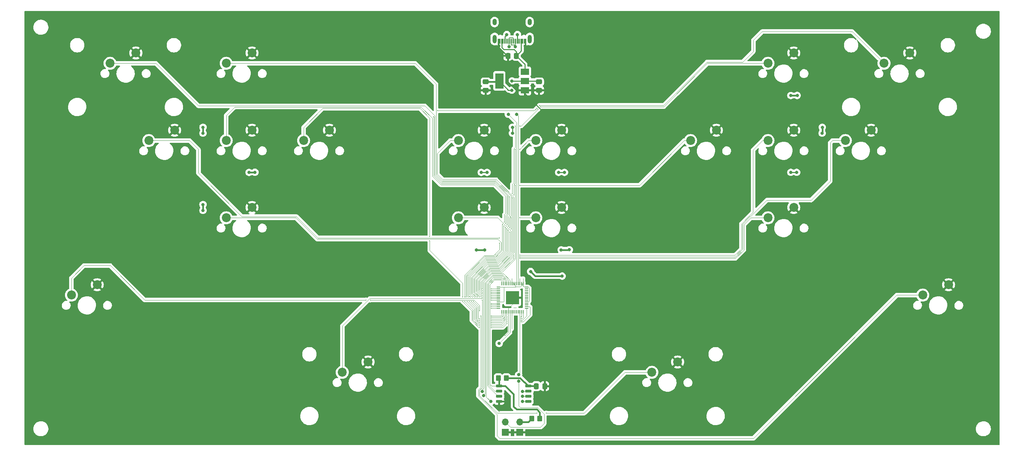
<source format=gbr>
%TF.GenerationSoftware,KiCad,Pcbnew,7.0.7*%
%TF.CreationDate,2023-10-04T19:00:40+09:00*%
%TF.ProjectId,Sixtar-Switch,53697874-6172-42d5-9377-697463682e6b,rev?*%
%TF.SameCoordinates,Original*%
%TF.FileFunction,Copper,L1,Top*%
%TF.FilePolarity,Positive*%
%FSLAX46Y46*%
G04 Gerber Fmt 4.6, Leading zero omitted, Abs format (unit mm)*
G04 Created by KiCad (PCBNEW 7.0.7) date 2023-10-04 19:00:40*
%MOMM*%
%LPD*%
G01*
G04 APERTURE LIST*
G04 Aperture macros list*
%AMRoundRect*
0 Rectangle with rounded corners*
0 $1 Rounding radius*
0 $2 $3 $4 $5 $6 $7 $8 $9 X,Y pos of 4 corners*
0 Add a 4 corners polygon primitive as box body*
4,1,4,$2,$3,$4,$5,$6,$7,$8,$9,$2,$3,0*
0 Add four circle primitives for the rounded corners*
1,1,$1+$1,$2,$3*
1,1,$1+$1,$4,$5*
1,1,$1+$1,$6,$7*
1,1,$1+$1,$8,$9*
0 Add four rect primitives between the rounded corners*
20,1,$1+$1,$2,$3,$4,$5,0*
20,1,$1+$1,$4,$5,$6,$7,0*
20,1,$1+$1,$6,$7,$8,$9,0*
20,1,$1+$1,$8,$9,$2,$3,0*%
G04 Aperture macros list end*
%TA.AperFunction,ComponentPad*%
%ADD10C,2.200000*%
%TD*%
%TA.AperFunction,SMDPad,CuDef*%
%ADD11R,3.200000X3.200000*%
%TD*%
%TA.AperFunction,SMDPad,CuDef*%
%ADD12RoundRect,0.050000X-0.050000X-0.387500X0.050000X-0.387500X0.050000X0.387500X-0.050000X0.387500X0*%
%TD*%
%TA.AperFunction,SMDPad,CuDef*%
%ADD13RoundRect,0.050000X-0.387500X-0.050000X0.387500X-0.050000X0.387500X0.050000X-0.387500X0.050000X0*%
%TD*%
%TA.AperFunction,ComponentPad*%
%ADD14R,1.700000X1.700000*%
%TD*%
%TA.AperFunction,ComponentPad*%
%ADD15O,1.700000X1.700000*%
%TD*%
%TA.AperFunction,SMDPad,CuDef*%
%ADD16RoundRect,0.250000X0.475000X-0.337500X0.475000X0.337500X-0.475000X0.337500X-0.475000X-0.337500X0*%
%TD*%
%TA.AperFunction,SMDPad,CuDef*%
%ADD17RoundRect,0.250000X-0.337500X-0.475000X0.337500X-0.475000X0.337500X0.475000X-0.337500X0.475000X0*%
%TD*%
%TA.AperFunction,SMDPad,CuDef*%
%ADD18R,2.000000X1.500000*%
%TD*%
%TA.AperFunction,SMDPad,CuDef*%
%ADD19R,2.000000X3.800000*%
%TD*%
%TA.AperFunction,SMDPad,CuDef*%
%ADD20RoundRect,0.150000X-0.650000X-0.150000X0.650000X-0.150000X0.650000X0.150000X-0.650000X0.150000X0*%
%TD*%
%TA.AperFunction,SMDPad,CuDef*%
%ADD21RoundRect,0.250000X-0.350000X-0.450000X0.350000X-0.450000X0.350000X0.450000X-0.350000X0.450000X0*%
%TD*%
%TA.AperFunction,SMDPad,CuDef*%
%ADD22R,0.300000X1.150000*%
%TD*%
%TA.AperFunction,ComponentPad*%
%ADD23O,1.000000X2.100000*%
%TD*%
%TA.AperFunction,ComponentPad*%
%ADD24O,1.000000X1.600000*%
%TD*%
%TA.AperFunction,ViaPad*%
%ADD25C,0.800000*%
%TD*%
%TA.AperFunction,ViaPad*%
%ADD26C,0.200000*%
%TD*%
%TA.AperFunction,ViaPad*%
%ADD27C,0.100000*%
%TD*%
%TA.AperFunction,Conductor*%
%ADD28C,0.250000*%
%TD*%
%TA.AperFunction,Conductor*%
%ADD29C,0.100000*%
%TD*%
%TA.AperFunction,Conductor*%
%ADD30C,0.400000*%
%TD*%
%TA.AperFunction,Conductor*%
%ADD31C,0.200000*%
%TD*%
G04 APERTURE END LIST*
D10*
%TO.P,SW19,1*%
%TO.N,GND*%
X102546250Y-104551875D03*
%TO.P,SW19,2*%
%TO.N,BTN_ZL*%
X96196250Y-107091875D03*
%TD*%
D11*
%TO.P,U3,57,GND*%
%TO.N,GND*%
X138100000Y-88700000D03*
D12*
%TO.P,U3,56,QSPI_SS*%
%TO.N,QSPI_SS*%
X135500000Y-85262500D03*
%TO.P,U3,55,QSPI_SD1*%
%TO.N,QSPI_SD1*%
X135900000Y-85262500D03*
%TO.P,U3,54,QSPI_SD2*%
%TO.N,QSPI_SD2*%
X136300000Y-85262500D03*
%TO.P,U3,53,QSPI_SD0*%
%TO.N,QSPI_SD0*%
X136700000Y-85262500D03*
%TO.P,U3,52,QSPI_SCLK*%
%TO.N,QSPI_SCLK*%
X137100000Y-85262500D03*
%TO.P,U3,51,QSPI_SD3*%
%TO.N,QSPI_SD3*%
X137500000Y-85262500D03*
%TO.P,U3,50,DVDD*%
%TO.N,+1V1*%
X137900000Y-85262500D03*
%TO.P,U3,49,IOVDD*%
%TO.N,+3.3V*%
X138300000Y-85262500D03*
%TO.P,U3,48,USB_VDD*%
X138700000Y-85262500D03*
%TO.P,U3,47,USB_DP*%
%TO.N,RP_D+*%
X139100000Y-85262500D03*
%TO.P,U3,46,USB_DM*%
%TO.N,RP_D-*%
X139500000Y-85262500D03*
%TO.P,U3,45,VREG_VOUT*%
%TO.N,+1V1*%
X139900000Y-85262500D03*
%TO.P,U3,44,VREG_IN*%
%TO.N,+3.3V*%
X140300000Y-85262500D03*
%TO.P,U3,43,ADC_AVDD*%
X140700000Y-85262500D03*
D13*
%TO.P,U3,42,IOVDD*%
X141537500Y-86100000D03*
%TO.P,U3,41,GPIO29_ADC3*%
%TO.N,unconnected-(U3-GPIO29_ADC3-Pad41)*%
X141537500Y-86500000D03*
%TO.P,U3,40,GPIO28_ADC2*%
%TO.N,unconnected-(U3-GPIO28_ADC2-Pad40)*%
X141537500Y-86900000D03*
%TO.P,U3,39,GPIO27_ADC1*%
%TO.N,unconnected-(U3-GPIO27_ADC1-Pad39)*%
X141537500Y-87300000D03*
%TO.P,U3,38,GPIO26_ADC0*%
%TO.N,unconnected-(U3-GPIO26_ADC0-Pad38)*%
X141537500Y-87700000D03*
%TO.P,U3,37,GPIO25*%
%TO.N,unconnected-(U3-GPIO25-Pad37)*%
X141537500Y-88100000D03*
%TO.P,U3,36,GPIO24*%
%TO.N,unconnected-(U3-GPIO24-Pad36)*%
X141537500Y-88500000D03*
%TO.P,U3,35,GPIO23*%
%TO.N,unconnected-(U3-GPIO23-Pad35)*%
X141537500Y-88900000D03*
%TO.P,U3,34,GPIO22*%
%TO.N,unconnected-(U3-GPIO22-Pad34)*%
X141537500Y-89300000D03*
%TO.P,U3,33,IOVDD*%
%TO.N,+3.3V*%
X141537500Y-89700000D03*
%TO.P,U3,32,GPIO21*%
%TO.N,unconnected-(U3-GPIO21-Pad32)*%
X141537500Y-90100000D03*
%TO.P,U3,31,GPIO20*%
%TO.N,unconnected-(U3-GPIO20-Pad31)*%
X141537500Y-90500000D03*
%TO.P,U3,30,GPIO19*%
%TO.N,DPad_Right*%
X141537500Y-90900000D03*
%TO.P,U3,29,GPIO18*%
%TO.N,DPad_Left*%
X141537500Y-91300000D03*
D12*
%TO.P,U3,28,GPIO17*%
%TO.N,DPad_Down*%
X140700000Y-92137500D03*
%TO.P,U3,27,GPIO16*%
%TO.N,DPad_Up*%
X140300000Y-92137500D03*
%TO.P,U3,26,RUN*%
%TO.N,Net-(U3-RUN)*%
X139900000Y-92137500D03*
%TO.P,U3,25,SWD*%
%TO.N,unconnected-(U3-SWD-Pad25)*%
X139500000Y-92137500D03*
%TO.P,U3,24,SWCLK*%
%TO.N,unconnected-(U3-SWCLK-Pad24)*%
X139100000Y-92137500D03*
%TO.P,U3,23,DVDD*%
%TO.N,+1V1*%
X138700000Y-92137500D03*
%TO.P,U3,22,IOVDD*%
%TO.N,+3.3V*%
X138300000Y-92137500D03*
%TO.P,U3,21,XOUT*%
%TO.N,Net-(U3-XOUT)*%
X137900000Y-92137500D03*
%TO.P,U3,20,XIN*%
%TO.N,Net-(U3-XIN)*%
X137500000Y-92137500D03*
%TO.P,U3,19,TESTEN*%
%TO.N,GND*%
X137100000Y-92137500D03*
%TO.P,U3,18,GPIO15*%
%TO.N,BTN_RXAxis*%
X136700000Y-92137500D03*
%TO.P,U3,17,GPIO14*%
%TO.N,BTN_LXAxis*%
X136300000Y-92137500D03*
%TO.P,U3,16,GPIO13*%
%TO.N,BTN_Capture*%
X135900000Y-92137500D03*
%TO.P,U3,15,GPIO12*%
%TO.N,BTN_Home*%
X135500000Y-92137500D03*
D13*
%TO.P,U3,14,GPIO11*%
%TO.N,BTN_RS*%
X134662500Y-91300000D03*
%TO.P,U3,13,GPIO10*%
%TO.N,BTN_LS*%
X134662500Y-90900000D03*
%TO.P,U3,12,GPIO9*%
%TO.N,BTN_Plus*%
X134662500Y-90500000D03*
%TO.P,U3,11,GPIO8*%
%TO.N,BTN_Minus*%
X134662500Y-90100000D03*
%TO.P,U3,10,IOVDD*%
%TO.N,+3.3V*%
X134662500Y-89700000D03*
%TO.P,U3,9,GPIO7*%
%TO.N,BTN_ZR*%
X134662500Y-89300000D03*
%TO.P,U3,8,GPIO6*%
%TO.N,BTN_ZL*%
X134662500Y-88900000D03*
%TO.P,U3,7,GPIO5*%
%TO.N,BTN_R*%
X134662500Y-88500000D03*
%TO.P,U3,6,GPIO4*%
%TO.N,BTN_L*%
X134662500Y-88100000D03*
%TO.P,U3,5,GPIO3*%
%TO.N,BTN_X*%
X134662500Y-87700000D03*
%TO.P,U3,4,GPIO2*%
%TO.N,BTN_A*%
X134662500Y-87300000D03*
%TO.P,U3,3,GPIO1*%
%TO.N,BTN_B*%
X134662500Y-86900000D03*
%TO.P,U3,2,GPIO0*%
%TO.N,BTN_Y*%
X134662500Y-86500000D03*
%TO.P,U3,1,IOVDD*%
%TO.N,+3.3V*%
X134662500Y-86100000D03*
%TD*%
D14*
%TO.P,RESET_SW1,1,1*%
%TO.N,GND*%
X136295000Y-121860000D03*
D15*
%TO.P,RESET_SW1,2,2*%
%TO.N,Net-(U3-RUN)*%
X136295000Y-119320000D03*
%TD*%
D10*
%TO.P,SW1,1*%
%TO.N,GND*%
X45396250Y-28351875D03*
%TO.P,SW1,2*%
%TO.N,BTN_LXAxis*%
X39046250Y-30891875D03*
%TD*%
%TO.P,SW8,1*%
%TO.N,GND*%
X131121250Y-47401875D03*
%TO.P,SW8,2*%
%TO.N,BTN_L*%
X124771250Y-49941875D03*
%TD*%
%TO.P,SW14,1*%
%TO.N,GND*%
X131121250Y-66451875D03*
%TO.P,SW14,2*%
%TO.N,BTN_Minus*%
X124771250Y-68991875D03*
%TD*%
D16*
%TO.P,C2,1*%
%TO.N,GND*%
X144630000Y-37547500D03*
%TO.P,C2,2*%
%TO.N,+3.3V*%
X144630000Y-35472500D03*
%TD*%
D10*
%TO.P,SW16,1*%
%TO.N,GND*%
X207321250Y-66451875D03*
%TO.P,SW16,2*%
%TO.N,BTN_B*%
X200971250Y-68991875D03*
%TD*%
%TO.P,SW18,1*%
%TO.N,GND*%
X245421250Y-85501875D03*
%TO.P,SW18,2*%
%TO.N,BTN_Home*%
X239071250Y-88041875D03*
%TD*%
%TO.P,SW7,1*%
%TO.N,GND*%
X93021250Y-47401875D03*
%TO.P,SW7,2*%
%TO.N,DPad_Right*%
X86671250Y-49941875D03*
%TD*%
D17*
%TO.P,C4,1*%
%TO.N,+3.3V*%
X143952500Y-110520000D03*
%TO.P,C4,2*%
%TO.N,GND*%
X146027500Y-110520000D03*
%TD*%
D10*
%TO.P,SW3,1*%
%TO.N,GND*%
X207321250Y-28351875D03*
%TO.P,SW3,2*%
%TO.N,BTN_RS*%
X200971250Y-30891875D03*
%TD*%
D18*
%TO.P,U1,1,GND*%
%TO.N,GND*%
X141150000Y-37550000D03*
%TO.P,U1,2,VO*%
%TO.N,+3.3V*%
X141150000Y-35250000D03*
D19*
X134850000Y-35250000D03*
D18*
%TO.P,U1,3,VI*%
%TO.N,VBUS*%
X141150000Y-32950000D03*
%TD*%
D10*
%TO.P,SW17,1*%
%TO.N,GND*%
X35871250Y-85501875D03*
%TO.P,SW17,2*%
%TO.N,BTN_Capture*%
X29521250Y-88041875D03*
%TD*%
%TO.P,SW13,1*%
%TO.N,GND*%
X73971250Y-66451875D03*
%TO.P,SW13,2*%
%TO.N,DPad_Down*%
X67621250Y-68991875D03*
%TD*%
%TO.P,SW10,1*%
%TO.N,GND*%
X188271250Y-47401875D03*
%TO.P,SW10,2*%
%TO.N,BTN_Y*%
X181921250Y-49941875D03*
%TD*%
%TO.P,SW9,1*%
%TO.N,GND*%
X150171250Y-47401875D03*
%TO.P,SW9,2*%
%TO.N,BTN_R*%
X143821250Y-49941875D03*
%TD*%
D16*
%TO.P,C3,1*%
%TO.N,GND*%
X131500000Y-37547500D03*
%TO.P,C3,2*%
%TO.N,+3.3V*%
X131500000Y-35472500D03*
%TD*%
D20*
%TO.P,U2,1,~{CS}*%
%TO.N,QSPI_SS*%
X134800000Y-110495000D03*
%TO.P,U2,2,DO(IO1)*%
%TO.N,QSPI_SD1*%
X134800000Y-111765000D03*
%TO.P,U2,3,IO2*%
%TO.N,QSPI_SD2*%
X134800000Y-113035000D03*
%TO.P,U2,4,GND*%
%TO.N,GND*%
X134800000Y-114305000D03*
%TO.P,U2,5,DI(IO0)*%
%TO.N,QSPI_SD0*%
X142000000Y-114305000D03*
%TO.P,U2,6,CLK*%
%TO.N,QSPI_SCLK*%
X142000000Y-113035000D03*
%TO.P,U2,7,IO3*%
%TO.N,QSPI_SD3*%
X142000000Y-111765000D03*
%TO.P,U2,8,VCC*%
%TO.N,+3.3V*%
X142000000Y-110495000D03*
%TD*%
D10*
%TO.P,SW20,1*%
%TO.N,GND*%
X178746250Y-104551875D03*
%TO.P,SW20,2*%
%TO.N,BTN_ZR*%
X172396250Y-107091875D03*
%TD*%
D21*
%TO.P,R9,2*%
%TO.N,+3.3V*%
X136600000Y-108550000D03*
%TO.P,R9,1*%
%TO.N,QSPI_SS*%
X134600000Y-108550000D03*
%TD*%
D10*
%TO.P,SW2,1*%
%TO.N,GND*%
X73971250Y-28351875D03*
%TO.P,SW2,2*%
%TO.N,BTN_LS*%
X67621250Y-30891875D03*
%TD*%
%TO.P,SW11,1*%
%TO.N,GND*%
X207321250Y-47401875D03*
%TO.P,SW11,2*%
%TO.N,BTN_X*%
X200971250Y-49941875D03*
%TD*%
D17*
%TO.P,C1,1*%
%TO.N,GND*%
X136962500Y-29050000D03*
%TO.P,C1,2*%
%TO.N,VBUS*%
X139037500Y-29050000D03*
%TD*%
D10*
%TO.P,SW6,1*%
%TO.N,GND*%
X73971250Y-47401875D03*
%TO.P,SW6,2*%
%TO.N,DPad_Up*%
X67621250Y-49941875D03*
%TD*%
%TO.P,SW5,1*%
%TO.N,GND*%
X54921250Y-47401875D03*
%TO.P,SW5,2*%
%TO.N,DPad_Left*%
X48571250Y-49941875D03*
%TD*%
%TO.P,SW15,1*%
%TO.N,GND*%
X150171250Y-66451875D03*
%TO.P,SW15,2*%
%TO.N,BTN_Plus*%
X143821250Y-68991875D03*
%TD*%
%TO.P,SW4,1*%
%TO.N,GND*%
X235896250Y-28351875D03*
%TO.P,SW4,2*%
%TO.N,BTN_RXAxis*%
X229546250Y-30891875D03*
%TD*%
D22*
%TO.P,J1,A1,GND*%
%TO.N,GND*%
X141350000Y-25470000D03*
%TO.P,J1,A4,VBUS*%
%TO.N,VBUS*%
X140550000Y-25470000D03*
%TO.P,J1,A5,CC1*%
%TO.N,Net-(J1-CC1)*%
X139250000Y-25470000D03*
%TO.P,J1,A6,D+*%
%TO.N,D+*%
X138250000Y-25470000D03*
%TO.P,J1,A7,D-*%
%TO.N,D-*%
X137750000Y-25470000D03*
%TO.P,J1,A8,SBU1*%
%TO.N,unconnected-(J1-SBU1-PadA8)*%
X136750000Y-25470000D03*
%TO.P,J1,A9,VBUS*%
%TO.N,VBUS*%
X135450000Y-25470000D03*
%TO.P,J1,A12,GND*%
%TO.N,GND*%
X134650000Y-25470000D03*
%TO.P,J1,B1,GND*%
X134950000Y-25470000D03*
%TO.P,J1,B4,VBUS*%
%TO.N,VBUS*%
X135750000Y-25470000D03*
%TO.P,J1,B5,CC2*%
%TO.N,Net-(J1-CC2)*%
X136250000Y-25470000D03*
%TO.P,J1,B6,D+*%
%TO.N,D+*%
X137250000Y-25470000D03*
%TO.P,J1,B7,D-*%
%TO.N,D-*%
X138750000Y-25470000D03*
%TO.P,J1,B8,SBU2*%
%TO.N,unconnected-(J1-SBU2-PadB8)*%
X139750000Y-25470000D03*
%TO.P,J1,B9,VBUS*%
%TO.N,VBUS*%
X140250000Y-25470000D03*
%TO.P,J1,B12,GND*%
%TO.N,GND*%
X141050000Y-25470000D03*
D23*
%TO.P,J1,S1,SHIELD*%
%TO.N,GNDPWR*%
X142320000Y-24905000D03*
D24*
X142320000Y-20725000D03*
D23*
X133680000Y-24905000D03*
D24*
X133680000Y-20725000D03*
%TD*%
D14*
%TO.P,BOOT_SW1,1,1*%
%TO.N,GND*%
X139905000Y-121860000D03*
D15*
%TO.P,BOOT_SW1,2,2*%
%TO.N,Net-(BOOT_SW1-Pad2)*%
X139905000Y-119320000D03*
%TD*%
D10*
%TO.P,SW12,1*%
%TO.N,GND*%
X226371250Y-47401875D03*
%TO.P,SW12,2*%
%TO.N,BTN_A*%
X220021250Y-49941875D03*
%TD*%
D21*
%TO.P,R10,1*%
%TO.N,Net-(BOOT_SW1-Pad2)*%
X142800000Y-118500000D03*
%TO.P,R10,2*%
%TO.N,QSPI_SS*%
X144800000Y-118500000D03*
%TD*%
D25*
%TO.N,GND*%
X138200000Y-106950000D03*
X142950000Y-106950000D03*
D26*
X134800000Y-116800000D03*
%TO.N,DPad_Right*%
X117700000Y-74600000D03*
X125800000Y-88550500D03*
X125800000Y-89599000D03*
X117700000Y-73600000D03*
X129950500Y-96049004D03*
X136750872Y-94948993D03*
X132849500Y-96049503D03*
X140249484Y-94648507D03*
%TO.N,DPad_Left*%
X134900000Y-74000000D03*
X134903116Y-75197384D03*
X126295911Y-88550619D03*
X129950505Y-95649502D03*
X132849500Y-95650000D03*
X136750871Y-94454725D03*
X126300000Y-89599500D03*
X140250297Y-94249005D03*
%TO.N,DPad_Down*%
X126900000Y-89599500D03*
X126695413Y-88550851D03*
X129950000Y-95250000D03*
X132850000Y-95250000D03*
X140249500Y-93849503D03*
X136750871Y-93960457D03*
%TO.N,DPad_Up*%
X136053000Y-70050000D03*
X135603366Y-70596634D03*
X127402523Y-89599500D03*
X129950500Y-94750000D03*
X127189471Y-88550872D03*
X132850000Y-94750000D03*
X136750884Y-93466176D03*
X140249500Y-93450000D03*
%TO.N,GND*%
X136244116Y-98044116D03*
X136880000Y-98680000D03*
%TO.N,BTN_RXAxis*%
X144104344Y-41935303D03*
X119649500Y-42575000D03*
X118650500Y-44047134D03*
X136402500Y-70407842D03*
X135978366Y-70971634D03*
X144718326Y-41317548D03*
X127683724Y-88550856D03*
X127964872Y-89608640D03*
X129950500Y-94350000D03*
X132849500Y-94348509D03*
%TO.N,BTN_LXAxis*%
X136752000Y-70757314D03*
X128178021Y-88550885D03*
X128450000Y-89599500D03*
X136311755Y-71305023D03*
X129950500Y-93949006D03*
X132849500Y-93949006D03*
%TO.N,BTN_Capture*%
X102022134Y-89250000D03*
X103122134Y-89249500D03*
X129999500Y-91950000D03*
X132849500Y-93549503D03*
%TO.N,BTN_Home*%
X130301071Y-93150000D03*
X132849500Y-93150000D03*
%TO.N,BTN_RS*%
X144984855Y-41615145D03*
X144350000Y-42250000D03*
X138750500Y-46350000D03*
X139849500Y-46350000D03*
X138052251Y-63057483D03*
X137361974Y-63780007D03*
X137052876Y-71058169D03*
X136653366Y-71646634D03*
X128672287Y-88550883D03*
X132849500Y-91300000D03*
%TO.N,BTN_LS*%
X137402376Y-71407815D03*
X137028366Y-72021634D03*
X132849500Y-90900000D03*
X129096565Y-88550897D03*
%TO.N,BTN_Plus*%
X139849500Y-69000000D03*
X137751876Y-71756607D03*
X137751500Y-69000000D03*
X137451500Y-72496634D03*
X129521054Y-88550500D03*
X132850000Y-90500000D03*
%TO.N,BTN_Minus*%
X130015085Y-88550884D03*
X132849500Y-90100000D03*
%TO.N,BTN_ZR*%
X146400000Y-117150000D03*
X144100000Y-117150000D03*
X130650571Y-89299502D03*
X132849429Y-89299502D03*
%TO.N,BTN_ZL*%
X130650000Y-88900000D03*
X132850000Y-88900000D03*
%TO.N,BTN_R*%
X139849500Y-52100000D03*
X138750500Y-52100000D03*
X138401000Y-63406795D03*
X138100129Y-64093899D03*
X130650500Y-88500000D03*
X132849500Y-88500000D03*
%TO.N,BTN_L*%
X132849500Y-88099503D03*
X130650500Y-88100000D03*
%TO.N,BTN_X*%
X139849500Y-78200000D03*
X138401000Y-78203860D03*
X130650500Y-87700000D03*
X132849500Y-87700000D03*
%TO.N,BTN_A*%
X138401000Y-78603363D03*
X139849500Y-78600000D03*
X132850071Y-87299502D03*
X130650500Y-87300000D03*
%TO.N,BTN_B*%
X139849500Y-79000000D03*
X138401000Y-79002866D03*
X130650500Y-86900000D03*
X132849500Y-86900000D03*
%TO.N,BTN_Y*%
X139849500Y-61000000D03*
X138750500Y-61000000D03*
X130650500Y-86500000D03*
X132849500Y-86500000D03*
D25*
%TO.N,Net-(U3-RUN)*%
X139607168Y-109299500D03*
X139613545Y-107700500D03*
%TO.N,GND*%
X134440000Y-101880000D03*
X136877500Y-99980000D03*
X136980000Y-101880000D03*
D27*
%TO.N,+3.3V*%
X138370000Y-91130000D03*
X139030000Y-91130000D03*
%TO.N,GND*%
X137100000Y-92130000D03*
%TO.N,+3.3V*%
X141537500Y-89700000D03*
X134660000Y-89700000D03*
X138300000Y-92140000D03*
%TO.N,+1V1*%
X139900000Y-85262500D03*
X137900000Y-85262500D03*
X138700000Y-92140000D03*
D25*
%TO.N,+3.3V*%
X142547500Y-82230000D03*
X150317500Y-83360000D03*
%TO.N,GND*%
X138100000Y-88700000D03*
D27*
%TO.N,+3.3V*%
X140700000Y-83950000D03*
%TO.N,+1V1*%
X139900000Y-83930000D03*
X137900000Y-83950000D03*
D25*
%TO.N,+3.3V*%
X143952500Y-110520000D03*
X152084487Y-76865513D03*
X150069888Y-76900112D03*
X131201362Y-76921362D03*
X129181763Y-76891763D03*
X61910000Y-67176375D03*
X61910000Y-65727375D03*
X214310000Y-48126375D03*
X214350000Y-46677375D03*
X61910000Y-48126375D03*
X61910000Y-46677375D03*
X206596750Y-38840000D03*
X208170000Y-38820000D03*
X208045750Y-57780000D03*
X206596750Y-57780000D03*
X150895750Y-57800000D03*
X149446750Y-57800000D03*
X74695750Y-57760000D03*
X73246750Y-57800000D03*
X131845750Y-57800000D03*
X130396750Y-57800000D03*
X138075000Y-48126375D03*
X138075000Y-46677375D03*
%TO.N,QSPI_SD3*%
X140550000Y-111775000D03*
X130650500Y-111775000D03*
%TO.N,QSPI_SCLK*%
X140550000Y-112975000D03*
X130950500Y-112814722D03*
%TO.N,QSPI_SD0*%
X140550000Y-114300000D03*
X132725000Y-114300000D03*
%TO.N,RP_D-*%
X139150000Y-43450000D03*
%TO.N,RP_D+*%
X137050000Y-43450000D03*
%TO.N,+3.3V*%
X137950000Y-35250000D03*
X137941102Y-37515700D03*
%TO.N,D-*%
X138750000Y-26800000D03*
%TO.N,D+*%
X137242024Y-26775897D03*
%TO.N,GND*%
X141250000Y-26600000D03*
X134750000Y-26600000D03*
%TO.N,Net-(J1-CC1)*%
X139300000Y-23800000D03*
%TO.N,Net-(J1-CC2)*%
X136700000Y-23800000D03*
D27*
%TO.N,Net-(U3-XOUT)*%
X137900000Y-96350000D03*
D25*
%TO.N,Net-(U3-XIN)*%
X134802500Y-99980000D03*
%TD*%
D28*
%TO.N,GND*%
X146027500Y-107677500D02*
X146027500Y-110520000D01*
X145300000Y-106950000D02*
X146027500Y-107677500D01*
X142950000Y-106950000D02*
X145300000Y-106950000D01*
X138200000Y-103100000D02*
X138200000Y-106950000D01*
X136980000Y-101880000D02*
X138200000Y-103100000D01*
D29*
X134800000Y-114305000D02*
X134800000Y-116800000D01*
%TO.N,DPad_Right*%
X86671250Y-46678750D02*
X86671250Y-49941875D01*
X91350000Y-42000000D02*
X86671250Y-46678750D01*
X117700000Y-44400000D02*
X115300000Y-42000000D01*
X115300000Y-42000000D02*
X91350000Y-42000000D01*
X117700000Y-73600000D02*
X117700000Y-44400000D01*
X117700000Y-76300000D02*
X117700000Y-74600000D01*
X117700000Y-77000000D02*
X117700000Y-76300000D01*
X125800000Y-85100000D02*
X117700000Y-77000000D01*
X125800000Y-88550500D02*
X125800000Y-85100000D01*
X128100000Y-91899000D02*
X125800000Y-89599000D01*
X128100000Y-92250000D02*
X128100000Y-91899000D01*
X128100000Y-94319238D02*
X128100000Y-92250000D01*
X128590381Y-94809619D02*
X128100000Y-94319238D01*
X129824740Y-96049004D02*
X128590380Y-94814644D01*
X128590380Y-94814644D02*
X128590381Y-94809619D01*
X129950500Y-96049004D02*
X129824740Y-96049004D01*
%TO.N,DPad_Left*%
X129850000Y-95644975D02*
X129850000Y-95650000D01*
X129950007Y-95650000D02*
X129950505Y-95649502D01*
X128400000Y-94194975D02*
X129850000Y-95644975D01*
X128400000Y-91699500D02*
X128400000Y-94194975D01*
X126300000Y-89599500D02*
X128400000Y-91699500D01*
X129850000Y-95650000D02*
X129950007Y-95650000D01*
%TO.N,BTN_Home*%
X232708125Y-88041875D02*
X239071250Y-88041875D01*
X197350000Y-123400000D02*
X232708125Y-88041875D01*
X134950000Y-123400000D02*
X197350000Y-123400000D01*
X134300000Y-122750000D02*
X134950000Y-123400000D01*
X129700500Y-111381497D02*
X129700500Y-112908225D01*
X130300000Y-110781997D02*
X129700500Y-111381497D01*
X129700500Y-112908225D02*
X134300000Y-117507725D01*
X134300000Y-117507725D02*
X134300000Y-122750000D01*
X130300000Y-93151071D02*
X130300000Y-110781997D01*
X130301071Y-93150000D02*
X130300000Y-93151071D01*
%TO.N,BTN_Capture*%
X128594975Y-89249500D02*
X103122134Y-89249500D01*
X130000000Y-90654525D02*
X128594975Y-89249500D01*
X129999500Y-91950000D02*
X130000000Y-91949500D01*
X130000000Y-91949500D02*
X130000000Y-90654525D01*
%TO.N,BTN_LXAxis*%
X129650000Y-90799500D02*
X128450000Y-89599500D01*
X129650000Y-93744475D02*
X129650000Y-90799500D01*
X129854531Y-93949006D02*
X129650000Y-93744475D01*
X129950500Y-93949006D02*
X129854531Y-93949006D01*
%TO.N,BTN_RXAxis*%
X129303116Y-90946884D02*
X127964872Y-89608640D01*
X129300500Y-90949500D02*
X129303116Y-90946884D01*
X129300500Y-93819239D02*
X129300500Y-90949500D01*
X129831261Y-94350000D02*
X129300500Y-93819239D01*
X129950500Y-94350000D02*
X129831261Y-94350000D01*
%TO.N,DPad_Up*%
X129806997Y-94750000D02*
X129000500Y-93943503D01*
X129000500Y-93943503D02*
X129000500Y-91197477D01*
X129950500Y-94750000D02*
X129806997Y-94750000D01*
X129000500Y-91197477D02*
X127402523Y-89599500D01*
%TO.N,DPad_Down*%
X128700000Y-91399500D02*
X126900000Y-89599500D01*
X128700000Y-94067267D02*
X128700000Y-91399500D01*
X129882733Y-95250000D02*
X128700000Y-94067267D01*
X129950000Y-95250000D02*
X129882733Y-95250000D01*
%TO.N,DPad_Right*%
X135650362Y-96049503D02*
X132849500Y-96049503D01*
X136750872Y-94948993D02*
X135650362Y-96049503D01*
X140701493Y-94648507D02*
X140249484Y-94648507D01*
X142450000Y-92900000D02*
X141300000Y-94050000D01*
X142450000Y-91000000D02*
X142450000Y-92900000D01*
X141300000Y-94050000D02*
X140701493Y-94648507D01*
X142350000Y-90900000D02*
X142450000Y-91000000D01*
X141537500Y-90900000D02*
X142350000Y-90900000D01*
%TO.N,DPad_Left*%
X141537500Y-93181739D02*
X141537500Y-91300000D01*
X140470234Y-94249005D02*
X141537500Y-93181739D01*
X140250297Y-94249005D02*
X140470234Y-94249005D01*
X136750871Y-94454725D02*
X135555596Y-95650000D01*
X135555596Y-95650000D02*
X132849500Y-95650000D01*
%TO.N,DPad_Down*%
X135461328Y-95250000D02*
X132850000Y-95250000D01*
X136750871Y-93960457D02*
X135461328Y-95250000D01*
X140700000Y-93594975D02*
X140700000Y-92137500D01*
X140444975Y-93850000D02*
X140700000Y-93594975D01*
X140249500Y-93849503D02*
X140249997Y-93850000D01*
X140249997Y-93850000D02*
X140444975Y-93850000D01*
%TO.N,DPad_Up*%
X140300000Y-93399500D02*
X140300000Y-92137500D01*
X140249500Y-93450000D02*
X140300000Y-93399500D01*
X135467060Y-94750000D02*
X132850000Y-94750000D01*
X136750884Y-93466176D02*
X135467060Y-94750000D01*
%TO.N,DPad_Left*%
X60800000Y-52150000D02*
X58591875Y-49941875D01*
X84916139Y-68691875D02*
X71491875Y-68691875D01*
X60800000Y-58000000D02*
X60800000Y-52150000D01*
X90174264Y-73950000D02*
X84916139Y-68691875D01*
X71491875Y-68691875D02*
X60800000Y-58000000D01*
X134850000Y-73950000D02*
X90174264Y-73950000D01*
X58591875Y-49941875D02*
X48571250Y-49941875D01*
X134900000Y-74000000D02*
X134850000Y-73950000D01*
X134900000Y-75200500D02*
X134903116Y-75197384D01*
X134900000Y-76850000D02*
X134900000Y-76550000D01*
X134050000Y-77700000D02*
X134900000Y-76850000D01*
X133500000Y-78250000D02*
X134050000Y-77700000D01*
X133450000Y-78250000D02*
X133500000Y-78250000D01*
X126295911Y-83105561D02*
X131151472Y-78250000D01*
X126295911Y-88550619D02*
X126295911Y-83105561D01*
X131151472Y-78250000D02*
X133450000Y-78250000D01*
X134900000Y-76550000D02*
X134900000Y-75200500D01*
%TO.N,Net-(U3-XOUT)*%
X137900000Y-96350000D02*
X137900000Y-92137500D01*
%TO.N,DPad_Down*%
X84791875Y-68991875D02*
X67621250Y-68991875D01*
X90050000Y-74250000D02*
X84791875Y-68991875D01*
X131275736Y-78550000D02*
X133675736Y-78550000D01*
X133675736Y-78550000D02*
X135300000Y-76925736D01*
X126650000Y-83175736D02*
X131275736Y-78550000D01*
X126650000Y-88505438D02*
X126650000Y-83175736D01*
X134450000Y-74250000D02*
X90050000Y-74250000D01*
X126695413Y-88550851D02*
X126650000Y-88505438D01*
X135300000Y-76925736D02*
X135300000Y-75100000D01*
X135300000Y-75100000D02*
X134450000Y-74250000D01*
%TO.N,DPad_Up*%
X67621250Y-43728750D02*
X67621250Y-49941875D01*
X69650000Y-41700000D02*
X67621250Y-43728750D01*
X115600000Y-41700000D02*
X69650000Y-41700000D01*
X118350000Y-44450000D02*
X115600000Y-41700000D01*
X118350000Y-58750000D02*
X118350000Y-44450000D01*
X120450000Y-60850000D02*
X118350000Y-58750000D01*
X133600000Y-60850000D02*
X120450000Y-60850000D01*
X136400000Y-63650000D02*
X133600000Y-60850000D01*
X136400000Y-67900000D02*
X136400000Y-63650000D01*
X136100000Y-68200000D02*
X136400000Y-67900000D01*
X136100000Y-70003000D02*
X136100000Y-68200000D01*
X136053000Y-70050000D02*
X136100000Y-70003000D01*
X136053000Y-70050000D02*
X136050000Y-70047000D01*
X135600000Y-75800000D02*
X135600000Y-70600000D01*
X135600000Y-70600000D02*
X135603366Y-70596634D01*
X135600000Y-77050000D02*
X135600000Y-75800000D01*
X134750000Y-77900000D02*
X135600000Y-77050000D01*
X133800000Y-78850000D02*
X134750000Y-77900000D01*
X131750000Y-78850000D02*
X133800000Y-78850000D01*
X131400000Y-78850000D02*
X131750000Y-78850000D01*
X127250000Y-83000000D02*
X131400000Y-78850000D01*
X126950000Y-83300000D02*
X127250000Y-83000000D01*
X126950000Y-85150000D02*
X126950000Y-83300000D01*
X127189471Y-88550872D02*
X126950000Y-88311401D01*
X126950000Y-88311401D02*
X126950000Y-85150000D01*
%TO.N,GND*%
X137100000Y-97188232D02*
X136244116Y-98044116D01*
X137100000Y-92137500D02*
X137100000Y-97188232D01*
X136877500Y-98682500D02*
X136877500Y-99980000D01*
X136880000Y-98680000D02*
X136877500Y-98682500D01*
%TO.N,BTN_RXAxis*%
X221729375Y-23075000D02*
X229546250Y-30891875D01*
X199525000Y-23075000D02*
X221729375Y-23075000D01*
X197375000Y-25225000D02*
X199525000Y-23075000D01*
X197375000Y-27950000D02*
X197375000Y-25225000D01*
X185933861Y-30591875D02*
X194733125Y-30591875D01*
X175260591Y-41265145D02*
X185933861Y-30591875D01*
X144770729Y-41265145D02*
X175260591Y-41265145D01*
X144718326Y-41317548D02*
X144770729Y-41265145D01*
X194733125Y-30591875D02*
X197375000Y-27950000D01*
X143464647Y-42575000D02*
X144104344Y-41935303D01*
X118700000Y-44096634D02*
X118650500Y-44047134D01*
X121750000Y-60500000D02*
X120577208Y-60500000D01*
X133727708Y-60500000D02*
X121750000Y-60500000D01*
X136625000Y-63397292D02*
X133751354Y-60523646D01*
X136711974Y-63486974D02*
X136625000Y-63400000D01*
X136711974Y-67650000D02*
X136711974Y-63486974D01*
X136711974Y-68063026D02*
X136711974Y-67650000D01*
X119649500Y-42575000D02*
X143464647Y-42575000D01*
X136550000Y-68225000D02*
X136711974Y-68063026D01*
X133751354Y-60523646D02*
X133727708Y-60500000D01*
X136402500Y-70407842D02*
X136402500Y-68372500D01*
X118700000Y-58622792D02*
X118700000Y-56775000D01*
X135920258Y-77170257D02*
X135920258Y-71029742D01*
X133890515Y-79200000D02*
X135920258Y-77170257D01*
X133650000Y-79200000D02*
X133890515Y-79200000D01*
X136625000Y-63400000D02*
X136625000Y-63397292D01*
X131537512Y-79200000D02*
X133650000Y-79200000D01*
X135920258Y-71029742D02*
X135978366Y-70971634D01*
X127781256Y-82956256D02*
X131537512Y-79200000D01*
X136402500Y-68372500D02*
X136550000Y-68225000D01*
X127300500Y-88167632D02*
X127300500Y-83437012D01*
X127683724Y-88550856D02*
X127300500Y-88167632D01*
X127300500Y-83437012D02*
X127781256Y-82956256D01*
X120577208Y-60500000D02*
X118700000Y-58622792D01*
X118700000Y-56775000D02*
X118700000Y-44096634D01*
X136700000Y-93022792D02*
X135374283Y-94348509D01*
X135374283Y-94348509D02*
X132849500Y-94348509D01*
X136700000Y-92137500D02*
X136700000Y-93022792D01*
%TO.N,BTN_LXAxis*%
X136303366Y-77211413D02*
X136303366Y-71313412D01*
X134014779Y-79500000D02*
X136303366Y-77211413D01*
X131661776Y-79500000D02*
X134014779Y-79500000D01*
X127600500Y-83561276D02*
X131661776Y-79500000D01*
X136303366Y-71313412D02*
X136311755Y-71305023D01*
X127600500Y-87973364D02*
X127600500Y-83561276D01*
X128178021Y-88550885D02*
X127600500Y-87973364D01*
%TO.N,BTN_RS*%
X136653366Y-77285677D02*
X136653366Y-71646634D01*
X134139043Y-79800000D02*
X136653366Y-77285677D01*
X131786040Y-79800000D02*
X134139043Y-79800000D01*
X127900500Y-83685540D02*
X131786040Y-79800000D01*
X128672287Y-88550883D02*
X127900500Y-87779096D01*
X127900500Y-87779096D02*
X127900500Y-83685540D01*
%TO.N,BTN_LXAxis*%
X50291875Y-30891875D02*
X39046250Y-30891875D01*
X60775000Y-41375000D02*
X50291875Y-30891875D01*
X116525000Y-41375000D02*
X60775000Y-41375000D01*
X119000000Y-43850000D02*
X116525000Y-41375000D01*
X120701472Y-60200000D02*
X119000000Y-58498528D01*
X137011974Y-63360002D02*
X133851972Y-60200000D01*
X137011974Y-68238026D02*
X137011974Y-63360002D01*
X133851972Y-60200000D02*
X120701472Y-60200000D01*
X136752000Y-68498000D02*
X137011974Y-68238026D01*
X119000000Y-58498528D02*
X119000000Y-43850000D01*
X136752000Y-70757314D02*
X136752000Y-68498000D01*
%TO.N,BTN_RS*%
X137101500Y-68725236D02*
X137361974Y-68464762D01*
X137101500Y-71009545D02*
X137101500Y-68725236D01*
X137361974Y-68464762D02*
X137361974Y-63780007D01*
X137052876Y-71058169D02*
X137101500Y-71009545D01*
%TO.N,BTN_LXAxis*%
X135349522Y-93949006D02*
X132849500Y-93949006D01*
X136300000Y-92137500D02*
X136300000Y-92998528D01*
X136300000Y-92998528D02*
X135349522Y-93949006D01*
%TO.N,BTN_Capture*%
X29521250Y-83828750D02*
X29521250Y-88041875D01*
X32600000Y-80750000D02*
X29521250Y-83828750D01*
X39100000Y-80750000D02*
X32600000Y-80750000D01*
X47600000Y-89250000D02*
X39100000Y-80750000D01*
X102022134Y-89250000D02*
X47600000Y-89250000D01*
X135324761Y-93549503D02*
X132849500Y-93549503D01*
X135900000Y-92137500D02*
X135900000Y-92974264D01*
X135900000Y-92974264D02*
X135324761Y-93549503D01*
%TO.N,BTN_ZR*%
X130000500Y-111505761D02*
X130000500Y-112783961D01*
X134366539Y-117150000D02*
X144100000Y-117150000D01*
X130650571Y-110855690D02*
X130000500Y-111505761D01*
X130000500Y-112783961D02*
X134366539Y-117150000D01*
X130650571Y-89299502D02*
X130650571Y-110855690D01*
%TO.N,QSPI_SD3*%
X130650500Y-111349500D02*
X130650500Y-111775000D01*
X131000000Y-111000000D02*
X130650500Y-111349500D01*
X131000000Y-84828680D02*
X131000000Y-111000000D01*
X135871320Y-82800000D02*
X133028680Y-82800000D01*
X137500000Y-84428680D02*
X135871320Y-82800000D01*
X137500000Y-85262500D02*
X137500000Y-84428680D01*
X133028680Y-82800000D02*
X131000000Y-84828680D01*
%TO.N,BTN_Home*%
X135300000Y-93150000D02*
X132849500Y-93150000D01*
X135450000Y-93000000D02*
X135300000Y-93150000D01*
X135500000Y-92950000D02*
X135450000Y-93000000D01*
X135500000Y-92137500D02*
X135500000Y-92950000D01*
%TO.N,BTN_R*%
X138750000Y-52100500D02*
X138750500Y-52100000D01*
X138750000Y-60450000D02*
X138750000Y-52100500D01*
X138400500Y-60799500D02*
X138750000Y-60450000D01*
X138400500Y-61144975D02*
X138400500Y-60799500D01*
X138402251Y-61146726D02*
X138400500Y-61144975D01*
X138401000Y-63406795D02*
X138402251Y-63405544D01*
X138402251Y-63405544D02*
X138402251Y-61146726D01*
X130458469Y-88500000D02*
X130650500Y-88500000D01*
X129100500Y-87142031D02*
X130458469Y-88500000D01*
X129100500Y-84182596D02*
X129100500Y-87142031D01*
X132283096Y-81000000D02*
X129100500Y-84182596D01*
X134636099Y-81000000D02*
X132283096Y-81000000D01*
X138101000Y-77500999D02*
X138118050Y-77518049D01*
X138118050Y-77518049D02*
X134636099Y-81000000D01*
X138101000Y-64094770D02*
X138101000Y-77500999D01*
X138100129Y-64093899D02*
X138101000Y-64094770D01*
%TO.N,BTN_RS*%
X138750000Y-51605525D02*
X138750000Y-46350500D01*
X138400500Y-60375236D02*
X138400500Y-51955025D01*
X138750000Y-46350500D02*
X138750500Y-46350000D01*
X138052251Y-60723485D02*
X138400500Y-60375236D01*
X138400500Y-51955025D02*
X138750000Y-51605525D01*
X138052251Y-63057483D02*
X138052251Y-60723485D01*
X175334855Y-41615145D02*
X186058125Y-30891875D01*
X144984855Y-41615145D02*
X175334855Y-41615145D01*
X139849500Y-46350000D02*
X140250000Y-46350000D01*
X140250000Y-46350000D02*
X144350000Y-42250000D01*
X186058125Y-30891875D02*
X200971250Y-30891875D01*
X134662500Y-91300000D02*
X132849500Y-91300000D01*
%TO.N,BTN_Plus*%
X129521054Y-88481117D02*
X129521054Y-88550500D01*
X132034568Y-80400000D02*
X128500500Y-83934068D01*
X134387571Y-80400000D02*
X132034568Y-80400000D01*
X137450000Y-77337571D02*
X134387571Y-80400000D01*
X137451500Y-72496634D02*
X137450000Y-72498134D01*
X137450000Y-72498134D02*
X137450000Y-77337571D01*
X128500500Y-83934068D02*
X128500500Y-87460563D01*
X128500500Y-87460563D02*
X129521054Y-88481117D01*
%TO.N,BTN_LS*%
X137025000Y-72025000D02*
X137028366Y-72021634D01*
X134263307Y-80100000D02*
X137025000Y-77338307D01*
X128200500Y-83809804D02*
X131910304Y-80100000D01*
X128200500Y-87584827D02*
X128200500Y-83809804D01*
X129096565Y-88550897D02*
X129096565Y-88480892D01*
X129096565Y-88480892D02*
X128200500Y-87584827D01*
X131910304Y-80100000D02*
X134263307Y-80100000D01*
X137025000Y-77338307D02*
X137025000Y-72025000D01*
X114141875Y-30891875D02*
X67621250Y-30891875D01*
X119300000Y-36050000D02*
X114141875Y-30891875D01*
X119300000Y-58374264D02*
X119300000Y-36050000D01*
X120825736Y-59900000D02*
X119300000Y-58374264D01*
X133976236Y-59900000D02*
X120825736Y-59900000D01*
X137750000Y-63673764D02*
X133976236Y-59900000D01*
X137751000Y-63849000D02*
X137750000Y-63848000D01*
X137401500Y-68849500D02*
X137751000Y-68500000D01*
X137751000Y-68500000D02*
X137751000Y-63849000D01*
X137402376Y-69145851D02*
X137401500Y-69144975D01*
X137401500Y-69144975D02*
X137401500Y-68849500D01*
X137402376Y-71407815D02*
X137402376Y-69145851D01*
X137750000Y-63848000D02*
X137750000Y-63673764D01*
%TO.N,BTN_L*%
X122758125Y-49941875D02*
X124771250Y-49941875D01*
X119600000Y-53100000D02*
X122758125Y-49941875D01*
X119600000Y-58250000D02*
X119600000Y-53100000D01*
X120950000Y-59600000D02*
X119600000Y-58250000D01*
X134100500Y-59600000D02*
X120950000Y-59600000D01*
X138450500Y-77609863D02*
X138450500Y-63950000D01*
X138450500Y-63950000D02*
X134100500Y-59600000D01*
X134760363Y-81300000D02*
X138450500Y-77609863D01*
X132407360Y-81300000D02*
X134760363Y-81300000D01*
X129400500Y-84306860D02*
X132407360Y-81300000D01*
X130482733Y-88100000D02*
X129400500Y-87017767D01*
X129400500Y-87017767D02*
X129400500Y-84306860D01*
X130650500Y-88100000D02*
X130482733Y-88100000D01*
%TO.N,BTN_LS*%
X134662500Y-90900000D02*
X132849500Y-90900000D01*
%TO.N,BTN_Plus*%
X139857625Y-68991875D02*
X143821250Y-68991875D01*
X139849500Y-69000000D02*
X139857625Y-68991875D01*
X137751876Y-69000376D02*
X137751500Y-69000000D01*
X137751876Y-71756607D02*
X137751876Y-69000376D01*
X134662500Y-90500000D02*
X132850000Y-90500000D01*
%TO.N,BTN_Minus*%
X137801000Y-72300000D02*
X134492875Y-68991875D01*
X137801000Y-77410835D02*
X137801000Y-72300000D01*
X134511835Y-80700000D02*
X137801000Y-77410835D01*
X132158832Y-80700000D02*
X134511835Y-80700000D01*
X128800500Y-84058332D02*
X132158832Y-80700000D01*
X128800500Y-87336299D02*
X128800500Y-84058332D01*
X130015085Y-88550884D02*
X128800500Y-87336299D01*
X134492875Y-68991875D02*
X124771250Y-68991875D01*
X134662500Y-90100000D02*
X132849500Y-90100000D01*
%TO.N,BTN_ZR*%
X165808125Y-107091875D02*
X172396250Y-107091875D01*
X155750000Y-117150000D02*
X165808125Y-107091875D01*
X146400000Y-117150000D02*
X155750000Y-117150000D01*
X132849927Y-89300000D02*
X132849429Y-89299502D01*
X134662500Y-89300000D02*
X132849927Y-89300000D01*
%TO.N,BTN_ZL*%
X96196250Y-95653750D02*
X96196250Y-107091875D01*
X102950000Y-88900000D02*
X96196250Y-95653750D01*
X130650000Y-88900000D02*
X102950000Y-88900000D01*
X134662500Y-88900000D02*
X132850000Y-88900000D01*
%TO.N,BTN_R*%
X142007625Y-49941875D02*
X143821250Y-49941875D01*
X139849500Y-52100000D02*
X142007625Y-49941875D01*
X134662500Y-88500000D02*
X132849500Y-88500000D01*
%TO.N,BTN_L*%
X132849997Y-88100000D02*
X132849500Y-88099503D01*
X134662500Y-88100000D02*
X132849997Y-88100000D01*
%TO.N,BTN_X*%
X197300000Y-67601472D02*
X197300000Y-52300000D01*
X194450000Y-70451472D02*
X197300000Y-67601472D01*
X194450000Y-76651472D02*
X194450000Y-70451472D01*
X138280767Y-78203860D02*
X138401000Y-78203860D01*
X137792314Y-78692313D02*
X138280767Y-78203860D01*
X139849500Y-78200000D02*
X192901472Y-78200000D01*
X134884627Y-81600000D02*
X137792314Y-78692313D01*
X133550000Y-81600000D02*
X134884627Y-81600000D01*
X132531624Y-81600000D02*
X133550000Y-81600000D01*
X129700500Y-84431124D02*
X132165812Y-81965812D01*
X132165812Y-81965812D02*
X132531624Y-81600000D01*
X129700500Y-86893503D02*
X129700500Y-84431124D01*
X129928498Y-87121501D02*
X129700500Y-86893503D01*
X130506997Y-87700000D02*
X129928498Y-87121501D01*
X192901472Y-78200000D02*
X194450000Y-76651472D01*
X130650500Y-87700000D02*
X130506997Y-87700000D01*
X197300000Y-52300000D02*
X199658125Y-49941875D01*
X199658125Y-49941875D02*
X200971250Y-49941875D01*
X134662500Y-87700000D02*
X132849500Y-87700000D01*
%TO.N,BTN_B*%
X130300500Y-84679652D02*
X130300500Y-86644975D01*
X130300500Y-86644975D02*
X130555525Y-86900000D01*
X132780152Y-82200000D02*
X130300500Y-84679652D01*
X135200000Y-82200000D02*
X132780152Y-82200000D01*
X130555525Y-86900000D02*
X130650500Y-86900000D01*
X138397134Y-79002866D02*
X135200000Y-82200000D01*
X138401000Y-79002866D02*
X138397134Y-79002866D01*
%TO.N,BTN_A*%
X138305528Y-78603363D02*
X138401000Y-78603363D01*
X135008891Y-81900000D02*
X138305528Y-78603363D01*
X132655888Y-81900000D02*
X135008891Y-81900000D01*
X130000500Y-84555388D02*
X132655888Y-81900000D01*
X130000500Y-86769239D02*
X130000500Y-84555388D01*
X130650500Y-87300000D02*
X130531261Y-87300000D01*
X130531261Y-87300000D02*
X130000500Y-86769239D01*
X216808125Y-49941875D02*
X220021250Y-49941875D01*
X216300000Y-50450000D02*
X216808125Y-49941875D01*
X216300000Y-59900000D02*
X216300000Y-50450000D01*
X200675736Y-64650000D02*
X211550000Y-64650000D01*
X194750000Y-70575736D02*
X200675736Y-64650000D01*
X194750000Y-76775736D02*
X194750000Y-70575736D01*
X192925736Y-78600000D02*
X194750000Y-76775736D01*
X139849500Y-78600000D02*
X192925736Y-78600000D01*
X211550000Y-64650000D02*
X216300000Y-59900000D01*
X132850569Y-87300000D02*
X132850071Y-87299502D01*
X134662500Y-87300000D02*
X132850569Y-87300000D01*
%TO.N,BTN_B*%
X196758125Y-68991875D02*
X200971250Y-68991875D01*
X192950000Y-79000000D02*
X195050000Y-76900000D01*
X195050000Y-76900000D02*
X195050000Y-70700000D01*
X195050000Y-70700000D02*
X196758125Y-68991875D01*
X139849500Y-79000000D02*
X192950000Y-79000000D01*
X134662500Y-86900000D02*
X132849500Y-86900000D01*
%TO.N,BTN_Y*%
X180365616Y-49941875D02*
X181921250Y-49941875D01*
X169307491Y-61000000D02*
X180365616Y-49941875D01*
X138750500Y-79149500D02*
X138750500Y-61000000D01*
X135400000Y-82500000D02*
X138750500Y-79149500D01*
X139849500Y-61000000D02*
X169307491Y-61000000D01*
X130650500Y-84753916D02*
X132904416Y-82500000D01*
X130650500Y-86500000D02*
X130650500Y-84753916D01*
X134662500Y-86500000D02*
X132849500Y-86500000D01*
X132904416Y-82500000D02*
X135400000Y-82500000D01*
%TO.N,Net-(U3-RUN)*%
X137565000Y-120590000D02*
X136295000Y-119320000D01*
X145000000Y-120590000D02*
X137565000Y-120590000D01*
X145920000Y-119670000D02*
X145000000Y-120590000D01*
X145920000Y-117433604D02*
X145920000Y-119670000D01*
X144286396Y-115800000D02*
X145920000Y-117433604D01*
X140020000Y-115800000D02*
X144286396Y-115800000D01*
X139610000Y-115390000D02*
X140020000Y-115800000D01*
X139610000Y-114279239D02*
X139610000Y-115390000D01*
X139607168Y-114276407D02*
X139610000Y-114279239D01*
X139607168Y-109299500D02*
X139607168Y-114276407D01*
X139900000Y-107414045D02*
X139613545Y-107700500D01*
X139900000Y-92137500D02*
X139900000Y-107414045D01*
D28*
%TO.N,GND*%
X134440000Y-101880000D02*
X136980000Y-101880000D01*
D29*
%TO.N,+3.3V*%
X138370000Y-91130000D02*
X139010000Y-91130000D01*
X136010000Y-89590000D02*
X135900000Y-89700000D01*
X136010000Y-86100000D02*
X136010000Y-89590000D01*
X136010000Y-86100000D02*
X138775736Y-86100000D01*
X134662500Y-86100000D02*
X136010000Y-86100000D01*
X135900000Y-89700000D02*
X134662500Y-89700000D01*
X138775736Y-86100000D02*
X138925736Y-85950000D01*
%TO.N,GND*%
X137100000Y-91310000D02*
X137100000Y-92137500D01*
X138100000Y-88700000D02*
X138100000Y-90310000D01*
X138100000Y-90310000D02*
X137100000Y-91310000D01*
%TO.N,+3.3V*%
X134662500Y-89700000D02*
X134660000Y-89700000D01*
X138300000Y-92137500D02*
X138300000Y-92140000D01*
%TO.N,+1V1*%
X138700000Y-92137500D02*
X138700000Y-92140000D01*
D30*
%TO.N,+3.3V*%
X143677500Y-83360000D02*
X142547500Y-82230000D01*
X150317500Y-83360000D02*
X143677500Y-83360000D01*
D29*
%TO.N,GND*%
X137100000Y-92137500D02*
X137100000Y-92130000D01*
%TO.N,+3.3V*%
X141999264Y-86100000D02*
X141537500Y-86100000D01*
X142225000Y-86325736D02*
X141999264Y-86100000D01*
X141999264Y-89700000D02*
X142225000Y-89474264D01*
X142225000Y-89474264D02*
X142225000Y-86325736D01*
X141537500Y-89700000D02*
X141999264Y-89700000D01*
X140700000Y-85262500D02*
X140700000Y-83950000D01*
X140500000Y-85524264D02*
X141075736Y-86100000D01*
X141075736Y-86100000D02*
X141537500Y-86100000D01*
X140500000Y-85524264D02*
X140500000Y-85262500D01*
X140074264Y-85950000D02*
X140500000Y-85524264D01*
X138925736Y-85950000D02*
X140074264Y-85950000D01*
X138490000Y-85514264D02*
X138925736Y-85950000D01*
X138490000Y-85262500D02*
X138490000Y-85514264D01*
X140500000Y-85262500D02*
X140700000Y-85262500D01*
X140300000Y-85262500D02*
X140500000Y-85262500D01*
X138490000Y-85262500D02*
X138700000Y-85262500D01*
X138300000Y-85262500D02*
X138490000Y-85262500D01*
%TO.N,+1V1*%
X139900000Y-85262500D02*
X139900000Y-83930000D01*
X137900000Y-84800736D02*
X137900000Y-83950000D01*
X137900000Y-85262500D02*
X137900000Y-84800736D01*
D30*
%TO.N,+3.3V*%
X134627500Y-35472500D02*
X134850000Y-35250000D01*
X131500000Y-35472500D02*
X134627500Y-35472500D01*
D28*
%TO.N,GND*%
X129150000Y-36680000D02*
X130017500Y-37547500D01*
X129150000Y-32630000D02*
X129150000Y-36680000D01*
X132720000Y-29060000D02*
X129150000Y-32630000D01*
X130017500Y-37547500D02*
X131500000Y-37547500D01*
X136952500Y-29060000D02*
X132720000Y-29060000D01*
X136962500Y-29050000D02*
X136952500Y-29060000D01*
D30*
%TO.N,+3.3V*%
X152049888Y-76900112D02*
X152084487Y-76865513D01*
X150069888Y-76900112D02*
X152049888Y-76900112D01*
X131171763Y-76891763D02*
X131201362Y-76921362D01*
X129181763Y-76891763D02*
X131171763Y-76891763D01*
X61910000Y-65727375D02*
X61910000Y-67176375D01*
X214350000Y-48086375D02*
X214310000Y-48126375D01*
X214350000Y-46677375D02*
X214350000Y-48086375D01*
X61910000Y-46677375D02*
X61910000Y-48126375D01*
X208170000Y-38820000D02*
X206616750Y-38820000D01*
X206616750Y-38820000D02*
X206596750Y-38840000D01*
D28*
X206596750Y-57780000D02*
X208045750Y-57780000D01*
X149446750Y-57800000D02*
X150895750Y-57800000D01*
D30*
X73246750Y-57800000D02*
X74655750Y-57800000D01*
X74655750Y-57800000D02*
X74695750Y-57760000D01*
D28*
X144407500Y-35250000D02*
X144630000Y-35472500D01*
X141150000Y-35250000D02*
X144407500Y-35250000D01*
%TO.N,GND*%
X144627500Y-37550000D02*
X144630000Y-37547500D01*
X141150000Y-37550000D02*
X144627500Y-37550000D01*
D30*
%TO.N,+3.3V*%
X143927500Y-110495000D02*
X143952500Y-110520000D01*
X142000000Y-110495000D02*
X143927500Y-110495000D01*
D28*
X130396750Y-57800000D02*
X131845750Y-57800000D01*
X138075000Y-46677375D02*
X138075000Y-48126375D01*
D29*
%TO.N,QSPI_SD0*%
X140550000Y-114300000D02*
X141995000Y-114300000D01*
X141995000Y-114300000D02*
X142000000Y-114305000D01*
%TO.N,QSPI_SCLK*%
X140610000Y-113035000D02*
X142000000Y-113035000D01*
X140550000Y-112975000D02*
X140610000Y-113035000D01*
%TO.N,QSPI_SD3*%
X141990000Y-111775000D02*
X142000000Y-111765000D01*
X140550000Y-111775000D02*
X141990000Y-111775000D01*
%TO.N,QSPI_SCLK*%
X131300000Y-112465222D02*
X130950500Y-112814722D01*
X132838972Y-83413972D02*
X131300000Y-84952944D01*
X135498528Y-83100000D02*
X133152944Y-83100000D01*
X131300000Y-84952944D02*
X131300000Y-85875000D01*
X135747056Y-83100000D02*
X135498528Y-83100000D01*
X136261028Y-83613972D02*
X135747056Y-83100000D01*
X137100000Y-84452944D02*
X136261028Y-83613972D01*
X133152944Y-83100000D02*
X132838972Y-83413972D01*
X131300000Y-85875000D02*
X131300000Y-112465222D01*
X137100000Y-85262500D02*
X137100000Y-84452944D01*
%TO.N,QSPI_SD0*%
X131600000Y-113175000D02*
X132725000Y-114300000D01*
X132888604Y-83788604D02*
X131600000Y-85077208D01*
X133277208Y-83400000D02*
X132888604Y-83788604D01*
X135374264Y-83400000D02*
X133277208Y-83400000D01*
X131600000Y-85077208D02*
X131600000Y-85925000D01*
X131600000Y-85925000D02*
X131600000Y-113175000D01*
X135622792Y-83400000D02*
X135374264Y-83400000D01*
X136700000Y-84477208D02*
X135622792Y-83400000D01*
X136700000Y-85262500D02*
X136700000Y-84477208D01*
%TO.N,QSPI_SD2*%
X134585736Y-113035000D02*
X134800000Y-113035000D01*
X131900000Y-110349264D02*
X134585736Y-113035000D01*
X131900000Y-85201472D02*
X131900000Y-110349264D01*
X133401472Y-83700000D02*
X131900000Y-85201472D01*
X135498528Y-83700000D02*
X133401472Y-83700000D01*
X136300000Y-84501472D02*
X135498528Y-83700000D01*
X136300000Y-85262500D02*
X136300000Y-84501472D01*
%TO.N,QSPI_SD1*%
X133740000Y-111765000D02*
X134800000Y-111765000D01*
X132200000Y-110225000D02*
X133740000Y-111765000D01*
X132200000Y-85325736D02*
X132200000Y-110225000D01*
X133525736Y-84000000D02*
X132200000Y-85325736D01*
X135374264Y-84000000D02*
X133525736Y-84000000D01*
X135900000Y-84525736D02*
X135374264Y-84000000D01*
X135900000Y-85262500D02*
X135900000Y-84525736D01*
%TO.N,QSPI_SS*%
X132920000Y-110495000D02*
X134800000Y-110495000D01*
X132500000Y-85450000D02*
X132500000Y-110075000D01*
X133650000Y-84300000D02*
X132500000Y-85450000D01*
X135250000Y-84300000D02*
X133650000Y-84300000D01*
X132500000Y-110075000D02*
X132920000Y-110495000D01*
X135500000Y-84550000D02*
X135250000Y-84300000D01*
X135500000Y-85262500D02*
X135500000Y-84550000D01*
D30*
X134800000Y-110495000D02*
X134800000Y-108750000D01*
X134800000Y-108750000D02*
X134600000Y-108550000D01*
%TO.N,+3.3V*%
X136650000Y-108500000D02*
X136600000Y-108550000D01*
X140005000Y-108500000D02*
X136650000Y-108500000D01*
D29*
%TO.N,RP_D-*%
X139500000Y-43800000D02*
X139150000Y-43450000D01*
X139500000Y-85262500D02*
X139500000Y-43800000D01*
%TO.N,RP_D+*%
X139100000Y-45500000D02*
X137050000Y-43450000D01*
X139100000Y-85262500D02*
X139100000Y-45500000D01*
D28*
%TO.N,GND*%
X141150000Y-38380625D02*
X150171250Y-47401875D01*
X141150000Y-37550000D02*
X141150000Y-38380625D01*
%TO.N,+3.3V*%
X137115700Y-37515700D02*
X134850000Y-35250000D01*
X137941102Y-37515700D02*
X137115700Y-37515700D01*
X137950000Y-35250000D02*
X141150000Y-35250000D01*
D31*
%TO.N,D+*%
X137250000Y-26767921D02*
X137250000Y-25470000D01*
X137242024Y-26775897D02*
X137250000Y-26767921D01*
%TO.N,D-*%
X138750000Y-25470000D02*
X138750000Y-26800000D01*
X138700000Y-26345000D02*
X138750000Y-26295000D01*
X138750000Y-26295000D02*
X138750000Y-25470000D01*
X137800000Y-26345000D02*
X138700000Y-26345000D01*
X137750000Y-26295000D02*
X137800000Y-26345000D01*
X137750000Y-25470000D02*
X137750000Y-26295000D01*
%TO.N,D+*%
X138250000Y-24645000D02*
X138250000Y-25470000D01*
X137300000Y-24595000D02*
X138200000Y-24595000D01*
X137250000Y-24645000D02*
X137300000Y-24595000D01*
X138200000Y-24595000D02*
X138250000Y-24645000D01*
X137250000Y-25470000D02*
X137250000Y-24645000D01*
D28*
%TO.N,VBUS*%
X139037500Y-29050000D02*
X141150000Y-31162500D01*
X141150000Y-31162500D02*
X141150000Y-32950000D01*
%TO.N,GND*%
X136962500Y-35512500D02*
X136962500Y-29050000D01*
X139000000Y-37550000D02*
X136962500Y-35512500D01*
X141150000Y-37550000D02*
X139000000Y-37550000D01*
X136863604Y-29050000D02*
X136962500Y-29050000D01*
X134750000Y-26936396D02*
X136863604Y-29050000D01*
X134750000Y-26600000D02*
X134750000Y-26936396D01*
%TO.N,VBUS*%
X140250000Y-25470000D02*
X140250000Y-27837500D01*
X140250000Y-27837500D02*
X139037500Y-29050000D01*
X140250000Y-25470000D02*
X140550000Y-25470000D01*
X139037500Y-28037500D02*
X139037500Y-29050000D01*
X138500000Y-27500000D02*
X139037500Y-28037500D01*
X135950000Y-27500000D02*
X138500000Y-27500000D01*
X135475000Y-27025000D02*
X135950000Y-27500000D01*
X135475000Y-25495000D02*
X135475000Y-27025000D01*
X135450000Y-25470000D02*
X135475000Y-25495000D01*
X135450000Y-25470000D02*
X135750000Y-25470000D01*
%TO.N,GND*%
X141050000Y-25470000D02*
X141350000Y-25470000D01*
X141250000Y-25570000D02*
X141350000Y-25470000D01*
X141250000Y-26600000D02*
X141250000Y-25570000D01*
X134650000Y-25470000D02*
X134950000Y-25470000D01*
X134750000Y-25570000D02*
X134650000Y-25470000D01*
X134750000Y-26600000D02*
X134750000Y-25570000D01*
%TO.N,Net-(J1-CC1)*%
X139250000Y-23850000D02*
X139300000Y-23800000D01*
X139250000Y-25470000D02*
X139250000Y-23850000D01*
%TO.N,Net-(J1-CC2)*%
X136250000Y-24250000D02*
X136700000Y-23800000D01*
X136250000Y-25470000D02*
X136250000Y-24250000D01*
%TO.N,VBUS*%
X140550000Y-25470000D02*
X140525000Y-25495000D01*
D30*
%TO.N,QSPI_SS*%
X144800000Y-116950000D02*
X144800000Y-118500000D01*
X144100000Y-116250000D02*
X144800000Y-116950000D01*
X139100000Y-116250000D02*
X144100000Y-116250000D01*
X138350000Y-115500000D02*
X139100000Y-116250000D01*
X138350000Y-112500000D02*
X138350000Y-115500000D01*
X136345000Y-110495000D02*
X138350000Y-112500000D01*
X134800000Y-110495000D02*
X136345000Y-110495000D01*
%TO.N,+3.3V*%
X140005000Y-108500000D02*
X142000000Y-110495000D01*
%TO.N,Net-(BOOT_SW1-Pad2)*%
X141980000Y-119320000D02*
X142800000Y-118500000D01*
X139905000Y-119320000D02*
X141980000Y-119320000D01*
D29*
%TO.N,Net-(U3-XIN)*%
X137500000Y-97282500D02*
X134802500Y-99980000D01*
X137500000Y-92137500D02*
X137500000Y-97282500D01*
%TD*%
%TA.AperFunction,Conductor*%
%TO.N,GND*%
G36*
X138498039Y-121160185D02*
G01*
X138543794Y-121212989D01*
X138555000Y-121264500D01*
X138555000Y-121610000D01*
X139291653Y-121610000D01*
X139358692Y-121629685D01*
X139404447Y-121682489D01*
X139414391Y-121751647D01*
X139410631Y-121768933D01*
X139405000Y-121788111D01*
X139405000Y-121931888D01*
X139410631Y-121951067D01*
X139410630Y-122020936D01*
X139372855Y-122079714D01*
X139309299Y-122108738D01*
X139291653Y-122110000D01*
X138555000Y-122110000D01*
X138555000Y-122725500D01*
X138535315Y-122792539D01*
X138482511Y-122838294D01*
X138431000Y-122849500D01*
X137769000Y-122849500D01*
X137701961Y-122829815D01*
X137656206Y-122777011D01*
X137645000Y-122725500D01*
X137645000Y-122110000D01*
X136908347Y-122110000D01*
X136841308Y-122090315D01*
X136795553Y-122037511D01*
X136785609Y-121968353D01*
X136789369Y-121951067D01*
X136795000Y-121931888D01*
X136795000Y-121788111D01*
X136789369Y-121768933D01*
X136789370Y-121699064D01*
X136827145Y-121640286D01*
X136890701Y-121611262D01*
X136908347Y-121610000D01*
X137645000Y-121610000D01*
X137645000Y-121264500D01*
X137664685Y-121197461D01*
X137717489Y-121151706D01*
X137769000Y-121140500D01*
X138431000Y-121140500D01*
X138498039Y-121160185D01*
G37*
%TD.AperFunction*%
%TA.AperFunction,Conductor*%
G36*
X136297728Y-111440361D02*
G01*
X136311846Y-111452503D01*
X137613182Y-112753839D01*
X137646666Y-112815160D01*
X137649500Y-112841518D01*
X137649500Y-115476951D01*
X137649387Y-115480696D01*
X137645642Y-115542603D01*
X137645642Y-115542605D01*
X137656821Y-115603612D01*
X137657384Y-115607313D01*
X137664859Y-115668870D01*
X137664860Y-115668874D01*
X137668451Y-115678343D01*
X137674474Y-115699946D01*
X137676304Y-115709930D01*
X137701759Y-115766490D01*
X137703189Y-115769941D01*
X137725182Y-115827930D01*
X137725183Y-115827931D01*
X137730936Y-115836266D01*
X137741961Y-115855813D01*
X137746120Y-115865055D01*
X137746124Y-115865060D01*
X137784371Y-115913878D01*
X137786591Y-115916896D01*
X137821812Y-115967924D01*
X137821816Y-115967928D01*
X137821817Y-115967929D01*
X137868250Y-116009064D01*
X137870941Y-116011598D01*
X138163186Y-116303843D01*
X138247162Y-116387819D01*
X138280647Y-116449142D01*
X138275663Y-116518834D01*
X138233791Y-116574767D01*
X138168327Y-116599184D01*
X138159481Y-116599500D01*
X134645926Y-116599500D01*
X134578887Y-116579815D01*
X134558245Y-116563181D01*
X133223332Y-115228268D01*
X133189847Y-115166945D01*
X133194831Y-115097253D01*
X133236703Y-115041320D01*
X133238003Y-115040360D01*
X133330871Y-114972888D01*
X133442053Y-114849407D01*
X133501537Y-114812760D01*
X133571394Y-114814090D01*
X133626700Y-114851139D01*
X133626800Y-114851040D01*
X133627304Y-114851544D01*
X133629443Y-114852977D01*
X133632179Y-114856379D01*
X133632317Y-114856557D01*
X133748438Y-114972678D01*
X133748447Y-114972685D01*
X133889803Y-115056282D01*
X133889806Y-115056283D01*
X134047504Y-115102099D01*
X134047510Y-115102100D01*
X134084356Y-115105000D01*
X134550000Y-115105000D01*
X134550000Y-114555000D01*
X135050000Y-114555000D01*
X135050000Y-115105000D01*
X135515644Y-115105000D01*
X135552489Y-115102100D01*
X135552495Y-115102099D01*
X135710193Y-115056283D01*
X135710196Y-115056282D01*
X135851552Y-114972685D01*
X135851561Y-114972678D01*
X135967678Y-114856561D01*
X135967685Y-114856552D01*
X136051281Y-114715198D01*
X136097100Y-114557486D01*
X136097295Y-114555001D01*
X136097295Y-114555000D01*
X135050000Y-114555000D01*
X134550000Y-114555000D01*
X134550000Y-114179000D01*
X134569685Y-114111961D01*
X134622489Y-114066206D01*
X134674000Y-114055000D01*
X136097295Y-114055000D01*
X136097295Y-114054998D01*
X136097100Y-114052513D01*
X136051281Y-113894801D01*
X135967685Y-113753447D01*
X135962900Y-113747278D01*
X135965366Y-113745364D01*
X135938802Y-113696776D01*
X135943749Y-113627082D01*
X135964856Y-113594232D01*
X135963301Y-113593026D01*
X135968077Y-113586868D01*
X135968081Y-113586865D01*
X136051744Y-113445398D01*
X136097598Y-113287569D01*
X136100500Y-113250694D01*
X136100500Y-112819306D01*
X136097598Y-112782431D01*
X136051744Y-112624602D01*
X135968081Y-112483135D01*
X135968078Y-112483132D01*
X135963298Y-112476969D01*
X135965750Y-112475066D01*
X135939155Y-112426421D01*
X135944104Y-112356726D01*
X135964940Y-112324304D01*
X135963298Y-112323031D01*
X135968075Y-112316870D01*
X135968081Y-112316865D01*
X136051744Y-112175398D01*
X136097598Y-112017569D01*
X136099895Y-111988383D01*
X136100500Y-111980696D01*
X136100500Y-111549304D01*
X136100501Y-111549327D01*
X136100551Y-111549959D01*
X136114889Y-111481576D01*
X136163922Y-111431801D01*
X136232082Y-111416437D01*
X136297728Y-111440361D01*
G37*
%TD.AperFunction*%
%TA.AperFunction,Conductor*%
G36*
X138918434Y-93064876D02*
G01*
X138918436Y-93064877D01*
X138983848Y-93072732D01*
X139006897Y-93075500D01*
X139006898Y-93075500D01*
X139193096Y-93075500D01*
X139193102Y-93075500D01*
X139210715Y-93073384D01*
X139279619Y-93084932D01*
X139331345Y-93131902D01*
X139349500Y-93196499D01*
X139349500Y-106751814D01*
X139329815Y-106818853D01*
X139277011Y-106864608D01*
X139275936Y-106865093D01*
X139160815Y-106916348D01*
X139160810Y-106916351D01*
X139007674Y-107027611D01*
X138881011Y-107168285D01*
X138786366Y-107332215D01*
X138786363Y-107332222D01*
X138729481Y-107507288D01*
X138727871Y-107512244D01*
X138709350Y-107688463D01*
X138682767Y-107753076D01*
X138625469Y-107793061D01*
X138586030Y-107799500D01*
X137715638Y-107799500D01*
X137648599Y-107779815D01*
X137610099Y-107740597D01*
X137542712Y-107631344D01*
X137418656Y-107507288D01*
X137325888Y-107450068D01*
X137269336Y-107415187D01*
X137269331Y-107415185D01*
X137267862Y-107414698D01*
X137102797Y-107360001D01*
X137102795Y-107360000D01*
X137000010Y-107349500D01*
X136199998Y-107349500D01*
X136199980Y-107349501D01*
X136097203Y-107360000D01*
X136097200Y-107360001D01*
X135930668Y-107415185D01*
X135930663Y-107415187D01*
X135781345Y-107507287D01*
X135687681Y-107600951D01*
X135626357Y-107634435D01*
X135556666Y-107629451D01*
X135512319Y-107600951D01*
X135466682Y-107555314D01*
X135418656Y-107507288D01*
X135336281Y-107456479D01*
X135269336Y-107415187D01*
X135269331Y-107415185D01*
X135267862Y-107414698D01*
X135102797Y-107360001D01*
X135102795Y-107360000D01*
X135000010Y-107349500D01*
X134199998Y-107349500D01*
X134199980Y-107349501D01*
X134097203Y-107360000D01*
X134097200Y-107360001D01*
X133930668Y-107415185D01*
X133930663Y-107415187D01*
X133781342Y-107507289D01*
X133657289Y-107631342D01*
X133565187Y-107780663D01*
X133565185Y-107780668D01*
X133558945Y-107799500D01*
X133510001Y-107947203D01*
X133510001Y-107947204D01*
X133510000Y-107947204D01*
X133499500Y-108049983D01*
X133499500Y-109050001D01*
X133499501Y-109050019D01*
X133510000Y-109152796D01*
X133510001Y-109152799D01*
X133560600Y-109305494D01*
X133565186Y-109319334D01*
X133657288Y-109468656D01*
X133781344Y-109592712D01*
X133784209Y-109594479D01*
X133785761Y-109596204D01*
X133787011Y-109597193D01*
X133786842Y-109597406D01*
X133830934Y-109646424D01*
X133842159Y-109715386D01*
X133814318Y-109779469D01*
X133782237Y-109806750D01*
X133748140Y-109826914D01*
X133748129Y-109826923D01*
X133666872Y-109908181D01*
X133605549Y-109941666D01*
X133579191Y-109944500D01*
X133199387Y-109944500D01*
X133132348Y-109924815D01*
X133111706Y-109908181D01*
X133086818Y-109883293D01*
X133053333Y-109821970D01*
X133050500Y-109795621D01*
X133050500Y-96724003D01*
X133070185Y-96656964D01*
X133122989Y-96611209D01*
X133174500Y-96600003D01*
X135640965Y-96600003D01*
X135707188Y-96602265D01*
X135750194Y-96591783D01*
X135756413Y-96590601D01*
X135800282Y-96584573D01*
X135816745Y-96577421D01*
X135836778Y-96570684D01*
X135854214Y-96566436D01*
X135892827Y-96544724D01*
X135898452Y-96541930D01*
X135939082Y-96524283D01*
X135952994Y-96512963D01*
X135970485Y-96501060D01*
X135986121Y-96492269D01*
X136017421Y-96460967D01*
X136022133Y-96456714D01*
X136056470Y-96428781D01*
X136066818Y-96414119D01*
X136080436Y-96397952D01*
X136737821Y-95740567D01*
X136799142Y-95707084D01*
X136868834Y-95712068D01*
X136924767Y-95753940D01*
X136949184Y-95819404D01*
X136949500Y-95828250D01*
X136949500Y-97003112D01*
X136929815Y-97070151D01*
X136913181Y-97090793D01*
X134960793Y-99043181D01*
X134899470Y-99076666D01*
X134873112Y-99079500D01*
X134707854Y-99079500D01*
X134685319Y-99084290D01*
X134522697Y-99118855D01*
X134522692Y-99118857D01*
X134349770Y-99195848D01*
X134349765Y-99195851D01*
X134196629Y-99307111D01*
X134069966Y-99447785D01*
X133975321Y-99611715D01*
X133975318Y-99611722D01*
X133916827Y-99791740D01*
X133916826Y-99791744D01*
X133897040Y-99980000D01*
X133916826Y-100168256D01*
X133916827Y-100168259D01*
X133975318Y-100348277D01*
X133975321Y-100348284D01*
X134069967Y-100512216D01*
X134196629Y-100652887D01*
X134196629Y-100652888D01*
X134349765Y-100764148D01*
X134349770Y-100764151D01*
X134522692Y-100841142D01*
X134522697Y-100841144D01*
X134707854Y-100880500D01*
X134707855Y-100880500D01*
X134897144Y-100880500D01*
X134897146Y-100880500D01*
X135082303Y-100841144D01*
X135255230Y-100764151D01*
X135408371Y-100652888D01*
X135535033Y-100512216D01*
X135629679Y-100348284D01*
X135688174Y-100168256D01*
X135707960Y-99980000D01*
X135702069Y-99923955D01*
X135714638Y-99855227D01*
X135737706Y-99823317D01*
X137882603Y-97678420D01*
X137931044Y-97633180D01*
X137954041Y-97595361D01*
X137957613Y-97590111D01*
X137984361Y-97554842D01*
X137990945Y-97538143D01*
X138000344Y-97519219D01*
X138009672Y-97503882D01*
X138021619Y-97461239D01*
X138023632Y-97455253D01*
X138039876Y-97414064D01*
X138041711Y-97396216D01*
X138045658Y-97375444D01*
X138050500Y-97358165D01*
X138050500Y-97313904D01*
X138050825Y-97307560D01*
X138055352Y-97263528D01*
X138052303Y-97245843D01*
X138050500Y-97224775D01*
X138050500Y-96967435D01*
X138070185Y-96900396D01*
X138117445Y-96857341D01*
X138130054Y-96850807D01*
X138134841Y-96848581D01*
X138177625Y-96830861D01*
X138187786Y-96823063D01*
X138206222Y-96811341D01*
X138220447Y-96803971D01*
X138254083Y-96772556D01*
X138258650Y-96768686D01*
X138292621Y-96742621D01*
X138302780Y-96729380D01*
X138316510Y-96714253D01*
X138331044Y-96700680D01*
X138353149Y-96664328D01*
X138356907Y-96658840D01*
X138380861Y-96627625D01*
X138388726Y-96608634D01*
X138397334Y-96591669D01*
X138409672Y-96571382D01*
X138420203Y-96533792D01*
X138422618Y-96526809D01*
X138436330Y-96493709D01*
X138439515Y-96469510D01*
X138443054Y-96452237D01*
X138450500Y-96425666D01*
X138450500Y-96390146D01*
X138451031Y-96382045D01*
X138455250Y-96350000D01*
X138455250Y-96349999D01*
X138451031Y-96317954D01*
X138450500Y-96309852D01*
X138450500Y-93196499D01*
X138470185Y-93129460D01*
X138522989Y-93083705D01*
X138589284Y-93073384D01*
X138606898Y-93075500D01*
X138606904Y-93075500D01*
X138793103Y-93075500D01*
X138816152Y-93072732D01*
X138881564Y-93064877D01*
X138881565Y-93064876D01*
X138885215Y-93064438D01*
X138914785Y-93064438D01*
X138918434Y-93064876D01*
G37*
%TD.AperFunction*%
%TA.AperFunction,Conductor*%
G36*
X135945192Y-90270185D02*
G01*
X135990947Y-90322989D01*
X136001442Y-90361244D01*
X136006401Y-90407373D01*
X136006403Y-90407379D01*
X136056645Y-90542086D01*
X136056649Y-90542093D01*
X136142809Y-90657187D01*
X136142812Y-90657190D01*
X136257906Y-90743350D01*
X136257913Y-90743354D01*
X136392620Y-90793596D01*
X136392627Y-90793598D01*
X136452155Y-90799999D01*
X136452172Y-90800000D01*
X137725255Y-90800000D01*
X137792294Y-90819685D01*
X137838049Y-90872489D01*
X137847993Y-90941647D01*
X137839817Y-90971447D01*
X137833671Y-90986290D01*
X137833668Y-90986297D01*
X137833513Y-90987480D01*
X137827420Y-91012794D01*
X137825946Y-91016941D01*
X137822088Y-91073325D01*
X137821702Y-91077186D01*
X137818294Y-91103073D01*
X137790027Y-91166970D01*
X137731702Y-91205440D01*
X137680573Y-91210003D01*
X137621572Y-91202918D01*
X137593102Y-91199500D01*
X137406898Y-91199500D01*
X137346228Y-91206785D01*
X137312679Y-91210814D01*
X137283113Y-91210814D01*
X137193055Y-91200000D01*
X137006945Y-91200000D01*
X136916887Y-91210814D01*
X136887321Y-91210814D01*
X136853771Y-91206785D01*
X136793102Y-91199500D01*
X136606898Y-91199500D01*
X136563440Y-91204718D01*
X136514783Y-91210561D01*
X136485217Y-91210561D01*
X136436559Y-91204718D01*
X136393102Y-91199500D01*
X136206898Y-91199500D01*
X136163440Y-91204718D01*
X136114783Y-91210561D01*
X136085217Y-91210561D01*
X136036559Y-91204718D01*
X135993102Y-91199500D01*
X135806898Y-91199500D01*
X135765660Y-91204452D01*
X135729049Y-91208848D01*
X135660141Y-91197296D01*
X135608417Y-91150323D01*
X135590300Y-91082843D01*
X135591149Y-91070967D01*
X135600500Y-90993102D01*
X135600500Y-90806898D01*
X135589877Y-90718436D01*
X135589876Y-90718434D01*
X135589438Y-90714785D01*
X135589438Y-90685215D01*
X135589876Y-90681565D01*
X135589877Y-90681564D01*
X135600500Y-90593102D01*
X135600500Y-90406898D01*
X135598384Y-90389284D01*
X135609936Y-90320376D01*
X135656908Y-90268652D01*
X135721500Y-90250500D01*
X135878153Y-90250500D01*
X135945192Y-90270185D01*
G37*
%TD.AperFunction*%
%TA.AperFunction,Conductor*%
G36*
X140548575Y-86398027D02*
G01*
X140591136Y-86453438D01*
X140599500Y-86498206D01*
X140599500Y-86593102D01*
X140604540Y-86635070D01*
X140610561Y-86685217D01*
X140610561Y-86714783D01*
X140604718Y-86763440D01*
X140599500Y-86806898D01*
X140599500Y-86993102D01*
X140603723Y-87028271D01*
X140610561Y-87085217D01*
X140610561Y-87114783D01*
X140604718Y-87163440D01*
X140599500Y-87206898D01*
X140599500Y-87393102D01*
X140602109Y-87414827D01*
X140610561Y-87485217D01*
X140610561Y-87514783D01*
X140604718Y-87563440D01*
X140599500Y-87606898D01*
X140599500Y-87793102D01*
X140605222Y-87840754D01*
X140610561Y-87885217D01*
X140610561Y-87914783D01*
X140604718Y-87963440D01*
X140599500Y-88006898D01*
X140599500Y-88193102D01*
X140603391Y-88225500D01*
X140610561Y-88285217D01*
X140610561Y-88314783D01*
X140605406Y-88357717D01*
X140599500Y-88406898D01*
X140599500Y-88593102D01*
X140601777Y-88612060D01*
X140610561Y-88685217D01*
X140610561Y-88714783D01*
X140609656Y-88722321D01*
X140599500Y-88806898D01*
X140599500Y-88993102D01*
X140601991Y-89013843D01*
X140610561Y-89085217D01*
X140610561Y-89114783D01*
X140604718Y-89163440D01*
X140599500Y-89206898D01*
X140599500Y-89393102D01*
X140603589Y-89427150D01*
X140610561Y-89485217D01*
X140610561Y-89514783D01*
X140609797Y-89521149D01*
X140599500Y-89606898D01*
X140599500Y-89793102D01*
X140604477Y-89834544D01*
X140610561Y-89885217D01*
X140610561Y-89914783D01*
X140604718Y-89963440D01*
X140599500Y-90006898D01*
X140599500Y-90193102D01*
X140610123Y-90281564D01*
X140610123Y-90281566D01*
X140610562Y-90285215D01*
X140610562Y-90314783D01*
X140610123Y-90318434D01*
X140610123Y-90318436D01*
X140599500Y-90406898D01*
X140599500Y-90593102D01*
X140604285Y-90632948D01*
X140610561Y-90685217D01*
X140610561Y-90714783D01*
X140606246Y-90750722D01*
X140599500Y-90806898D01*
X140599500Y-90993102D01*
X140601457Y-91009396D01*
X140608848Y-91070949D01*
X140597296Y-91139857D01*
X140550323Y-91191581D01*
X140482843Y-91209698D01*
X140470949Y-91208848D01*
X140445426Y-91205783D01*
X140393102Y-91199500D01*
X140206898Y-91199500D01*
X140163440Y-91204718D01*
X140114783Y-91210561D01*
X140085217Y-91210561D01*
X140036559Y-91204718D01*
X139993102Y-91199500D01*
X139806898Y-91199500D01*
X139780570Y-91202661D01*
X139719426Y-91210003D01*
X139650518Y-91198450D01*
X139598795Y-91151477D01*
X139581705Y-91103073D01*
X139580664Y-91095167D01*
X139566330Y-90986291D01*
X139560182Y-90971450D01*
X139552716Y-90901981D01*
X139583991Y-90839503D01*
X139644081Y-90803851D01*
X139674745Y-90800000D01*
X139747828Y-90800000D01*
X139747844Y-90799999D01*
X139807372Y-90793598D01*
X139807379Y-90793596D01*
X139942086Y-90743354D01*
X139942093Y-90743350D01*
X140057187Y-90657190D01*
X140057190Y-90657187D01*
X140143350Y-90542093D01*
X140143354Y-90542086D01*
X140193596Y-90407379D01*
X140193598Y-90407372D01*
X140199999Y-90347844D01*
X140200000Y-90347827D01*
X140200000Y-88950000D01*
X137974000Y-88950000D01*
X137906961Y-88930315D01*
X137861206Y-88877511D01*
X137850000Y-88826000D01*
X137850000Y-88574000D01*
X137869685Y-88506961D01*
X137922489Y-88461206D01*
X137974000Y-88450000D01*
X140200000Y-88450000D01*
X140200000Y-87052172D01*
X140199999Y-87052155D01*
X140193598Y-86992627D01*
X140193596Y-86992620D01*
X140143354Y-86857913D01*
X140143350Y-86857906D01*
X140057190Y-86742812D01*
X140057188Y-86742810D01*
X140033817Y-86725314D01*
X139991947Y-86669380D01*
X139986964Y-86599688D01*
X140020451Y-86538366D01*
X140081775Y-86504882D01*
X140112355Y-86502122D01*
X140131090Y-86502762D01*
X140174096Y-86492280D01*
X140180315Y-86491098D01*
X140224184Y-86485070D01*
X140240647Y-86477918D01*
X140260680Y-86471181D01*
X140278116Y-86466933D01*
X140316729Y-86445221D01*
X140322354Y-86442427D01*
X140362984Y-86424780D01*
X140376896Y-86413460D01*
X140394381Y-86401560D01*
X140410023Y-86392766D01*
X140410024Y-86392764D01*
X140414730Y-86390119D01*
X140482814Y-86374423D01*
X140548575Y-86398027D01*
G37*
%TD.AperFunction*%
%TA.AperFunction,Conductor*%
G36*
X118455703Y-59634673D02*
G01*
X118462180Y-59640705D01*
X120054079Y-61232603D01*
X120099320Y-61281044D01*
X120137134Y-61304039D01*
X120142386Y-61307614D01*
X120177657Y-61334361D01*
X120194351Y-61340944D01*
X120213287Y-61350349D01*
X120228618Y-61359672D01*
X120246281Y-61364621D01*
X120271237Y-61371614D01*
X120277253Y-61373636D01*
X120318432Y-61389875D01*
X120318435Y-61389876D01*
X120336284Y-61391710D01*
X120357056Y-61395658D01*
X120366414Y-61398280D01*
X120374334Y-61400500D01*
X120374335Y-61400500D01*
X120418601Y-61400500D01*
X120424942Y-61400824D01*
X120468971Y-61405351D01*
X120486650Y-61402302D01*
X120507718Y-61400500D01*
X133320613Y-61400500D01*
X133387652Y-61420185D01*
X133408294Y-61436819D01*
X135813182Y-63841707D01*
X135846666Y-63903028D01*
X135849500Y-63929386D01*
X135849500Y-67620611D01*
X135829815Y-67687650D01*
X135813181Y-67708292D01*
X135717383Y-67804091D01*
X135668957Y-67849317D01*
X135645956Y-67887139D01*
X135642384Y-67892388D01*
X135615639Y-67927658D01*
X135615636Y-67927663D01*
X135609055Y-67944352D01*
X135599653Y-67963283D01*
X135590327Y-67978619D01*
X135578385Y-68021237D01*
X135576362Y-68027255D01*
X135560122Y-68068440D01*
X135558288Y-68086284D01*
X135554342Y-68107048D01*
X135549501Y-68124328D01*
X135549500Y-68124337D01*
X135549500Y-68168594D01*
X135549175Y-68174935D01*
X135547104Y-68195073D01*
X135544648Y-68218970D01*
X135544648Y-68218975D01*
X135547697Y-68236656D01*
X135549500Y-68257724D01*
X135549500Y-68970613D01*
X135529815Y-69037652D01*
X135477011Y-69083407D01*
X135407853Y-69093351D01*
X135344297Y-69064326D01*
X135337819Y-69058294D01*
X134888782Y-68609257D01*
X134888782Y-68609256D01*
X134843555Y-68560831D01*
X134831139Y-68553280D01*
X134805736Y-68537832D01*
X134800485Y-68534258D01*
X134765216Y-68507513D01*
X134765217Y-68507513D01*
X134748517Y-68500927D01*
X134729591Y-68491527D01*
X134714255Y-68482202D01*
X134671633Y-68470259D01*
X134665615Y-68468235D01*
X134624440Y-68451999D01*
X134624431Y-68451997D01*
X134606591Y-68450163D01*
X134585826Y-68446217D01*
X134568544Y-68441375D01*
X134568540Y-68441375D01*
X134524281Y-68441375D01*
X134517939Y-68441050D01*
X134490302Y-68438208D01*
X134473904Y-68436523D01*
X134473899Y-68436523D01*
X134456219Y-68439572D01*
X134435151Y-68441375D01*
X126358448Y-68441375D01*
X126291409Y-68421690D01*
X126245654Y-68368886D01*
X126243908Y-68364877D01*
X126201716Y-68263016D01*
X126200376Y-68260830D01*
X126070089Y-68048221D01*
X126070088Y-68048218D01*
X126028673Y-67999728D01*
X125906474Y-67856651D01*
X125732768Y-67708292D01*
X125714906Y-67693036D01*
X125714903Y-67693035D01*
X125500109Y-67561408D01*
X125267360Y-67465001D01*
X125022401Y-67406192D01*
X124834037Y-67391367D01*
X124771250Y-67386426D01*
X124771249Y-67386426D01*
X124520098Y-67406192D01*
X124275139Y-67465001D01*
X124042390Y-67561408D01*
X123827596Y-67693035D01*
X123827593Y-67693036D01*
X123636026Y-67856651D01*
X123472411Y-68048218D01*
X123472410Y-68048221D01*
X123340783Y-68263015D01*
X123244376Y-68495764D01*
X123185567Y-68740723D01*
X123165801Y-68991875D01*
X123185567Y-69243026D01*
X123244376Y-69487985D01*
X123340783Y-69720734D01*
X123472410Y-69935528D01*
X123472411Y-69935531D01*
X123472414Y-69935534D01*
X123636026Y-70127099D01*
X123747776Y-70222543D01*
X123785969Y-70281049D01*
X123786468Y-70350916D01*
X123749114Y-70409963D01*
X123685767Y-70439441D01*
X123643777Y-70438591D01*
X123606336Y-70431375D01*
X123606335Y-70431375D01*
X123448825Y-70431375D01*
X123292032Y-70446346D01*
X123292032Y-70446347D01*
X123292028Y-70446348D01*
X123090377Y-70505558D01*
X122903563Y-70601866D01*
X122738366Y-70731780D01*
X122738362Y-70731784D01*
X122600728Y-70890621D01*
X122495648Y-71072625D01*
X122426906Y-71271240D01*
X122426906Y-71271242D01*
X122400270Y-71456506D01*
X122396996Y-71479276D01*
X122406995Y-71689202D01*
X122456546Y-71893453D01*
X122456548Y-71893457D01*
X122543848Y-72084618D01*
X122543851Y-72084623D01*
X122543852Y-72084625D01*
X122543854Y-72084628D01*
X122665764Y-72255827D01*
X122665765Y-72255828D01*
X122665770Y-72255834D01*
X122817870Y-72400860D01*
X122912828Y-72461886D01*
X122994678Y-72514488D01*
X123189793Y-72592600D01*
X123292978Y-72612487D01*
X123396164Y-72632375D01*
X123396165Y-72632375D01*
X123553669Y-72632375D01*
X123553675Y-72632375D01*
X123710468Y-72617403D01*
X123912125Y-72558191D01*
X124098932Y-72461886D01*
X124264136Y-72331967D01*
X124401769Y-72173131D01*
X124506854Y-71991119D01*
X124575594Y-71792508D01*
X124605504Y-71584477D01*
X124595504Y-71374545D01*
X124545954Y-71170299D01*
X124539750Y-71156714D01*
X124458651Y-70979131D01*
X124458648Y-70979126D01*
X124458647Y-70979125D01*
X124458646Y-70979122D01*
X124336736Y-70807923D01*
X124285465Y-70759036D01*
X124250531Y-70698529D01*
X124253855Y-70628739D01*
X124294382Y-70571824D01*
X124359247Y-70545856D01*
X124399982Y-70548720D01*
X124520102Y-70577558D01*
X124771250Y-70597324D01*
X125022398Y-70577558D01*
X125267361Y-70518748D01*
X125500109Y-70422341D01*
X125714909Y-70290711D01*
X125906474Y-70127099D01*
X126070086Y-69935534D01*
X126201716Y-69720734D01*
X126243888Y-69618920D01*
X126287727Y-69564520D01*
X126354021Y-69542454D01*
X126358448Y-69542375D01*
X127104051Y-69542375D01*
X127171090Y-69562060D01*
X127216845Y-69614864D01*
X127226789Y-69684022D01*
X127197764Y-69747578D01*
X127186178Y-69758643D01*
X127186456Y-69758950D01*
X126959915Y-69963844D01*
X126765382Y-70193939D01*
X126603256Y-70447905D01*
X126603255Y-70447907D01*
X126519341Y-70628739D01*
X126476427Y-70721217D01*
X126473149Y-70731784D01*
X126387157Y-71008993D01*
X126342922Y-71271240D01*
X126337041Y-71306105D01*
X126331252Y-71479273D01*
X126326973Y-71607248D01*
X126357131Y-71907035D01*
X126357132Y-71907037D01*
X126426978Y-72200127D01*
X126426983Y-72200141D01*
X126535270Y-72481302D01*
X126535274Y-72481311D01*
X126680075Y-72745540D01*
X126680079Y-72745546D01*
X126858801Y-72988109D01*
X126858804Y-72988113D01*
X126858811Y-72988120D01*
X127053373Y-73189296D01*
X127085829Y-73251170D01*
X127079680Y-73320769D01*
X127036880Y-73375995D01*
X126971017Y-73399315D01*
X126964239Y-73399500D01*
X118374500Y-73399500D01*
X118307461Y-73379815D01*
X118261706Y-73327011D01*
X118250500Y-73275500D01*
X118250500Y-66451875D01*
X129516302Y-66451875D01*
X129536062Y-66702947D01*
X129594853Y-66947831D01*
X129691230Y-67180506D01*
X129822816Y-67395233D01*
X129822827Y-67395249D01*
X129823514Y-67396053D01*
X129823516Y-67396053D01*
X130332917Y-66886653D01*
X130394240Y-66853168D01*
X130463932Y-66858152D01*
X130519865Y-66900024D01*
X130520061Y-66900286D01*
X130572006Y-66970060D01*
X130677473Y-67058558D01*
X130716175Y-67116729D01*
X130717283Y-67186590D01*
X130685448Y-67241228D01*
X130177069Y-67749606D01*
X130177069Y-67749607D01*
X130177886Y-67750305D01*
X130177888Y-67750307D01*
X130392618Y-67881894D01*
X130625293Y-67978271D01*
X130870177Y-68037062D01*
X131121250Y-68056822D01*
X131372322Y-68037062D01*
X131617206Y-67978271D01*
X131849881Y-67881894D01*
X132064610Y-67750307D01*
X132064621Y-67750299D01*
X132065429Y-67749607D01*
X131557125Y-67241303D01*
X131523640Y-67179980D01*
X131528624Y-67110288D01*
X131570496Y-67054355D01*
X131576648Y-67050034D01*
X131606623Y-67030320D01*
X131726938Y-66902793D01*
X131726937Y-66902793D01*
X131731895Y-66897539D01*
X131733092Y-66898668D01*
X131781879Y-66861927D01*
X131851556Y-66856741D01*
X131912976Y-66890048D01*
X132418982Y-67396054D01*
X132419674Y-67395246D01*
X132419682Y-67395235D01*
X132551269Y-67180506D01*
X132647646Y-66947831D01*
X132706437Y-66702947D01*
X132726197Y-66451875D01*
X132706437Y-66200802D01*
X132647646Y-65955918D01*
X132551269Y-65723243D01*
X132419682Y-65508513D01*
X132419680Y-65508511D01*
X132418982Y-65507694D01*
X132418981Y-65507694D01*
X131909581Y-66017095D01*
X131848258Y-66050580D01*
X131778566Y-66045596D01*
X131722633Y-66003724D01*
X131722541Y-66003601D01*
X131670494Y-65933690D01*
X131565023Y-65845188D01*
X131526322Y-65787019D01*
X131525214Y-65717158D01*
X131557049Y-65662520D01*
X132065428Y-65154141D01*
X132065428Y-65154139D01*
X132064624Y-65153452D01*
X132064608Y-65153441D01*
X131849881Y-65021855D01*
X131617206Y-64925478D01*
X131372322Y-64866687D01*
X131121250Y-64846927D01*
X130870177Y-64866687D01*
X130625293Y-64925478D01*
X130392618Y-65021855D01*
X130177887Y-65153443D01*
X130177070Y-65154141D01*
X130685374Y-65662446D01*
X130718859Y-65723769D01*
X130713875Y-65793461D01*
X130672003Y-65849394D01*
X130665833Y-65853727D01*
X130635877Y-65873429D01*
X130510605Y-66006210D01*
X130509413Y-66005085D01*
X130460574Y-66041837D01*
X130390896Y-66046997D01*
X130329488Y-66013666D01*
X130329268Y-66013446D01*
X129823516Y-65507695D01*
X129822818Y-65508512D01*
X129691230Y-65723243D01*
X129594853Y-65955918D01*
X129536062Y-66200802D01*
X129516302Y-66451875D01*
X118250500Y-66451875D01*
X118250500Y-59728386D01*
X118270185Y-59661347D01*
X118322989Y-59615592D01*
X118392147Y-59605648D01*
X118455703Y-59634673D01*
G37*
%TD.AperFunction*%
%TA.AperFunction,Conductor*%
G36*
X136107969Y-43145185D02*
G01*
X136153724Y-43197989D01*
X136164250Y-43262459D01*
X136144540Y-43450000D01*
X136164326Y-43638256D01*
X136164327Y-43638259D01*
X136222818Y-43818277D01*
X136222821Y-43818284D01*
X136317467Y-43982216D01*
X136444129Y-44122887D01*
X136444129Y-44122888D01*
X136597265Y-44234148D01*
X136597270Y-44234151D01*
X136770192Y-44311142D01*
X136770197Y-44311144D01*
X136955354Y-44350500D01*
X136955355Y-44350500D01*
X137120613Y-44350500D01*
X137187652Y-44370185D01*
X137208294Y-44386819D01*
X138418064Y-45596589D01*
X138451549Y-45657912D01*
X138446565Y-45727604D01*
X138404693Y-45783537D01*
X138339229Y-45807954D01*
X138304603Y-45805560D01*
X138169647Y-45776875D01*
X138169646Y-45776875D01*
X137980354Y-45776875D01*
X137947897Y-45783773D01*
X137795197Y-45816230D01*
X137795192Y-45816232D01*
X137622270Y-45893223D01*
X137622265Y-45893226D01*
X137469129Y-46004486D01*
X137342466Y-46145160D01*
X137247821Y-46309090D01*
X137247818Y-46309097D01*
X137189327Y-46489115D01*
X137189326Y-46489119D01*
X137180238Y-46575589D01*
X137170618Y-46667123D01*
X137169540Y-46677375D01*
X137189326Y-46865631D01*
X137189327Y-46865634D01*
X137247818Y-47045652D01*
X137247821Y-47045659D01*
X137342467Y-47209591D01*
X137374500Y-47245167D01*
X137417650Y-47293090D01*
X137447880Y-47356081D01*
X137449500Y-47376062D01*
X137449500Y-47427687D01*
X137429815Y-47494726D01*
X137417650Y-47510659D01*
X137342466Y-47594159D01*
X137247821Y-47758090D01*
X137247818Y-47758097D01*
X137189327Y-47938115D01*
X137189326Y-47938119D01*
X137169540Y-48126375D01*
X137189326Y-48314631D01*
X137189327Y-48314634D01*
X137247818Y-48494652D01*
X137247821Y-48494659D01*
X137342467Y-48658591D01*
X137469129Y-48799263D01*
X137622265Y-48910523D01*
X137622270Y-48910526D01*
X137795192Y-48987517D01*
X137795197Y-48987519D01*
X137980354Y-49026875D01*
X137980355Y-49026875D01*
X138075500Y-49026875D01*
X138142539Y-49046560D01*
X138188294Y-49099364D01*
X138199500Y-49150875D01*
X138199500Y-51326136D01*
X138179815Y-51393175D01*
X138163181Y-51413817D01*
X138017881Y-51559118D01*
X137969457Y-51604342D01*
X137946456Y-51642164D01*
X137942884Y-51647413D01*
X137916139Y-51682683D01*
X137916136Y-51682688D01*
X137909555Y-51699377D01*
X137900154Y-51718305D01*
X137896115Y-51724947D01*
X137890827Y-51733644D01*
X137878885Y-51776262D01*
X137876862Y-51782280D01*
X137860622Y-51823465D01*
X137858788Y-51841309D01*
X137854842Y-51862073D01*
X137850001Y-51879353D01*
X137850000Y-51879362D01*
X137850000Y-51923619D01*
X137849675Y-51929964D01*
X137845148Y-51973995D01*
X137845148Y-51974000D01*
X137848197Y-51991681D01*
X137850000Y-52012749D01*
X137850000Y-60095848D01*
X137830315Y-60162887D01*
X137813681Y-60183528D01*
X137701290Y-60295920D01*
X137669634Y-60327576D01*
X137621208Y-60372802D01*
X137598207Y-60410624D01*
X137594635Y-60415873D01*
X137567890Y-60451143D01*
X137567887Y-60451148D01*
X137561306Y-60467837D01*
X137551904Y-60486768D01*
X137542578Y-60502104D01*
X137530636Y-60544722D01*
X137528613Y-60550740D01*
X137512373Y-60591925D01*
X137510539Y-60609769D01*
X137506593Y-60630533D01*
X137501752Y-60647813D01*
X137501751Y-60647822D01*
X137501751Y-60692079D01*
X137501426Y-60698424D01*
X137496899Y-60742455D01*
X137496899Y-60742460D01*
X137499948Y-60760141D01*
X137501751Y-60781209D01*
X137501751Y-61923364D01*
X137482066Y-61990403D01*
X137429262Y-62036158D01*
X137360104Y-62046102D01*
X137296548Y-62017077D01*
X137290070Y-62011045D01*
X134496406Y-59217381D01*
X134496406Y-59217380D01*
X134451180Y-59168956D01*
X134438764Y-59161405D01*
X134413361Y-59145957D01*
X134408110Y-59142383D01*
X134372841Y-59115638D01*
X134372842Y-59115638D01*
X134356142Y-59109052D01*
X134337216Y-59099652D01*
X134321880Y-59090327D01*
X134279258Y-59078384D01*
X134273240Y-59076360D01*
X134232065Y-59060124D01*
X134232056Y-59060122D01*
X134214216Y-59058288D01*
X134193451Y-59054342D01*
X134176169Y-59049500D01*
X134176165Y-59049500D01*
X134131906Y-59049500D01*
X134125564Y-59049175D01*
X134097927Y-59046333D01*
X134081529Y-59044648D01*
X134081524Y-59044648D01*
X134063844Y-59047697D01*
X134042776Y-59049500D01*
X121229386Y-59049500D01*
X121162347Y-59029815D01*
X121141705Y-59013181D01*
X120186819Y-58058294D01*
X120153334Y-57996971D01*
X120150500Y-57970613D01*
X120150500Y-57800000D01*
X129491290Y-57800000D01*
X129511076Y-57988256D01*
X129511077Y-57988259D01*
X129569568Y-58168277D01*
X129569571Y-58168284D01*
X129664217Y-58332216D01*
X129772868Y-58452885D01*
X129790879Y-58472888D01*
X129944015Y-58584148D01*
X129944020Y-58584151D01*
X130116942Y-58661142D01*
X130116947Y-58661144D01*
X130302104Y-58700500D01*
X130302105Y-58700500D01*
X130491394Y-58700500D01*
X130491396Y-58700500D01*
X130676553Y-58661144D01*
X130849480Y-58584151D01*
X131002621Y-58472888D01*
X131005538Y-58469647D01*
X131008350Y-58466526D01*
X131067837Y-58429879D01*
X131100498Y-58425500D01*
X131142002Y-58425500D01*
X131209041Y-58445185D01*
X131234150Y-58466526D01*
X131239876Y-58472885D01*
X131239880Y-58472889D01*
X131393015Y-58584148D01*
X131393020Y-58584151D01*
X131565942Y-58661142D01*
X131565947Y-58661144D01*
X131751104Y-58700500D01*
X131751105Y-58700500D01*
X131940394Y-58700500D01*
X131940396Y-58700500D01*
X132125553Y-58661144D01*
X132298480Y-58584151D01*
X132451621Y-58472888D01*
X132578283Y-58332216D01*
X132672929Y-58168284D01*
X132731424Y-57988256D01*
X132751210Y-57800000D01*
X132731424Y-57611744D01*
X132672929Y-57431716D01*
X132578283Y-57267784D01*
X132451621Y-57127112D01*
X132451620Y-57127111D01*
X132298484Y-57015851D01*
X132298479Y-57015848D01*
X132125557Y-56938857D01*
X132125552Y-56938855D01*
X131979751Y-56907865D01*
X131940396Y-56899500D01*
X131751104Y-56899500D01*
X131718647Y-56906398D01*
X131565947Y-56938855D01*
X131565942Y-56938857D01*
X131393020Y-57015848D01*
X131393015Y-57015851D01*
X131239880Y-57127110D01*
X131239876Y-57127114D01*
X131234150Y-57133474D01*
X131174663Y-57170121D01*
X131142002Y-57174500D01*
X131100498Y-57174500D01*
X131033459Y-57154815D01*
X131008350Y-57133474D01*
X131002623Y-57127114D01*
X131002619Y-57127110D01*
X130849484Y-57015851D01*
X130849479Y-57015848D01*
X130676557Y-56938857D01*
X130676552Y-56938855D01*
X130530751Y-56907865D01*
X130491396Y-56899500D01*
X130302104Y-56899500D01*
X130269647Y-56906398D01*
X130116947Y-56938855D01*
X130116942Y-56938857D01*
X129944020Y-57015848D01*
X129944015Y-57015851D01*
X129790879Y-57127111D01*
X129664216Y-57267785D01*
X129569571Y-57431715D01*
X129569568Y-57431722D01*
X129517574Y-57591744D01*
X129511076Y-57611744D01*
X129491290Y-57800000D01*
X120150500Y-57800000D01*
X120150500Y-53379386D01*
X120170185Y-53312347D01*
X120186819Y-53291705D01*
X122949830Y-50528694D01*
X123011153Y-50495209D01*
X123037511Y-50492375D01*
X123184052Y-50492375D01*
X123251091Y-50512060D01*
X123296846Y-50564864D01*
X123298591Y-50568872D01*
X123333094Y-50652170D01*
X123340785Y-50670737D01*
X123472410Y-50885528D01*
X123472411Y-50885531D01*
X123472414Y-50885534D01*
X123636026Y-51077099D01*
X123747776Y-51172543D01*
X123785969Y-51231049D01*
X123786468Y-51300916D01*
X123749114Y-51359963D01*
X123685767Y-51389441D01*
X123643777Y-51388591D01*
X123606336Y-51381375D01*
X123606335Y-51381375D01*
X123448825Y-51381375D01*
X123292032Y-51396346D01*
X123292032Y-51396347D01*
X123292028Y-51396348D01*
X123090377Y-51455558D01*
X122903563Y-51551866D01*
X122738366Y-51681780D01*
X122738362Y-51681784D01*
X122600728Y-51840621D01*
X122495648Y-52022625D01*
X122426906Y-52221240D01*
X122426906Y-52221242D01*
X122400270Y-52406506D01*
X122396996Y-52429276D01*
X122406995Y-52639202D01*
X122456546Y-52843453D01*
X122456548Y-52843457D01*
X122543848Y-53034618D01*
X122543851Y-53034623D01*
X122543852Y-53034625D01*
X122543854Y-53034628D01*
X122665764Y-53205827D01*
X122665765Y-53205828D01*
X122665770Y-53205834D01*
X122817870Y-53350860D01*
X122912828Y-53411886D01*
X122994678Y-53464488D01*
X123189793Y-53542600D01*
X123292979Y-53562487D01*
X123396164Y-53582375D01*
X123396165Y-53582375D01*
X123553669Y-53582375D01*
X123553675Y-53582375D01*
X123710468Y-53567403D01*
X123912125Y-53508191D01*
X124098932Y-53411886D01*
X124264136Y-53281967D01*
X124401769Y-53123131D01*
X124506854Y-52941119D01*
X124575594Y-52742508D01*
X124602230Y-52557248D01*
X126326973Y-52557248D01*
X126357131Y-52857035D01*
X126357132Y-52857037D01*
X126426978Y-53150127D01*
X126426983Y-53150141D01*
X126535270Y-53431302D01*
X126535274Y-53431311D01*
X126680075Y-53695540D01*
X126680079Y-53695546D01*
X126858801Y-53938109D01*
X126858804Y-53938113D01*
X126858811Y-53938120D01*
X127068269Y-54154698D01*
X127304728Y-54341428D01*
X127304730Y-54341429D01*
X127304735Y-54341433D01*
X127563980Y-54494984D01*
X127841378Y-54612611D01*
X128131979Y-54692215D01*
X128430597Y-54732375D01*
X128430601Y-54732375D01*
X128656502Y-54732375D01*
X128820414Y-54721401D01*
X128881884Y-54717287D01*
X129177153Y-54657271D01*
X129461787Y-54558435D01*
X129730709Y-54422543D01*
X129979119Y-54252019D01*
X130202583Y-54049907D01*
X130397115Y-53819814D01*
X130559243Y-53565845D01*
X130686073Y-53292533D01*
X130775343Y-53004754D01*
X130825459Y-52707645D01*
X130834766Y-52429276D01*
X132556996Y-52429276D01*
X132566995Y-52639202D01*
X132616546Y-52843453D01*
X132616548Y-52843457D01*
X132703848Y-53034618D01*
X132703851Y-53034623D01*
X132703852Y-53034625D01*
X132703854Y-53034628D01*
X132825764Y-53205827D01*
X132825765Y-53205828D01*
X132825770Y-53205834D01*
X132977870Y-53350860D01*
X133072828Y-53411886D01*
X133154678Y-53464488D01*
X133349793Y-53542600D01*
X133452979Y-53562487D01*
X133556164Y-53582375D01*
X133556165Y-53582375D01*
X133713669Y-53582375D01*
X133713675Y-53582375D01*
X133870468Y-53567403D01*
X134072125Y-53508191D01*
X134258932Y-53411886D01*
X134424136Y-53281967D01*
X134561769Y-53123131D01*
X134666854Y-52941119D01*
X134735594Y-52742508D01*
X134765504Y-52534477D01*
X134755504Y-52324545D01*
X134705954Y-52120299D01*
X134699750Y-52106714D01*
X134618651Y-51929131D01*
X134618648Y-51929126D01*
X134618647Y-51929125D01*
X134618646Y-51929122D01*
X134496736Y-51757923D01*
X134496734Y-51757921D01*
X134496729Y-51757915D01*
X134344629Y-51612889D01*
X134167824Y-51499263D01*
X134125145Y-51482177D01*
X133972707Y-51421150D01*
X133972705Y-51421149D01*
X133766336Y-51381375D01*
X133766335Y-51381375D01*
X133608825Y-51381375D01*
X133452032Y-51396346D01*
X133452032Y-51396347D01*
X133452028Y-51396348D01*
X133250377Y-51455558D01*
X133063563Y-51551866D01*
X132898366Y-51681780D01*
X132898362Y-51681784D01*
X132760728Y-51840621D01*
X132655648Y-52022625D01*
X132586906Y-52221240D01*
X132586906Y-52221242D01*
X132560270Y-52406506D01*
X132556996Y-52429276D01*
X130834766Y-52429276D01*
X130835527Y-52406506D01*
X130805368Y-52106713D01*
X130737866Y-51823461D01*
X130735521Y-51813622D01*
X130735520Y-51813621D01*
X130735519Y-51813614D01*
X130627227Y-51532441D01*
X130482425Y-51268210D01*
X130303696Y-51025637D01*
X130094230Y-50809051D01*
X130029624Y-50758032D01*
X129857771Y-50622321D01*
X129857767Y-50622318D01*
X129857765Y-50622317D01*
X129598520Y-50468766D01*
X129321122Y-50351139D01*
X129321113Y-50351136D01*
X129030522Y-50271535D01*
X128955866Y-50261495D01*
X128731903Y-50231375D01*
X128506006Y-50231375D01*
X128505998Y-50231375D01*
X128280618Y-50246462D01*
X128280609Y-50246464D01*
X127985344Y-50306479D01*
X127700714Y-50405314D01*
X127700709Y-50405316D01*
X127431796Y-50541203D01*
X127183375Y-50711735D01*
X126959915Y-50913844D01*
X126765382Y-51143939D01*
X126603256Y-51397905D01*
X126603255Y-51397907D01*
X126503494Y-51612889D01*
X126476427Y-51671217D01*
X126473149Y-51681784D01*
X126387157Y-51958993D01*
X126359790Y-52121237D01*
X126337041Y-52256105D01*
X126331252Y-52429273D01*
X126326973Y-52557248D01*
X124602230Y-52557248D01*
X124605504Y-52534477D01*
X124595504Y-52324545D01*
X124545954Y-52120299D01*
X124539750Y-52106714D01*
X124458651Y-51929131D01*
X124458648Y-51929126D01*
X124458647Y-51929125D01*
X124458646Y-51929122D01*
X124336736Y-51757923D01*
X124285465Y-51709036D01*
X124250531Y-51648529D01*
X124253855Y-51578739D01*
X124294382Y-51521824D01*
X124359247Y-51495856D01*
X124399982Y-51498720D01*
X124520102Y-51527558D01*
X124771250Y-51547324D01*
X125022398Y-51527558D01*
X125267361Y-51468748D01*
X125500109Y-51372341D01*
X125714909Y-51240711D01*
X125906474Y-51077099D01*
X126070086Y-50885534D01*
X126201716Y-50670734D01*
X126298123Y-50437986D01*
X126356933Y-50193023D01*
X126376699Y-49941875D01*
X126356933Y-49690727D01*
X126298123Y-49445764D01*
X126279310Y-49400345D01*
X126201716Y-49213015D01*
X126070089Y-48998221D01*
X126070088Y-48998218D01*
X126010347Y-48928271D01*
X125906474Y-48806651D01*
X125733116Y-48658589D01*
X125714906Y-48643036D01*
X125714903Y-48643035D01*
X125500109Y-48511408D01*
X125267360Y-48415001D01*
X125022401Y-48356192D01*
X124771250Y-48336426D01*
X124520098Y-48356192D01*
X124275139Y-48415001D01*
X124042390Y-48511408D01*
X123827596Y-48643035D01*
X123827593Y-48643036D01*
X123636026Y-48806651D01*
X123472411Y-48998218D01*
X123472410Y-48998221D01*
X123340785Y-49213012D01*
X123324908Y-49251343D01*
X123298611Y-49314829D01*
X123254773Y-49369230D01*
X123188479Y-49391296D01*
X123184052Y-49391375D01*
X122767522Y-49391375D01*
X122701299Y-49389113D01*
X122701298Y-49389113D01*
X122701296Y-49389113D01*
X122658295Y-49399592D01*
X122652055Y-49400777D01*
X122608204Y-49406805D01*
X122591741Y-49413956D01*
X122571700Y-49420695D01*
X122554275Y-49424941D01*
X122554270Y-49424943D01*
X122515692Y-49446633D01*
X122510006Y-49449457D01*
X122469404Y-49467095D01*
X122455482Y-49478421D01*
X122438008Y-49490313D01*
X122422371Y-49499105D01*
X122422364Y-49499110D01*
X122391065Y-49530409D01*
X122386351Y-49534663D01*
X122352018Y-49562595D01*
X122341666Y-49577260D01*
X122328045Y-49593429D01*
X120062181Y-51859294D01*
X120000858Y-51892779D01*
X119931166Y-51887795D01*
X119875233Y-51845923D01*
X119850816Y-51780459D01*
X119850500Y-51771613D01*
X119850500Y-47401874D01*
X129516302Y-47401874D01*
X129536062Y-47652947D01*
X129594853Y-47897831D01*
X129691230Y-48130506D01*
X129822816Y-48345233D01*
X129822827Y-48345249D01*
X129823514Y-48346053D01*
X129823516Y-48346053D01*
X130332917Y-47836653D01*
X130394240Y-47803168D01*
X130463932Y-47808152D01*
X130519865Y-47850024D01*
X130520061Y-47850286D01*
X130572006Y-47920060D01*
X130677473Y-48008558D01*
X130716175Y-48066729D01*
X130717283Y-48136590D01*
X130685448Y-48191228D01*
X130177069Y-48699606D01*
X130177069Y-48699607D01*
X130177886Y-48700305D01*
X130177888Y-48700307D01*
X130392618Y-48831894D01*
X130625293Y-48928271D01*
X130870177Y-48987062D01*
X131121250Y-49006822D01*
X131372322Y-48987062D01*
X131617206Y-48928271D01*
X131849881Y-48831894D01*
X132064610Y-48700307D01*
X132064621Y-48700299D01*
X132065429Y-48699607D01*
X131557125Y-48191303D01*
X131523640Y-48129980D01*
X131528624Y-48060288D01*
X131570496Y-48004355D01*
X131576648Y-48000034D01*
X131606623Y-47980320D01*
X131726938Y-47852793D01*
X131726937Y-47852793D01*
X131731895Y-47847539D01*
X131733092Y-47848668D01*
X131781879Y-47811927D01*
X131851556Y-47806741D01*
X131912976Y-47840048D01*
X132418982Y-48346054D01*
X132419674Y-48345246D01*
X132419682Y-48345235D01*
X132551269Y-48130506D01*
X132647646Y-47897831D01*
X132706437Y-47652947D01*
X132726197Y-47401874D01*
X132706437Y-47150802D01*
X132647646Y-46905918D01*
X132551269Y-46673243D01*
X132419682Y-46458513D01*
X132419680Y-46458511D01*
X132418982Y-46457694D01*
X131909581Y-46967095D01*
X131848258Y-47000580D01*
X131778566Y-46995596D01*
X131722633Y-46953724D01*
X131722541Y-46953601D01*
X131670494Y-46883690D01*
X131565023Y-46795188D01*
X131526322Y-46737019D01*
X131525214Y-46667158D01*
X131557049Y-46612520D01*
X132065428Y-46104141D01*
X132065428Y-46104139D01*
X132064624Y-46103452D01*
X132064608Y-46103441D01*
X131849881Y-45971855D01*
X131617206Y-45875478D01*
X131372322Y-45816687D01*
X131121249Y-45796927D01*
X130870177Y-45816687D01*
X130625293Y-45875478D01*
X130392618Y-45971855D01*
X130177887Y-46103443D01*
X130177070Y-46104141D01*
X130685374Y-46612446D01*
X130718859Y-46673769D01*
X130713875Y-46743461D01*
X130672003Y-46799394D01*
X130665833Y-46803727D01*
X130635877Y-46823429D01*
X130510605Y-46956210D01*
X130509413Y-46955085D01*
X130460574Y-46991837D01*
X130390896Y-46996997D01*
X130329488Y-46963666D01*
X130329268Y-46963446D01*
X129823516Y-46457695D01*
X129822818Y-46458512D01*
X129691230Y-46673243D01*
X129594853Y-46905918D01*
X129536062Y-47150802D01*
X129516302Y-47401874D01*
X119850500Y-47401874D01*
X119850500Y-43249500D01*
X119870185Y-43182461D01*
X119922989Y-43136706D01*
X119974500Y-43125500D01*
X136040930Y-43125500D01*
X136107969Y-43145185D01*
G37*
%TD.AperFunction*%
%TA.AperFunction,Conductor*%
G36*
X257942539Y-18020185D02*
G01*
X257988294Y-18072989D01*
X257999500Y-18124500D01*
X257999500Y-124875500D01*
X257979815Y-124942539D01*
X257927011Y-124988294D01*
X257875500Y-124999500D01*
X18124500Y-124999500D01*
X18057461Y-124979815D01*
X18011706Y-124927011D01*
X18000500Y-124875500D01*
X18000500Y-121067763D01*
X20145787Y-121067763D01*
X20175413Y-121337013D01*
X20175415Y-121337024D01*
X20225657Y-121529202D01*
X20243928Y-121599088D01*
X20349870Y-121848390D01*
X20400829Y-121931889D01*
X20490979Y-122079605D01*
X20490986Y-122079615D01*
X20664253Y-122287819D01*
X20664259Y-122287824D01*
X20744813Y-122360000D01*
X20865998Y-122468582D01*
X21091910Y-122618044D01*
X21337176Y-122733020D01*
X21337183Y-122733022D01*
X21337185Y-122733023D01*
X21596557Y-122811057D01*
X21596564Y-122811058D01*
X21596569Y-122811060D01*
X21864561Y-122850500D01*
X21864566Y-122850500D01*
X22067636Y-122850500D01*
X22119133Y-122846730D01*
X22270156Y-122835677D01*
X22399672Y-122806826D01*
X22534546Y-122776782D01*
X22534548Y-122776781D01*
X22534553Y-122776780D01*
X22787558Y-122680014D01*
X23023777Y-122547441D01*
X23238177Y-122381888D01*
X23426186Y-122186881D01*
X23583799Y-121966579D01*
X23694303Y-121751647D01*
X23707649Y-121725690D01*
X23707651Y-121725684D01*
X23707656Y-121725675D01*
X23795118Y-121469305D01*
X23844319Y-121202933D01*
X23854212Y-120932235D01*
X23824586Y-120662982D01*
X23756072Y-120400912D01*
X23650130Y-120151610D01*
X23509018Y-119920390D01*
X23490263Y-119897853D01*
X23335746Y-119712180D01*
X23335740Y-119712175D01*
X23134002Y-119531418D01*
X22908092Y-119381957D01*
X22793232Y-119328113D01*
X22662824Y-119266980D01*
X22662819Y-119266978D01*
X22662814Y-119266976D01*
X22403442Y-119188942D01*
X22403428Y-119188939D01*
X22287791Y-119171921D01*
X22135439Y-119149500D01*
X21932369Y-119149500D01*
X21932364Y-119149500D01*
X21729844Y-119164323D01*
X21729831Y-119164325D01*
X21465453Y-119223217D01*
X21465446Y-119223220D01*
X21212439Y-119319987D01*
X20976226Y-119452557D01*
X20761822Y-119618112D01*
X20573822Y-119813109D01*
X20573816Y-119813116D01*
X20416202Y-120033419D01*
X20416199Y-120033424D01*
X20292350Y-120274309D01*
X20292343Y-120274327D01*
X20204884Y-120530685D01*
X20204881Y-120530699D01*
X20155681Y-120797068D01*
X20155680Y-120797075D01*
X20145787Y-121067763D01*
X18000500Y-121067763D01*
X18000500Y-117947248D01*
X85851973Y-117947248D01*
X85882131Y-118247035D01*
X85882132Y-118247037D01*
X85951978Y-118540127D01*
X85951983Y-118540141D01*
X86060270Y-118821302D01*
X86060274Y-118821311D01*
X86205075Y-119085540D01*
X86205079Y-119085546D01*
X86377826Y-119320000D01*
X86383804Y-119328113D01*
X86593270Y-119544699D01*
X86660640Y-119597901D01*
X86829728Y-119731428D01*
X86829730Y-119731429D01*
X86829735Y-119731433D01*
X87088980Y-119884984D01*
X87366378Y-120002611D01*
X87656979Y-120082215D01*
X87955597Y-120122375D01*
X87955601Y-120122375D01*
X88181502Y-120122375D01*
X88345414Y-120111401D01*
X88406884Y-120107287D01*
X88702153Y-120047271D01*
X88986787Y-119948435D01*
X89255709Y-119812543D01*
X89504119Y-119642019D01*
X89727583Y-119439907D01*
X89922115Y-119209814D01*
X90084243Y-118955845D01*
X90211073Y-118682533D01*
X90300343Y-118394754D01*
X90350459Y-118097645D01*
X90355487Y-117947248D01*
X109651973Y-117947248D01*
X109682131Y-118247035D01*
X109682132Y-118247037D01*
X109751978Y-118540127D01*
X109751983Y-118540141D01*
X109860270Y-118821302D01*
X109860274Y-118821311D01*
X110005075Y-119085540D01*
X110005079Y-119085546D01*
X110177826Y-119320000D01*
X110183804Y-119328113D01*
X110393270Y-119544699D01*
X110460640Y-119597901D01*
X110629728Y-119731428D01*
X110629730Y-119731429D01*
X110629735Y-119731433D01*
X110888980Y-119884984D01*
X111166378Y-120002611D01*
X111456979Y-120082215D01*
X111755597Y-120122375D01*
X111755601Y-120122375D01*
X111981502Y-120122375D01*
X112145414Y-120111401D01*
X112206884Y-120107287D01*
X112502153Y-120047271D01*
X112786787Y-119948435D01*
X113055709Y-119812543D01*
X113304119Y-119642019D01*
X113527583Y-119439907D01*
X113722115Y-119209814D01*
X113884243Y-118955845D01*
X114011073Y-118682533D01*
X114100343Y-118394754D01*
X114150459Y-118097645D01*
X114160527Y-117796506D01*
X114130368Y-117496713D01*
X114060519Y-117203614D01*
X113952227Y-116922441D01*
X113807425Y-116658210D01*
X113757212Y-116590061D01*
X113723509Y-116544318D01*
X113628696Y-116415637D01*
X113419230Y-116199051D01*
X113295992Y-116101731D01*
X113182771Y-116012321D01*
X113182767Y-116012318D01*
X113182765Y-116012317D01*
X112923520Y-115858766D01*
X112646122Y-115741139D01*
X112646113Y-115741136D01*
X112355522Y-115661535D01*
X112280866Y-115651495D01*
X112056903Y-115621375D01*
X111831006Y-115621375D01*
X111830998Y-115621375D01*
X111605618Y-115636462D01*
X111605609Y-115636464D01*
X111310344Y-115696479D01*
X111025714Y-115795314D01*
X111025709Y-115795316D01*
X110756796Y-115931203D01*
X110508375Y-116101735D01*
X110284915Y-116303844D01*
X110090382Y-116533939D01*
X109928256Y-116787905D01*
X109928255Y-116787907D01*
X109801431Y-117061208D01*
X109801427Y-117061217D01*
X109801426Y-117061221D01*
X109712157Y-117348993D01*
X109667547Y-117613461D01*
X109662041Y-117646105D01*
X109659068Y-117735044D01*
X109651973Y-117947248D01*
X90355487Y-117947248D01*
X90360527Y-117796506D01*
X90330368Y-117496713D01*
X90260519Y-117203614D01*
X90152227Y-116922441D01*
X90007425Y-116658210D01*
X89957212Y-116590061D01*
X89923509Y-116544318D01*
X89828696Y-116415637D01*
X89619230Y-116199051D01*
X89495992Y-116101731D01*
X89382771Y-116012321D01*
X89382767Y-116012318D01*
X89382765Y-116012317D01*
X89123520Y-115858766D01*
X88846122Y-115741139D01*
X88846113Y-115741136D01*
X88555522Y-115661535D01*
X88480866Y-115651495D01*
X88256903Y-115621375D01*
X88031006Y-115621375D01*
X88030998Y-115621375D01*
X87805618Y-115636462D01*
X87805609Y-115636464D01*
X87510344Y-115696479D01*
X87225714Y-115795314D01*
X87225709Y-115795316D01*
X86956796Y-115931203D01*
X86708375Y-116101735D01*
X86484915Y-116303844D01*
X86290382Y-116533939D01*
X86128256Y-116787905D01*
X86128255Y-116787907D01*
X86001431Y-117061208D01*
X86001427Y-117061217D01*
X86001426Y-117061221D01*
X85912157Y-117348993D01*
X85867547Y-117613461D01*
X85862041Y-117646105D01*
X85859068Y-117735044D01*
X85851973Y-117947248D01*
X18000500Y-117947248D01*
X18000500Y-102764937D01*
X86330750Y-102764937D01*
X86370409Y-103028064D01*
X86370411Y-103028070D01*
X86448850Y-103282360D01*
X86564305Y-103522105D01*
X86564307Y-103522108D01*
X86564310Y-103522114D01*
X86714215Y-103741985D01*
X86733269Y-103762520D01*
X86895212Y-103937054D01*
X86895216Y-103937057D01*
X86895217Y-103937058D01*
X87103270Y-104102976D01*
X87333729Y-104236031D01*
X87581445Y-104333252D01*
X87840883Y-104392468D01*
X87840888Y-104392468D01*
X87840891Y-104392469D01*
X88039802Y-104407375D01*
X88039808Y-104407375D01*
X88172698Y-104407375D01*
X88371607Y-104392469D01*
X88371609Y-104392469D01*
X88371611Y-104392468D01*
X88371617Y-104392468D01*
X88631055Y-104333252D01*
X88878771Y-104236031D01*
X89109230Y-104102976D01*
X89317283Y-103937058D01*
X89498285Y-103741985D01*
X89648190Y-103522115D01*
X89763651Y-103282357D01*
X89842089Y-103028069D01*
X89881750Y-102764930D01*
X89881750Y-102498820D01*
X89842089Y-102235681D01*
X89763651Y-101981393D01*
X89648190Y-101741636D01*
X89498285Y-101521765D01*
X89423538Y-101441207D01*
X89317287Y-101326695D01*
X89277268Y-101294781D01*
X89109230Y-101160774D01*
X88878771Y-101027719D01*
X88878772Y-101027719D01*
X88631060Y-100930500D01*
X88631055Y-100930498D01*
X88631046Y-100930496D01*
X88631043Y-100930495D01*
X88371608Y-100871280D01*
X88172698Y-100856375D01*
X88172692Y-100856375D01*
X88039808Y-100856375D01*
X88039802Y-100856375D01*
X87840892Y-100871280D01*
X87840890Y-100871280D01*
X87581456Y-100930495D01*
X87581448Y-100930497D01*
X87581445Y-100930498D01*
X87581442Y-100930498D01*
X87581439Y-100930500D01*
X87333728Y-101027719D01*
X87103270Y-101160774D01*
X86895212Y-101326695D01*
X86714215Y-101521764D01*
X86564306Y-101741641D01*
X86564305Y-101741642D01*
X86448850Y-101981389D01*
X86370411Y-102235679D01*
X86370409Y-102235685D01*
X86330750Y-102498812D01*
X86330750Y-102764937D01*
X18000500Y-102764937D01*
X18000500Y-90529276D01*
X27146996Y-90529276D01*
X27156995Y-90739202D01*
X27206546Y-90943453D01*
X27206548Y-90943457D01*
X27293848Y-91134618D01*
X27293851Y-91134623D01*
X27293852Y-91134625D01*
X27293854Y-91134628D01*
X27415764Y-91305827D01*
X27415765Y-91305828D01*
X27415770Y-91305834D01*
X27567870Y-91450860D01*
X27662828Y-91511886D01*
X27744678Y-91564488D01*
X27939793Y-91642600D01*
X28042978Y-91662487D01*
X28146164Y-91682375D01*
X28146165Y-91682375D01*
X28303669Y-91682375D01*
X28303675Y-91682375D01*
X28460468Y-91667403D01*
X28662125Y-91608191D01*
X28848932Y-91511886D01*
X29014136Y-91381967D01*
X29151769Y-91223131D01*
X29159027Y-91210561D01*
X29256851Y-91041124D01*
X29256850Y-91041124D01*
X29256854Y-91041119D01*
X29325594Y-90842508D01*
X29352230Y-90657248D01*
X31076973Y-90657248D01*
X31107131Y-90957035D01*
X31107132Y-90957037D01*
X31176978Y-91250127D01*
X31176983Y-91250141D01*
X31285270Y-91531302D01*
X31285274Y-91531311D01*
X31430075Y-91795540D01*
X31430079Y-91795546D01*
X31598774Y-92024500D01*
X31608804Y-92038113D01*
X31608811Y-92038120D01*
X31818269Y-92254698D01*
X32054728Y-92441428D01*
X32054730Y-92441429D01*
X32054735Y-92441433D01*
X32313980Y-92594984D01*
X32591378Y-92712611D01*
X32881979Y-92792215D01*
X33180597Y-92832375D01*
X33180601Y-92832375D01*
X33406502Y-92832375D01*
X33570413Y-92821401D01*
X33631884Y-92817287D01*
X33927153Y-92757271D01*
X34211787Y-92658435D01*
X34480709Y-92522543D01*
X34729119Y-92352019D01*
X34952583Y-92149907D01*
X35147115Y-91919814D01*
X35309243Y-91665845D01*
X35436073Y-91392533D01*
X35525343Y-91104754D01*
X35575459Y-90807645D01*
X35584766Y-90529276D01*
X37306996Y-90529276D01*
X37316995Y-90739202D01*
X37366546Y-90943453D01*
X37366548Y-90943457D01*
X37453848Y-91134618D01*
X37453851Y-91134623D01*
X37453852Y-91134625D01*
X37453854Y-91134628D01*
X37575764Y-91305827D01*
X37575765Y-91305828D01*
X37575770Y-91305834D01*
X37727870Y-91450860D01*
X37822828Y-91511886D01*
X37904678Y-91564488D01*
X38099793Y-91642600D01*
X38202979Y-91662487D01*
X38306164Y-91682375D01*
X38306165Y-91682375D01*
X38463669Y-91682375D01*
X38463675Y-91682375D01*
X38620468Y-91667403D01*
X38822125Y-91608191D01*
X39008932Y-91511886D01*
X39174136Y-91381967D01*
X39311769Y-91223131D01*
X39319027Y-91210561D01*
X39416851Y-91041124D01*
X39416850Y-91041124D01*
X39416854Y-91041119D01*
X39485594Y-90842508D01*
X39515504Y-90634477D01*
X39505504Y-90424545D01*
X39455954Y-90220299D01*
X39449750Y-90206714D01*
X39368651Y-90029131D01*
X39368648Y-90029126D01*
X39368647Y-90029125D01*
X39368646Y-90029122D01*
X39246736Y-89857923D01*
X39246734Y-89857921D01*
X39246729Y-89857915D01*
X39094629Y-89712889D01*
X38917824Y-89599263D01*
X38889640Y-89587980D01*
X38722707Y-89521150D01*
X38722705Y-89521149D01*
X38516336Y-89481375D01*
X38516335Y-89481375D01*
X38358825Y-89481375D01*
X38202031Y-89496346D01*
X38202032Y-89496347D01*
X38202028Y-89496348D01*
X38000377Y-89555558D01*
X37813563Y-89651866D01*
X37648366Y-89781780D01*
X37648362Y-89781784D01*
X37510728Y-89940621D01*
X37405648Y-90122625D01*
X37336906Y-90321240D01*
X37336906Y-90321242D01*
X37308706Y-90517384D01*
X37306996Y-90529276D01*
X35584766Y-90529276D01*
X35585527Y-90506506D01*
X35555368Y-90206713D01*
X35485519Y-89913614D01*
X35377227Y-89632441D01*
X35232425Y-89368210D01*
X35053696Y-89125637D01*
X34844230Y-88909051D01*
X34714872Y-88806898D01*
X34607771Y-88722321D01*
X34607767Y-88722318D01*
X34607765Y-88722317D01*
X34348520Y-88568766D01*
X34071122Y-88451139D01*
X34071113Y-88451136D01*
X33780522Y-88371535D01*
X33705866Y-88361495D01*
X33481903Y-88331375D01*
X33256006Y-88331375D01*
X33255998Y-88331375D01*
X33030618Y-88346462D01*
X33030609Y-88346464D01*
X32735344Y-88406479D01*
X32450714Y-88505314D01*
X32450709Y-88505316D01*
X32181796Y-88641203D01*
X31933375Y-88811735D01*
X31709915Y-89013844D01*
X31515382Y-89243939D01*
X31353256Y-89497905D01*
X31353255Y-89497907D01*
X31226431Y-89771208D01*
X31226427Y-89771217D01*
X31212519Y-89816051D01*
X31137157Y-90058993D01*
X31104473Y-90252762D01*
X31087041Y-90356105D01*
X31079099Y-90593670D01*
X31076973Y-90657248D01*
X29352230Y-90657248D01*
X29355504Y-90634477D01*
X29345504Y-90424545D01*
X29295954Y-90220299D01*
X29289750Y-90206714D01*
X29208651Y-90029131D01*
X29208648Y-90029126D01*
X29208647Y-90029125D01*
X29208646Y-90029122D01*
X29086736Y-89857923D01*
X29035465Y-89809036D01*
X29000531Y-89748529D01*
X29003855Y-89678739D01*
X29044382Y-89621824D01*
X29109247Y-89595856D01*
X29149982Y-89598720D01*
X29270102Y-89627558D01*
X29521250Y-89647324D01*
X29772398Y-89627558D01*
X30017361Y-89568748D01*
X30250109Y-89472341D01*
X30464909Y-89340711D01*
X30656474Y-89177099D01*
X30820086Y-88985534D01*
X30951716Y-88770734D01*
X31048123Y-88537986D01*
X31106933Y-88293023D01*
X31126699Y-88041875D01*
X31106933Y-87790727D01*
X31048123Y-87545764D01*
X31029489Y-87500777D01*
X30951716Y-87313015D01*
X30820089Y-87098221D01*
X30820088Y-87098218D01*
X30729898Y-86992620D01*
X30656474Y-86906651D01*
X30529821Y-86798479D01*
X30464906Y-86743036D01*
X30464903Y-86743035D01*
X30250108Y-86611408D01*
X30250109Y-86611408D01*
X30148297Y-86569236D01*
X30093893Y-86525394D01*
X30071829Y-86459100D01*
X30071750Y-86454675D01*
X30071750Y-85501874D01*
X34266302Y-85501874D01*
X34286062Y-85752947D01*
X34344853Y-85997831D01*
X34441230Y-86230506D01*
X34572816Y-86445233D01*
X34572827Y-86445249D01*
X34573514Y-86446053D01*
X34573516Y-86446053D01*
X35082917Y-85936653D01*
X35144240Y-85903168D01*
X35213932Y-85908152D01*
X35269865Y-85950024D01*
X35270061Y-85950286D01*
X35322006Y-86020060D01*
X35427473Y-86108558D01*
X35466175Y-86166729D01*
X35467283Y-86236590D01*
X35435448Y-86291228D01*
X34927069Y-86799606D01*
X34927069Y-86799607D01*
X34927886Y-86800305D01*
X34927888Y-86800307D01*
X35142618Y-86931894D01*
X35375293Y-87028271D01*
X35620177Y-87087062D01*
X35871250Y-87106822D01*
X36122322Y-87087062D01*
X36367206Y-87028271D01*
X36599881Y-86931894D01*
X36814610Y-86800307D01*
X36814621Y-86800299D01*
X36815429Y-86799607D01*
X36307125Y-86291303D01*
X36273640Y-86229980D01*
X36278624Y-86160288D01*
X36320496Y-86104355D01*
X36326648Y-86100034D01*
X36356623Y-86080320D01*
X36476938Y-85952793D01*
X36476937Y-85952793D01*
X36481895Y-85947539D01*
X36483092Y-85948668D01*
X36531879Y-85911927D01*
X36601556Y-85906741D01*
X36662976Y-85940048D01*
X37168982Y-86446054D01*
X37169674Y-86445246D01*
X37169682Y-86445235D01*
X37301269Y-86230506D01*
X37397646Y-85997831D01*
X37456437Y-85752947D01*
X37476197Y-85501875D01*
X37456437Y-85250802D01*
X37397646Y-85005918D01*
X37301269Y-84773243D01*
X37169682Y-84558513D01*
X37169680Y-84558511D01*
X37168982Y-84557694D01*
X37168981Y-84557694D01*
X36659581Y-85067095D01*
X36598258Y-85100580D01*
X36528566Y-85095596D01*
X36472633Y-85053724D01*
X36472541Y-85053601D01*
X36420494Y-84983690D01*
X36315023Y-84895188D01*
X36276322Y-84837019D01*
X36275214Y-84767158D01*
X36307049Y-84712520D01*
X36815428Y-84204141D01*
X36815428Y-84204139D01*
X36814624Y-84203452D01*
X36814608Y-84203441D01*
X36599881Y-84071855D01*
X36367206Y-83975478D01*
X36122322Y-83916687D01*
X35871250Y-83896927D01*
X35620177Y-83916687D01*
X35375293Y-83975478D01*
X35142618Y-84071855D01*
X34927887Y-84203443D01*
X34927070Y-84204141D01*
X35435374Y-84712446D01*
X35468859Y-84773769D01*
X35463875Y-84843461D01*
X35422003Y-84899394D01*
X35415833Y-84903727D01*
X35385877Y-84923429D01*
X35260605Y-85056210D01*
X35259413Y-85055085D01*
X35210574Y-85091837D01*
X35140896Y-85096997D01*
X35079488Y-85063666D01*
X35079268Y-85063446D01*
X34573516Y-84557695D01*
X34572818Y-84558512D01*
X34441230Y-84773243D01*
X34344853Y-85005918D01*
X34286062Y-85250802D01*
X34266302Y-85501874D01*
X30071750Y-85501874D01*
X30071750Y-84108137D01*
X30091435Y-84041098D01*
X30108069Y-84020456D01*
X32791706Y-81336819D01*
X32853029Y-81303334D01*
X32879387Y-81300500D01*
X38820613Y-81300500D01*
X38887652Y-81320185D01*
X38908294Y-81336819D01*
X47204078Y-89632602D01*
X47249320Y-89681044D01*
X47273333Y-89695646D01*
X47287140Y-89704042D01*
X47292379Y-89707607D01*
X47327658Y-89734361D01*
X47344353Y-89740944D01*
X47363290Y-89750351D01*
X47378618Y-89759672D01*
X47421247Y-89771616D01*
X47427263Y-89773639D01*
X47468436Y-89789876D01*
X47486287Y-89791711D01*
X47507052Y-89795657D01*
X47524335Y-89800500D01*
X47568594Y-89800500D01*
X47574935Y-89800824D01*
X47618971Y-89805352D01*
X47636654Y-89802303D01*
X47657723Y-89800500D01*
X100971613Y-89800500D01*
X101038652Y-89820185D01*
X101084407Y-89872989D01*
X101094351Y-89942147D01*
X101065326Y-90005703D01*
X101059294Y-90012180D01*
X98413041Y-92658433D01*
X95813631Y-95257843D01*
X95765207Y-95303067D01*
X95742206Y-95340889D01*
X95738634Y-95346138D01*
X95711889Y-95381408D01*
X95711886Y-95381413D01*
X95705305Y-95398102D01*
X95695903Y-95417033D01*
X95686577Y-95432369D01*
X95674635Y-95474987D01*
X95672612Y-95481005D01*
X95656372Y-95522190D01*
X95654538Y-95540034D01*
X95650592Y-95560798D01*
X95645751Y-95578078D01*
X95645750Y-95578087D01*
X95645750Y-95622344D01*
X95645425Y-95628689D01*
X95640898Y-95672720D01*
X95640898Y-95672725D01*
X95643947Y-95690406D01*
X95645750Y-95711474D01*
X95645750Y-105504675D01*
X95626065Y-105571714D01*
X95573261Y-105617469D01*
X95569203Y-105619236D01*
X95467390Y-105661408D01*
X95252596Y-105793035D01*
X95252593Y-105793036D01*
X95061026Y-105956651D01*
X94897411Y-106148218D01*
X94897410Y-106148221D01*
X94765783Y-106363015D01*
X94669376Y-106595764D01*
X94610567Y-106840723D01*
X94590801Y-107091875D01*
X94610567Y-107343026D01*
X94669376Y-107587985D01*
X94765783Y-107820734D01*
X94897410Y-108035528D01*
X94897411Y-108035531D01*
X94909761Y-108049991D01*
X95061026Y-108227099D01*
X95172776Y-108322543D01*
X95210969Y-108381049D01*
X95211468Y-108450916D01*
X95174114Y-108509963D01*
X95110767Y-108539441D01*
X95068777Y-108538591D01*
X95031336Y-108531375D01*
X95031335Y-108531375D01*
X94873825Y-108531375D01*
X94717031Y-108546346D01*
X94717032Y-108546347D01*
X94717028Y-108546348D01*
X94515377Y-108605558D01*
X94328563Y-108701866D01*
X94163366Y-108831780D01*
X94163362Y-108831784D01*
X94025728Y-108990621D01*
X93920648Y-109172625D01*
X93851906Y-109371240D01*
X93851906Y-109371242D01*
X93822373Y-109576655D01*
X93821996Y-109579276D01*
X93831995Y-109789202D01*
X93881546Y-109993453D01*
X93881548Y-109993457D01*
X93968848Y-110184618D01*
X93968851Y-110184623D01*
X93968852Y-110184625D01*
X93968854Y-110184628D01*
X94090764Y-110355827D01*
X94090765Y-110355828D01*
X94090770Y-110355834D01*
X94242870Y-110500860D01*
X94337828Y-110561886D01*
X94419678Y-110614488D01*
X94614793Y-110692600D01*
X94708684Y-110710696D01*
X94821164Y-110732375D01*
X94821165Y-110732375D01*
X94978669Y-110732375D01*
X94978675Y-110732375D01*
X95135468Y-110717403D01*
X95337125Y-110658191D01*
X95523932Y-110561886D01*
X95533996Y-110553972D01*
X95675700Y-110442533D01*
X95689136Y-110431967D01*
X95826769Y-110273131D01*
X95840697Y-110249008D01*
X95931851Y-110091124D01*
X95931850Y-110091124D01*
X95931854Y-110091119D01*
X96000594Y-109892508D01*
X96027230Y-109707248D01*
X97751973Y-109707248D01*
X97782131Y-110007035D01*
X97782132Y-110007037D01*
X97851978Y-110300127D01*
X97851983Y-110300141D01*
X97960270Y-110581302D01*
X97960274Y-110581311D01*
X98105075Y-110845540D01*
X98105079Y-110845546D01*
X98208264Y-110985589D01*
X98283804Y-111088113D01*
X98493270Y-111304699D01*
X98505199Y-111314119D01*
X98729728Y-111491428D01*
X98729730Y-111491429D01*
X98729735Y-111491433D01*
X98988980Y-111644984D01*
X99266378Y-111762611D01*
X99556979Y-111842215D01*
X99855597Y-111882375D01*
X99855601Y-111882375D01*
X100081502Y-111882375D01*
X100245414Y-111871401D01*
X100306884Y-111867287D01*
X100602153Y-111807271D01*
X100886787Y-111708435D01*
X101155709Y-111572543D01*
X101404119Y-111402019D01*
X101627583Y-111199907D01*
X101822115Y-110969814D01*
X101984243Y-110715845D01*
X102111073Y-110442533D01*
X102200343Y-110154754D01*
X102250459Y-109857645D01*
X102259766Y-109579276D01*
X103981996Y-109579276D01*
X103991995Y-109789202D01*
X104041546Y-109993453D01*
X104041548Y-109993457D01*
X104128848Y-110184618D01*
X104128851Y-110184623D01*
X104128852Y-110184625D01*
X104128854Y-110184628D01*
X104250764Y-110355827D01*
X104250765Y-110355828D01*
X104250770Y-110355834D01*
X104402870Y-110500860D01*
X104497828Y-110561886D01*
X104579678Y-110614488D01*
X104774793Y-110692600D01*
X104868684Y-110710696D01*
X104981164Y-110732375D01*
X104981165Y-110732375D01*
X105138669Y-110732375D01*
X105138675Y-110732375D01*
X105295468Y-110717403D01*
X105497125Y-110658191D01*
X105683932Y-110561886D01*
X105693996Y-110553972D01*
X105835700Y-110442533D01*
X105849136Y-110431967D01*
X105986769Y-110273131D01*
X106000697Y-110249008D01*
X106091851Y-110091124D01*
X106091850Y-110091124D01*
X106091854Y-110091119D01*
X106160594Y-109892508D01*
X106190504Y-109684477D01*
X106180504Y-109474545D01*
X106130954Y-109270299D01*
X106124750Y-109256714D01*
X106043651Y-109079131D01*
X106043648Y-109079126D01*
X106043647Y-109079125D01*
X106043646Y-109079122D01*
X105921736Y-108907923D01*
X105921734Y-108907921D01*
X105921729Y-108907915D01*
X105769629Y-108762889D01*
X105592824Y-108649263D01*
X105397705Y-108571149D01*
X105191336Y-108531375D01*
X105191335Y-108531375D01*
X105033825Y-108531375D01*
X104877031Y-108546346D01*
X104877032Y-108546347D01*
X104877028Y-108546348D01*
X104675377Y-108605558D01*
X104488563Y-108701866D01*
X104323366Y-108831780D01*
X104323362Y-108831784D01*
X104185728Y-108990621D01*
X104080648Y-109172625D01*
X104011906Y-109371240D01*
X104011906Y-109371242D01*
X103982373Y-109576655D01*
X103981996Y-109579276D01*
X102259766Y-109579276D01*
X102260527Y-109556506D01*
X102230368Y-109256713D01*
X102160519Y-108963614D01*
X102052227Y-108682441D01*
X101907425Y-108418210D01*
X101728696Y-108175637D01*
X101519230Y-107959051D01*
X101504227Y-107947203D01*
X101282771Y-107772321D01*
X101282767Y-107772318D01*
X101282765Y-107772317D01*
X101023520Y-107618766D01*
X100746122Y-107501139D01*
X100746113Y-107501136D01*
X100455522Y-107421535D01*
X100380866Y-107411495D01*
X100156903Y-107381375D01*
X99931006Y-107381375D01*
X99930998Y-107381375D01*
X99705618Y-107396462D01*
X99705609Y-107396464D01*
X99410344Y-107456479D01*
X99125714Y-107555314D01*
X99125709Y-107555316D01*
X98856796Y-107691203D01*
X98608375Y-107861735D01*
X98384915Y-108063844D01*
X98190382Y-108293939D01*
X98028256Y-108547905D01*
X98028255Y-108547907D01*
X97944341Y-108728739D01*
X97901427Y-108821217D01*
X97898149Y-108831784D01*
X97812157Y-109108993D01*
X97769786Y-109360187D01*
X97762041Y-109406105D01*
X97754007Y-109646424D01*
X97751973Y-109707248D01*
X96027230Y-109707248D01*
X96030504Y-109684477D01*
X96020504Y-109474545D01*
X95970954Y-109270299D01*
X95964750Y-109256714D01*
X95883651Y-109079131D01*
X95883648Y-109079126D01*
X95883647Y-109079125D01*
X95883646Y-109079122D01*
X95761736Y-108907923D01*
X95710465Y-108859036D01*
X95675531Y-108798529D01*
X95678855Y-108728739D01*
X95719382Y-108671824D01*
X95784247Y-108645856D01*
X95824982Y-108648720D01*
X95945102Y-108677558D01*
X96196250Y-108697324D01*
X96447398Y-108677558D01*
X96692361Y-108618748D01*
X96925109Y-108522341D01*
X97139909Y-108390711D01*
X97331474Y-108227099D01*
X97495086Y-108035534D01*
X97626716Y-107820734D01*
X97723123Y-107587986D01*
X97781933Y-107343023D01*
X97801699Y-107091875D01*
X97781933Y-106840727D01*
X97723123Y-106595764D01*
X97704489Y-106550777D01*
X97626716Y-106363015D01*
X97495089Y-106148221D01*
X97495088Y-106148218D01*
X97435347Y-106078271D01*
X97331474Y-105956651D01*
X97204821Y-105848479D01*
X97139906Y-105793036D01*
X97139903Y-105793035D01*
X96925108Y-105661408D01*
X96925109Y-105661408D01*
X96823297Y-105619236D01*
X96768893Y-105575394D01*
X96746829Y-105509100D01*
X96746750Y-105504675D01*
X96746750Y-104551875D01*
X100941302Y-104551875D01*
X100961062Y-104802947D01*
X101019853Y-105047831D01*
X101116230Y-105280506D01*
X101247816Y-105495233D01*
X101247827Y-105495249D01*
X101248514Y-105496053D01*
X101248516Y-105496053D01*
X101757917Y-104986653D01*
X101819240Y-104953168D01*
X101888932Y-104958152D01*
X101944865Y-105000024D01*
X101945061Y-105000286D01*
X101997006Y-105070060D01*
X102102473Y-105158558D01*
X102141175Y-105216729D01*
X102142283Y-105286590D01*
X102110448Y-105341228D01*
X101602069Y-105849606D01*
X101602069Y-105849607D01*
X101602886Y-105850305D01*
X101602888Y-105850307D01*
X101817618Y-105981894D01*
X102050293Y-106078271D01*
X102295177Y-106137062D01*
X102546250Y-106156822D01*
X102797322Y-106137062D01*
X103042206Y-106078271D01*
X103274881Y-105981894D01*
X103489610Y-105850307D01*
X103489621Y-105850299D01*
X103490429Y-105849607D01*
X102982125Y-105341303D01*
X102948640Y-105279980D01*
X102953624Y-105210288D01*
X102995496Y-105154355D01*
X103001648Y-105150034D01*
X103031623Y-105130320D01*
X103151938Y-105002793D01*
X103151937Y-105002793D01*
X103156895Y-104997539D01*
X103158092Y-104998668D01*
X103206879Y-104961927D01*
X103276556Y-104956741D01*
X103337976Y-104990048D01*
X103843982Y-105496054D01*
X103844674Y-105495246D01*
X103844682Y-105495235D01*
X103976269Y-105280506D01*
X104072646Y-105047831D01*
X104131437Y-104802947D01*
X104151197Y-104551875D01*
X104131437Y-104300802D01*
X104072646Y-104055918D01*
X103976269Y-103823243D01*
X103844682Y-103608513D01*
X103844680Y-103608511D01*
X103843982Y-103607694D01*
X103843981Y-103607694D01*
X103334581Y-104117095D01*
X103273258Y-104150580D01*
X103203566Y-104145596D01*
X103147633Y-104103724D01*
X103147541Y-104103601D01*
X103095494Y-104033690D01*
X102990023Y-103945188D01*
X102951322Y-103887019D01*
X102950214Y-103817158D01*
X102982049Y-103762520D01*
X103490428Y-103254141D01*
X103490428Y-103254139D01*
X103489624Y-103253452D01*
X103489608Y-103253441D01*
X103274881Y-103121855D01*
X103042206Y-103025478D01*
X102797322Y-102966687D01*
X102546249Y-102946927D01*
X102295177Y-102966687D01*
X102050293Y-103025478D01*
X101817618Y-103121855D01*
X101602887Y-103253443D01*
X101602070Y-103254141D01*
X102110374Y-103762446D01*
X102143859Y-103823769D01*
X102138875Y-103893461D01*
X102097003Y-103949394D01*
X102090833Y-103953727D01*
X102060877Y-103973429D01*
X101935605Y-104106210D01*
X101934413Y-104105085D01*
X101885574Y-104141837D01*
X101815896Y-104146997D01*
X101754488Y-104113666D01*
X101754268Y-104113446D01*
X101248516Y-103607695D01*
X101247818Y-103608512D01*
X101116230Y-103823243D01*
X101019853Y-104055918D01*
X100961062Y-104300802D01*
X100941302Y-104551875D01*
X96746750Y-104551875D01*
X96746750Y-102764937D01*
X110130750Y-102764937D01*
X110170409Y-103028064D01*
X110170411Y-103028070D01*
X110248850Y-103282360D01*
X110364305Y-103522105D01*
X110364307Y-103522108D01*
X110364310Y-103522114D01*
X110514215Y-103741985D01*
X110533269Y-103762520D01*
X110695212Y-103937054D01*
X110695216Y-103937057D01*
X110695217Y-103937058D01*
X110903270Y-104102976D01*
X111133729Y-104236031D01*
X111381445Y-104333252D01*
X111640883Y-104392468D01*
X111640888Y-104392468D01*
X111640891Y-104392469D01*
X111839802Y-104407375D01*
X111839808Y-104407375D01*
X111972698Y-104407375D01*
X112171607Y-104392469D01*
X112171609Y-104392469D01*
X112171611Y-104392468D01*
X112171617Y-104392468D01*
X112431055Y-104333252D01*
X112678771Y-104236031D01*
X112909230Y-104102976D01*
X113117283Y-103937058D01*
X113298285Y-103741985D01*
X113448190Y-103522115D01*
X113563651Y-103282357D01*
X113642089Y-103028069D01*
X113681750Y-102764930D01*
X113681750Y-102498820D01*
X113642089Y-102235681D01*
X113563651Y-101981393D01*
X113448190Y-101741636D01*
X113298285Y-101521765D01*
X113223538Y-101441207D01*
X113117287Y-101326695D01*
X113077268Y-101294781D01*
X112909230Y-101160774D01*
X112678771Y-101027719D01*
X112678772Y-101027719D01*
X112431060Y-100930500D01*
X112431055Y-100930498D01*
X112431046Y-100930496D01*
X112431043Y-100930495D01*
X112171608Y-100871280D01*
X111972698Y-100856375D01*
X111972692Y-100856375D01*
X111839808Y-100856375D01*
X111839802Y-100856375D01*
X111640892Y-100871280D01*
X111640890Y-100871280D01*
X111381456Y-100930495D01*
X111381448Y-100930497D01*
X111381445Y-100930498D01*
X111381442Y-100930498D01*
X111381439Y-100930500D01*
X111133728Y-101027719D01*
X110903270Y-101160774D01*
X110695212Y-101326695D01*
X110514215Y-101521764D01*
X110364306Y-101741641D01*
X110364305Y-101741642D01*
X110248850Y-101981389D01*
X110170411Y-102235679D01*
X110170409Y-102235685D01*
X110130750Y-102498812D01*
X110130750Y-102764937D01*
X96746750Y-102764937D01*
X96746750Y-95933136D01*
X96766435Y-95866097D01*
X96783069Y-95845455D01*
X99775638Y-92852886D01*
X102785595Y-89842928D01*
X102846916Y-89809445D01*
X102916608Y-89814429D01*
X102920678Y-89816031D01*
X102965372Y-89834544D01*
X103043752Y-89844862D01*
X103122133Y-89855182D01*
X103122134Y-89855182D01*
X103122135Y-89855182D01*
X103174388Y-89848302D01*
X103278896Y-89834544D01*
X103339504Y-89809438D01*
X103386957Y-89800000D01*
X125150426Y-89800000D01*
X125217465Y-89819685D01*
X125263220Y-89872489D01*
X125264984Y-89876540D01*
X125275464Y-89901841D01*
X125371718Y-90027282D01*
X125497159Y-90123536D01*
X125497160Y-90123536D01*
X125497161Y-90123537D01*
X125557766Y-90148640D01*
X125597995Y-90175520D01*
X126562332Y-91139857D01*
X127513181Y-92090705D01*
X127546666Y-92152028D01*
X127549500Y-92178386D01*
X127549500Y-94309840D01*
X127547238Y-94376067D01*
X127557715Y-94419057D01*
X127558901Y-94425299D01*
X127564929Y-94469158D01*
X127572079Y-94485617D01*
X127578819Y-94505658D01*
X127583067Y-94523090D01*
X127604763Y-94561677D01*
X127607582Y-94567353D01*
X127625220Y-94607958D01*
X127625221Y-94607960D01*
X127636541Y-94621874D01*
X127648439Y-94639355D01*
X127657235Y-94654998D01*
X127657236Y-94655000D01*
X127688535Y-94686299D01*
X127692791Y-94691014D01*
X127709166Y-94711142D01*
X127720722Y-94725346D01*
X127735381Y-94735693D01*
X127751552Y-94749315D01*
X128129105Y-95126867D01*
X128142070Y-95143963D01*
X128142490Y-95143645D01*
X128147610Y-95150396D01*
X128147614Y-95150403D01*
X128178877Y-95181666D01*
X128183126Y-95186376D01*
X128211021Y-95220677D01*
X128211024Y-95220679D01*
X128211026Y-95220681D01*
X128225735Y-95231068D01*
X128241888Y-95244677D01*
X129428833Y-96431622D01*
X129474060Y-96480048D01*
X129511884Y-96503049D01*
X129517114Y-96506608D01*
X129552398Y-96533365D01*
X129560670Y-96536627D01*
X129569093Y-96539949D01*
X129588030Y-96549355D01*
X129603358Y-96558676D01*
X129612092Y-96561123D01*
X129624379Y-96564566D01*
X129639876Y-96571088D01*
X129640149Y-96570429D01*
X129647657Y-96573539D01*
X129647659Y-96573540D01*
X129672951Y-96584016D01*
X129727354Y-96627855D01*
X129749420Y-96694149D01*
X129749499Y-96698577D01*
X129749499Y-110502609D01*
X129729814Y-110569648D01*
X129713180Y-110590290D01*
X129317882Y-110985589D01*
X129269457Y-111030814D01*
X129246456Y-111068636D01*
X129242884Y-111073885D01*
X129216139Y-111109155D01*
X129216136Y-111109160D01*
X129209555Y-111125849D01*
X129200153Y-111144780D01*
X129190827Y-111160116D01*
X129178885Y-111202734D01*
X129176862Y-111208752D01*
X129160622Y-111249937D01*
X129158788Y-111267781D01*
X129154842Y-111288545D01*
X129150001Y-111305825D01*
X129150000Y-111305834D01*
X129150000Y-111350091D01*
X129149675Y-111356436D01*
X129145148Y-111400467D01*
X129145148Y-111400472D01*
X129148197Y-111418153D01*
X129150000Y-111439220D01*
X129150000Y-112898827D01*
X129149210Y-112921971D01*
X129147738Y-112965054D01*
X129158215Y-113008044D01*
X129159401Y-113014286D01*
X129165429Y-113058145D01*
X129172579Y-113074604D01*
X129179319Y-113094645D01*
X129183567Y-113112077D01*
X129205263Y-113150664D01*
X129208082Y-113156340D01*
X129225720Y-113196945D01*
X129225721Y-113196947D01*
X129237041Y-113210861D01*
X129248939Y-113228342D01*
X129257734Y-113243985D01*
X129257736Y-113243986D01*
X129289032Y-113275282D01*
X129293283Y-113279991D01*
X129321222Y-113314333D01*
X129335881Y-113324680D01*
X129352052Y-113338302D01*
X133713181Y-117699430D01*
X133746666Y-117760753D01*
X133749500Y-117787111D01*
X133749500Y-122740602D01*
X133747238Y-122806829D01*
X133757715Y-122849819D01*
X133758901Y-122856061D01*
X133764929Y-122899920D01*
X133772079Y-122916379D01*
X133778819Y-122936420D01*
X133783067Y-122953852D01*
X133804763Y-122992439D01*
X133807582Y-122998115D01*
X133825220Y-123038720D01*
X133825221Y-123038722D01*
X133836541Y-123052636D01*
X133848439Y-123070117D01*
X133857234Y-123085760D01*
X133857236Y-123085761D01*
X133888532Y-123117057D01*
X133892783Y-123121766D01*
X133920722Y-123156108D01*
X133935381Y-123166455D01*
X133951552Y-123180077D01*
X134554093Y-123782618D01*
X134599320Y-123831044D01*
X134637144Y-123854045D01*
X134642374Y-123857604D01*
X134677658Y-123884361D01*
X134685930Y-123887623D01*
X134694353Y-123890945D01*
X134713290Y-123900351D01*
X134728618Y-123909672D01*
X134771247Y-123921616D01*
X134777261Y-123923639D01*
X134783086Y-123925935D01*
X134818436Y-123939876D01*
X134836287Y-123941711D01*
X134857052Y-123945657D01*
X134874335Y-123950500D01*
X134918594Y-123950500D01*
X134924935Y-123950824D01*
X134968972Y-123955352D01*
X134986655Y-123952303D01*
X135007724Y-123950500D01*
X197340603Y-123950500D01*
X197406826Y-123952762D01*
X197449832Y-123942280D01*
X197456051Y-123941098D01*
X197499920Y-123935070D01*
X197516383Y-123927918D01*
X197536416Y-123921181D01*
X197553852Y-123916933D01*
X197592465Y-123895221D01*
X197598090Y-123892427D01*
X197638720Y-123874780D01*
X197652632Y-123863460D01*
X197670123Y-123851557D01*
X197685755Y-123842768D01*
X197685753Y-123842768D01*
X197685759Y-123842766D01*
X197717059Y-123811464D01*
X197721771Y-123807211D01*
X197756108Y-123779278D01*
X197766456Y-123764616D01*
X197780074Y-123748449D01*
X200460760Y-121067763D01*
X252145787Y-121067763D01*
X252175413Y-121337013D01*
X252175415Y-121337024D01*
X252225657Y-121529202D01*
X252243928Y-121599088D01*
X252349870Y-121848390D01*
X252400829Y-121931889D01*
X252490979Y-122079605D01*
X252490986Y-122079615D01*
X252664253Y-122287819D01*
X252664259Y-122287824D01*
X252744813Y-122360000D01*
X252865998Y-122468582D01*
X253091910Y-122618044D01*
X253337176Y-122733020D01*
X253337183Y-122733022D01*
X253337185Y-122733023D01*
X253596557Y-122811057D01*
X253596564Y-122811058D01*
X253596569Y-122811060D01*
X253864561Y-122850500D01*
X253864566Y-122850500D01*
X254067636Y-122850500D01*
X254119133Y-122846730D01*
X254270156Y-122835677D01*
X254399672Y-122806826D01*
X254534546Y-122776782D01*
X254534548Y-122776781D01*
X254534553Y-122776780D01*
X254787558Y-122680014D01*
X255023777Y-122547441D01*
X255238177Y-122381888D01*
X255426186Y-122186881D01*
X255583799Y-121966579D01*
X255694303Y-121751647D01*
X255707649Y-121725690D01*
X255707651Y-121725684D01*
X255707656Y-121725675D01*
X255795118Y-121469305D01*
X255844319Y-121202933D01*
X255854212Y-120932235D01*
X255824586Y-120662982D01*
X255756072Y-120400912D01*
X255650130Y-120151610D01*
X255509018Y-119920390D01*
X255490263Y-119897853D01*
X255335746Y-119712180D01*
X255335740Y-119712175D01*
X255134002Y-119531418D01*
X254908092Y-119381957D01*
X254793232Y-119328113D01*
X254662824Y-119266980D01*
X254662819Y-119266978D01*
X254662814Y-119266976D01*
X254403442Y-119188942D01*
X254403428Y-119188939D01*
X254287791Y-119171921D01*
X254135439Y-119149500D01*
X253932369Y-119149500D01*
X253932364Y-119149500D01*
X253729844Y-119164323D01*
X253729831Y-119164325D01*
X253465453Y-119223217D01*
X253465446Y-119223220D01*
X253212439Y-119319987D01*
X252976226Y-119452557D01*
X252761822Y-119618112D01*
X252573822Y-119813109D01*
X252573816Y-119813116D01*
X252416202Y-120033419D01*
X252416199Y-120033424D01*
X252292350Y-120274309D01*
X252292343Y-120274327D01*
X252204884Y-120530685D01*
X252204881Y-120530699D01*
X252155681Y-120797068D01*
X252155680Y-120797075D01*
X252145787Y-121067763D01*
X200460760Y-121067763D01*
X232899830Y-88628694D01*
X232961154Y-88595209D01*
X232987512Y-88592375D01*
X237484052Y-88592375D01*
X237551091Y-88612060D01*
X237596846Y-88664864D01*
X237598591Y-88668872D01*
X237620731Y-88722321D01*
X237640785Y-88770737D01*
X237772410Y-88985528D01*
X237772411Y-88985531D01*
X237796592Y-89013843D01*
X237936026Y-89177099D01*
X238047776Y-89272543D01*
X238085969Y-89331049D01*
X238086468Y-89400916D01*
X238049114Y-89459963D01*
X237985767Y-89489441D01*
X237943777Y-89488591D01*
X237906336Y-89481375D01*
X237906335Y-89481375D01*
X237748825Y-89481375D01*
X237592032Y-89496346D01*
X237592032Y-89496347D01*
X237592028Y-89496348D01*
X237390377Y-89555558D01*
X237203563Y-89651866D01*
X237038366Y-89781780D01*
X237038362Y-89781784D01*
X236900728Y-89940621D01*
X236795648Y-90122625D01*
X236726906Y-90321240D01*
X236726906Y-90321242D01*
X236698706Y-90517384D01*
X236696996Y-90529276D01*
X236706995Y-90739202D01*
X236756546Y-90943453D01*
X236756548Y-90943457D01*
X236843848Y-91134618D01*
X236843851Y-91134623D01*
X236843852Y-91134625D01*
X236843854Y-91134628D01*
X236965764Y-91305827D01*
X236965765Y-91305828D01*
X236965770Y-91305834D01*
X237117870Y-91450860D01*
X237212828Y-91511886D01*
X237294678Y-91564488D01*
X237489793Y-91642600D01*
X237592978Y-91662487D01*
X237696164Y-91682375D01*
X237696165Y-91682375D01*
X237853669Y-91682375D01*
X237853675Y-91682375D01*
X238010468Y-91667403D01*
X238212125Y-91608191D01*
X238398932Y-91511886D01*
X238564136Y-91381967D01*
X238701769Y-91223131D01*
X238709027Y-91210561D01*
X238806851Y-91041124D01*
X238806850Y-91041124D01*
X238806854Y-91041119D01*
X238875594Y-90842508D01*
X238902230Y-90657248D01*
X240626973Y-90657248D01*
X240657131Y-90957035D01*
X240657132Y-90957037D01*
X240726978Y-91250127D01*
X240726983Y-91250141D01*
X240835270Y-91531302D01*
X240835274Y-91531311D01*
X240980075Y-91795540D01*
X240980079Y-91795546D01*
X241148774Y-92024500D01*
X241158804Y-92038113D01*
X241158811Y-92038120D01*
X241368269Y-92254698D01*
X241604728Y-92441428D01*
X241604730Y-92441429D01*
X241604735Y-92441433D01*
X241863980Y-92594984D01*
X242141378Y-92712611D01*
X242431979Y-92792215D01*
X242730597Y-92832375D01*
X242730601Y-92832375D01*
X242956502Y-92832375D01*
X243120414Y-92821401D01*
X243181884Y-92817287D01*
X243477153Y-92757271D01*
X243761787Y-92658435D01*
X244030709Y-92522543D01*
X244279119Y-92352019D01*
X244502583Y-92149907D01*
X244697115Y-91919814D01*
X244859243Y-91665845D01*
X244986073Y-91392533D01*
X245075343Y-91104754D01*
X245125459Y-90807645D01*
X245134766Y-90529276D01*
X246856996Y-90529276D01*
X246866995Y-90739202D01*
X246916546Y-90943453D01*
X246916548Y-90943457D01*
X247003848Y-91134618D01*
X247003851Y-91134623D01*
X247003852Y-91134625D01*
X247003854Y-91134628D01*
X247125764Y-91305827D01*
X247125765Y-91305828D01*
X247125770Y-91305834D01*
X247277870Y-91450860D01*
X247372828Y-91511886D01*
X247454678Y-91564488D01*
X247649793Y-91642600D01*
X247752978Y-91662487D01*
X247856164Y-91682375D01*
X247856165Y-91682375D01*
X248013669Y-91682375D01*
X248013675Y-91682375D01*
X248170468Y-91667403D01*
X248372125Y-91608191D01*
X248558932Y-91511886D01*
X248724136Y-91381967D01*
X248861769Y-91223131D01*
X248869027Y-91210561D01*
X248966851Y-91041124D01*
X248966850Y-91041124D01*
X248966854Y-91041119D01*
X249035594Y-90842508D01*
X249065504Y-90634477D01*
X249055504Y-90424545D01*
X249005954Y-90220299D01*
X248999750Y-90206714D01*
X248918651Y-90029131D01*
X248918648Y-90029126D01*
X248918647Y-90029125D01*
X248918646Y-90029122D01*
X248796736Y-89857923D01*
X248796734Y-89857921D01*
X248796729Y-89857915D01*
X248644629Y-89712889D01*
X248467824Y-89599263D01*
X248439640Y-89587980D01*
X248272707Y-89521150D01*
X248272705Y-89521149D01*
X248066336Y-89481375D01*
X248066335Y-89481375D01*
X247908825Y-89481375D01*
X247752032Y-89496346D01*
X247752032Y-89496347D01*
X247752028Y-89496348D01*
X247550377Y-89555558D01*
X247363563Y-89651866D01*
X247198366Y-89781780D01*
X247198362Y-89781784D01*
X247060728Y-89940621D01*
X246955648Y-90122625D01*
X246886906Y-90321240D01*
X246886906Y-90321242D01*
X246858706Y-90517384D01*
X246856996Y-90529276D01*
X245134766Y-90529276D01*
X245135527Y-90506506D01*
X245105368Y-90206713D01*
X245035519Y-89913614D01*
X244927227Y-89632441D01*
X244782425Y-89368210D01*
X244603696Y-89125637D01*
X244394230Y-88909051D01*
X244264872Y-88806898D01*
X244157771Y-88722321D01*
X244157767Y-88722318D01*
X244157765Y-88722317D01*
X243898520Y-88568766D01*
X243621122Y-88451139D01*
X243621113Y-88451136D01*
X243330522Y-88371535D01*
X243255866Y-88361495D01*
X243031903Y-88331375D01*
X242806006Y-88331375D01*
X242805998Y-88331375D01*
X242580618Y-88346462D01*
X242580609Y-88346464D01*
X242285344Y-88406479D01*
X242000714Y-88505314D01*
X242000709Y-88505316D01*
X241731796Y-88641203D01*
X241483375Y-88811735D01*
X241259915Y-89013844D01*
X241065382Y-89243939D01*
X240903256Y-89497905D01*
X240903255Y-89497907D01*
X240776431Y-89771208D01*
X240776427Y-89771217D01*
X240762519Y-89816051D01*
X240687157Y-90058993D01*
X240654473Y-90252762D01*
X240637041Y-90356105D01*
X240629099Y-90593670D01*
X240626973Y-90657248D01*
X238902230Y-90657248D01*
X238905504Y-90634477D01*
X238895504Y-90424545D01*
X238845954Y-90220299D01*
X238839750Y-90206714D01*
X238758651Y-90029131D01*
X238758648Y-90029126D01*
X238758647Y-90029125D01*
X238758646Y-90029122D01*
X238636736Y-89857923D01*
X238585465Y-89809036D01*
X238550531Y-89748529D01*
X238553855Y-89678739D01*
X238594382Y-89621824D01*
X238659247Y-89595856D01*
X238699982Y-89598720D01*
X238820102Y-89627558D01*
X239071250Y-89647324D01*
X239322398Y-89627558D01*
X239567361Y-89568748D01*
X239800109Y-89472341D01*
X240014909Y-89340711D01*
X240206474Y-89177099D01*
X240370086Y-88985534D01*
X240501716Y-88770734D01*
X240598123Y-88537986D01*
X240656933Y-88293023D01*
X240676699Y-88041875D01*
X240656933Y-87790727D01*
X240598123Y-87545764D01*
X240579489Y-87500777D01*
X240501716Y-87313015D01*
X240370089Y-87098221D01*
X240370088Y-87098218D01*
X240279898Y-86992620D01*
X240206474Y-86906651D01*
X240079821Y-86798479D01*
X240014906Y-86743036D01*
X240014903Y-86743035D01*
X239800109Y-86611408D01*
X239567360Y-86515001D01*
X239322401Y-86456192D01*
X239071250Y-86436426D01*
X238820098Y-86456192D01*
X238575139Y-86515001D01*
X238342390Y-86611408D01*
X238127596Y-86743035D01*
X238127593Y-86743036D01*
X237936026Y-86906651D01*
X237772411Y-87098218D01*
X237772410Y-87098221D01*
X237640785Y-87313012D01*
X237624908Y-87351343D01*
X237598611Y-87414829D01*
X237554773Y-87469230D01*
X237488479Y-87491296D01*
X237484052Y-87491375D01*
X232717522Y-87491375D01*
X232651299Y-87489113D01*
X232651298Y-87489113D01*
X232651296Y-87489113D01*
X232608295Y-87499592D01*
X232602055Y-87500777D01*
X232558204Y-87506805D01*
X232541741Y-87513956D01*
X232521700Y-87520695D01*
X232504275Y-87524941D01*
X232504268Y-87524944D01*
X232465691Y-87546634D01*
X232460004Y-87549459D01*
X232419404Y-87567095D01*
X232419401Y-87567096D01*
X232405481Y-87578421D01*
X232388011Y-87590311D01*
X232372366Y-87599108D01*
X232372365Y-87599109D01*
X232341059Y-87630414D01*
X232336346Y-87634667D01*
X232302021Y-87662592D01*
X232302016Y-87662597D01*
X232291667Y-87677258D01*
X232278048Y-87693425D01*
X197158294Y-122813181D01*
X197096971Y-122846666D01*
X197070613Y-122849500D01*
X141379000Y-122849500D01*
X141311961Y-122829815D01*
X141266206Y-122777011D01*
X141255000Y-122725500D01*
X141255000Y-122110000D01*
X140518347Y-122110000D01*
X140451308Y-122090315D01*
X140405553Y-122037511D01*
X140395609Y-121968353D01*
X140399369Y-121951067D01*
X140405000Y-121931888D01*
X140405000Y-121788111D01*
X140399369Y-121768933D01*
X140399370Y-121699064D01*
X140437145Y-121640286D01*
X140500701Y-121611262D01*
X140518347Y-121610000D01*
X141255000Y-121610000D01*
X141255000Y-121264500D01*
X141274685Y-121197461D01*
X141327489Y-121151706D01*
X141379000Y-121140500D01*
X144990603Y-121140500D01*
X145056826Y-121142762D01*
X145099832Y-121132280D01*
X145106051Y-121131098D01*
X145149920Y-121125070D01*
X145166383Y-121117918D01*
X145186416Y-121111181D01*
X145203852Y-121106933D01*
X145242465Y-121085221D01*
X145248090Y-121082427D01*
X145288720Y-121064780D01*
X145302632Y-121053460D01*
X145320123Y-121041557D01*
X145335755Y-121032768D01*
X145335753Y-121032768D01*
X145335759Y-121032766D01*
X145367059Y-121001464D01*
X145371771Y-120997211D01*
X145406108Y-120969278D01*
X145416456Y-120954616D01*
X145430074Y-120938449D01*
X146302603Y-120065920D01*
X146351044Y-120020680D01*
X146374039Y-119982866D01*
X146377614Y-119977612D01*
X146377970Y-119977143D01*
X146404361Y-119942343D01*
X146410943Y-119925650D01*
X146420348Y-119906713D01*
X146429672Y-119891382D01*
X146441615Y-119848755D01*
X146443636Y-119842746D01*
X146446968Y-119834297D01*
X146459876Y-119801565D01*
X146461710Y-119783715D01*
X146465659Y-119762941D01*
X146470500Y-119745666D01*
X146470500Y-119701398D01*
X146470825Y-119695054D01*
X146471345Y-119689998D01*
X146475351Y-119651029D01*
X146473797Y-119642014D01*
X146472303Y-119633348D01*
X146470500Y-119612281D01*
X146470500Y-117947248D01*
X162051973Y-117947248D01*
X162082131Y-118247035D01*
X162082132Y-118247037D01*
X162151978Y-118540127D01*
X162151983Y-118540141D01*
X162260270Y-118821302D01*
X162260274Y-118821311D01*
X162405075Y-119085540D01*
X162405079Y-119085546D01*
X162577826Y-119320000D01*
X162583804Y-119328113D01*
X162793270Y-119544699D01*
X162860640Y-119597901D01*
X163029728Y-119731428D01*
X163029730Y-119731429D01*
X163029735Y-119731433D01*
X163288980Y-119884984D01*
X163566378Y-120002611D01*
X163856979Y-120082215D01*
X164155597Y-120122375D01*
X164155601Y-120122375D01*
X164381502Y-120122375D01*
X164545414Y-120111401D01*
X164606884Y-120107287D01*
X164902153Y-120047271D01*
X165186787Y-119948435D01*
X165455709Y-119812543D01*
X165704119Y-119642019D01*
X165927583Y-119439907D01*
X166122115Y-119209814D01*
X166284243Y-118955845D01*
X166411073Y-118682533D01*
X166500343Y-118394754D01*
X166550459Y-118097645D01*
X166555487Y-117947248D01*
X185851973Y-117947248D01*
X185882131Y-118247035D01*
X185882132Y-118247037D01*
X185951978Y-118540127D01*
X185951983Y-118540141D01*
X186060270Y-118821302D01*
X186060274Y-118821311D01*
X186205075Y-119085540D01*
X186205079Y-119085546D01*
X186377826Y-119320000D01*
X186383804Y-119328113D01*
X186593270Y-119544699D01*
X186660640Y-119597901D01*
X186829728Y-119731428D01*
X186829730Y-119731429D01*
X186829735Y-119731433D01*
X187088980Y-119884984D01*
X187366378Y-120002611D01*
X187656979Y-120082215D01*
X187955597Y-120122375D01*
X187955601Y-120122375D01*
X188181502Y-120122375D01*
X188345414Y-120111401D01*
X188406884Y-120107287D01*
X188702153Y-120047271D01*
X188986787Y-119948435D01*
X189255709Y-119812543D01*
X189504119Y-119642019D01*
X189727583Y-119439907D01*
X189922115Y-119209814D01*
X190084243Y-118955845D01*
X190211073Y-118682533D01*
X190300343Y-118394754D01*
X190350459Y-118097645D01*
X190360527Y-117796506D01*
X190330368Y-117496713D01*
X190260519Y-117203614D01*
X190152227Y-116922441D01*
X190007425Y-116658210D01*
X189957212Y-116590061D01*
X189923509Y-116544318D01*
X189828696Y-116415637D01*
X189619230Y-116199051D01*
X189495992Y-116101731D01*
X189382771Y-116012321D01*
X189382767Y-116012318D01*
X189382765Y-116012317D01*
X189123520Y-115858766D01*
X188846122Y-115741139D01*
X188846113Y-115741136D01*
X188555522Y-115661535D01*
X188480866Y-115651495D01*
X188256903Y-115621375D01*
X188031006Y-115621375D01*
X188030998Y-115621375D01*
X187805618Y-115636462D01*
X187805609Y-115636464D01*
X187510344Y-115696479D01*
X187225714Y-115795314D01*
X187225709Y-115795316D01*
X186956796Y-115931203D01*
X186708375Y-116101735D01*
X186484915Y-116303844D01*
X186290382Y-116533939D01*
X186128256Y-116787905D01*
X186128255Y-116787907D01*
X186001431Y-117061208D01*
X186001427Y-117061217D01*
X186001426Y-117061221D01*
X185912157Y-117348993D01*
X185867547Y-117613461D01*
X185862041Y-117646105D01*
X185859068Y-117735044D01*
X185851973Y-117947248D01*
X166555487Y-117947248D01*
X166560527Y-117796506D01*
X166530368Y-117496713D01*
X166460519Y-117203614D01*
X166352227Y-116922441D01*
X166207425Y-116658210D01*
X166157212Y-116590061D01*
X166123509Y-116544318D01*
X166028696Y-116415637D01*
X165819230Y-116199051D01*
X165695992Y-116101731D01*
X165582771Y-116012321D01*
X165582767Y-116012318D01*
X165582765Y-116012317D01*
X165323520Y-115858766D01*
X165046122Y-115741139D01*
X165046113Y-115741136D01*
X164755522Y-115661535D01*
X164680866Y-115651495D01*
X164456903Y-115621375D01*
X164231006Y-115621375D01*
X164230998Y-115621375D01*
X164005618Y-115636462D01*
X164005609Y-115636464D01*
X163710344Y-115696479D01*
X163425714Y-115795314D01*
X163425709Y-115795316D01*
X163156796Y-115931203D01*
X162908375Y-116101735D01*
X162684915Y-116303844D01*
X162490382Y-116533939D01*
X162328256Y-116787905D01*
X162328255Y-116787907D01*
X162201431Y-117061208D01*
X162201427Y-117061217D01*
X162201426Y-117061221D01*
X162112157Y-117348993D01*
X162067547Y-117613461D01*
X162062041Y-117646105D01*
X162059068Y-117735044D01*
X162051973Y-117947248D01*
X146470500Y-117947248D01*
X146470500Y-117853306D01*
X146490185Y-117786267D01*
X146542989Y-117740512D01*
X146549291Y-117738246D01*
X146549253Y-117738154D01*
X146556760Y-117735044D01*
X146556762Y-117735044D01*
X146617370Y-117709938D01*
X146664823Y-117700500D01*
X155740603Y-117700500D01*
X155806826Y-117702762D01*
X155849832Y-117692280D01*
X155856051Y-117691098D01*
X155899920Y-117685070D01*
X155916383Y-117677918D01*
X155936416Y-117671181D01*
X155953852Y-117666933D01*
X155992465Y-117645221D01*
X155998090Y-117642427D01*
X156038720Y-117624780D01*
X156052632Y-117613460D01*
X156070123Y-117601557D01*
X156085755Y-117592768D01*
X156085753Y-117592768D01*
X156085759Y-117592766D01*
X156117059Y-117561464D01*
X156121771Y-117557211D01*
X156156108Y-117529278D01*
X156166456Y-117514616D01*
X156180074Y-117498449D01*
X165999830Y-107678694D01*
X166061154Y-107645209D01*
X166087512Y-107642375D01*
X170809052Y-107642375D01*
X170876091Y-107662060D01*
X170921846Y-107714864D01*
X170923591Y-107718872D01*
X170954322Y-107793061D01*
X170965785Y-107820737D01*
X171097410Y-108035528D01*
X171097411Y-108035531D01*
X171109761Y-108049991D01*
X171261026Y-108227099D01*
X171372776Y-108322543D01*
X171410969Y-108381049D01*
X171411468Y-108450916D01*
X171374114Y-108509963D01*
X171310767Y-108539441D01*
X171268777Y-108538591D01*
X171231336Y-108531375D01*
X171231335Y-108531375D01*
X171073825Y-108531375D01*
X170917031Y-108546347D01*
X170917032Y-108546347D01*
X170917028Y-108546348D01*
X170715377Y-108605558D01*
X170528563Y-108701866D01*
X170363366Y-108831780D01*
X170363362Y-108831784D01*
X170225728Y-108990621D01*
X170120648Y-109172625D01*
X170051906Y-109371240D01*
X170051906Y-109371242D01*
X170022373Y-109576655D01*
X170021996Y-109579276D01*
X170031995Y-109789202D01*
X170081546Y-109993453D01*
X170081548Y-109993457D01*
X170168848Y-110184618D01*
X170168851Y-110184623D01*
X170168852Y-110184625D01*
X170168854Y-110184628D01*
X170290764Y-110355827D01*
X170290765Y-110355828D01*
X170290770Y-110355834D01*
X170442870Y-110500860D01*
X170537828Y-110561886D01*
X170619678Y-110614488D01*
X170814793Y-110692600D01*
X170908684Y-110710696D01*
X171021164Y-110732375D01*
X171021165Y-110732375D01*
X171178669Y-110732375D01*
X171178675Y-110732375D01*
X171335468Y-110717403D01*
X171537125Y-110658191D01*
X171723932Y-110561886D01*
X171733996Y-110553972D01*
X171875700Y-110442533D01*
X171889136Y-110431967D01*
X172026769Y-110273131D01*
X172040697Y-110249008D01*
X172131851Y-110091124D01*
X172131850Y-110091124D01*
X172131854Y-110091119D01*
X172200594Y-109892508D01*
X172227230Y-109707248D01*
X173951973Y-109707248D01*
X173982131Y-110007035D01*
X173982132Y-110007037D01*
X174051978Y-110300127D01*
X174051983Y-110300141D01*
X174160270Y-110581302D01*
X174160274Y-110581311D01*
X174305075Y-110845540D01*
X174305079Y-110845546D01*
X174408264Y-110985589D01*
X174483804Y-111088113D01*
X174693270Y-111304699D01*
X174705199Y-111314119D01*
X174929728Y-111491428D01*
X174929730Y-111491429D01*
X174929735Y-111491433D01*
X175188980Y-111644984D01*
X175466378Y-111762611D01*
X175756979Y-111842215D01*
X176055597Y-111882375D01*
X176055601Y-111882375D01*
X176281502Y-111882375D01*
X176445414Y-111871401D01*
X176506884Y-111867287D01*
X176802153Y-111807271D01*
X177086787Y-111708435D01*
X177355709Y-111572543D01*
X177604119Y-111402019D01*
X177827583Y-111199907D01*
X178022115Y-110969814D01*
X178184243Y-110715845D01*
X178311073Y-110442533D01*
X178400343Y-110154754D01*
X178450459Y-109857645D01*
X178459766Y-109579276D01*
X180181996Y-109579276D01*
X180191995Y-109789202D01*
X180241546Y-109993453D01*
X180241548Y-109993457D01*
X180328848Y-110184618D01*
X180328851Y-110184623D01*
X180328852Y-110184625D01*
X180328854Y-110184628D01*
X180450764Y-110355827D01*
X180450765Y-110355828D01*
X180450770Y-110355834D01*
X180602870Y-110500860D01*
X180697828Y-110561886D01*
X180779678Y-110614488D01*
X180974793Y-110692600D01*
X181068684Y-110710696D01*
X181181164Y-110732375D01*
X181181165Y-110732375D01*
X181338669Y-110732375D01*
X181338675Y-110732375D01*
X181495468Y-110717403D01*
X181697125Y-110658191D01*
X181883932Y-110561886D01*
X181893996Y-110553972D01*
X182035700Y-110442533D01*
X182049136Y-110431967D01*
X182186769Y-110273131D01*
X182200697Y-110249008D01*
X182291851Y-110091124D01*
X182291850Y-110091124D01*
X182291854Y-110091119D01*
X182360594Y-109892508D01*
X182390504Y-109684477D01*
X182380504Y-109474545D01*
X182330954Y-109270299D01*
X182324750Y-109256714D01*
X182243651Y-109079131D01*
X182243648Y-109079126D01*
X182243647Y-109079125D01*
X182243646Y-109079122D01*
X182121736Y-108907923D01*
X182121734Y-108907921D01*
X182121729Y-108907915D01*
X181969629Y-108762889D01*
X181792824Y-108649263D01*
X181597705Y-108571149D01*
X181391336Y-108531375D01*
X181391335Y-108531375D01*
X181233825Y-108531375D01*
X181077031Y-108546347D01*
X181077032Y-108546347D01*
X181077028Y-108546348D01*
X180875377Y-108605558D01*
X180688563Y-108701866D01*
X180523366Y-108831780D01*
X180523362Y-108831784D01*
X180385728Y-108990621D01*
X180280648Y-109172625D01*
X180211906Y-109371240D01*
X180211906Y-109371242D01*
X180182373Y-109576655D01*
X180181996Y-109579276D01*
X178459766Y-109579276D01*
X178460527Y-109556506D01*
X178430368Y-109256713D01*
X178360519Y-108963614D01*
X178252227Y-108682441D01*
X178107425Y-108418210D01*
X177928696Y-108175637D01*
X177719230Y-107959051D01*
X177704227Y-107947203D01*
X177482771Y-107772321D01*
X177482767Y-107772318D01*
X177482765Y-107772317D01*
X177223520Y-107618766D01*
X176946122Y-107501139D01*
X176946113Y-107501136D01*
X176655522Y-107421535D01*
X176580866Y-107411495D01*
X176356903Y-107381375D01*
X176131006Y-107381375D01*
X176130998Y-107381375D01*
X175905618Y-107396462D01*
X175905609Y-107396464D01*
X175610344Y-107456479D01*
X175325714Y-107555314D01*
X175325709Y-107555316D01*
X175056796Y-107691203D01*
X174808375Y-107861735D01*
X174584915Y-108063844D01*
X174390382Y-108293939D01*
X174228256Y-108547905D01*
X174228255Y-108547907D01*
X174144341Y-108728739D01*
X174101427Y-108821217D01*
X174098149Y-108831784D01*
X174012157Y-109108993D01*
X173969786Y-109360187D01*
X173962041Y-109406105D01*
X173954007Y-109646424D01*
X173951973Y-109707248D01*
X172227230Y-109707248D01*
X172230504Y-109684477D01*
X172220504Y-109474545D01*
X172170954Y-109270299D01*
X172164750Y-109256714D01*
X172083651Y-109079131D01*
X172083648Y-109079126D01*
X172083647Y-109079125D01*
X172083646Y-109079122D01*
X171961736Y-108907923D01*
X171910465Y-108859036D01*
X171875531Y-108798529D01*
X171878855Y-108728739D01*
X171919382Y-108671824D01*
X171984247Y-108645856D01*
X172024982Y-108648720D01*
X172145102Y-108677558D01*
X172396250Y-108697324D01*
X172647398Y-108677558D01*
X172892361Y-108618748D01*
X173125109Y-108522341D01*
X173339909Y-108390711D01*
X173531474Y-108227099D01*
X173695086Y-108035534D01*
X173826716Y-107820734D01*
X173923123Y-107587986D01*
X173981933Y-107343023D01*
X174001699Y-107091875D01*
X173981933Y-106840727D01*
X173923123Y-106595764D01*
X173904489Y-106550777D01*
X173826716Y-106363015D01*
X173695089Y-106148221D01*
X173695088Y-106148218D01*
X173635347Y-106078271D01*
X173531474Y-105956651D01*
X173404821Y-105848479D01*
X173339906Y-105793036D01*
X173339903Y-105793035D01*
X173125109Y-105661408D01*
X172892360Y-105565001D01*
X172647401Y-105506192D01*
X172459036Y-105491367D01*
X172396250Y-105486426D01*
X172396249Y-105486426D01*
X172145098Y-105506192D01*
X171900139Y-105565001D01*
X171667390Y-105661408D01*
X171452596Y-105793035D01*
X171452593Y-105793036D01*
X171261026Y-105956651D01*
X171097411Y-106148218D01*
X171097410Y-106148221D01*
X170965785Y-106363012D01*
X170949908Y-106401343D01*
X170923611Y-106464829D01*
X170879773Y-106519230D01*
X170813479Y-106541296D01*
X170809052Y-106541375D01*
X165817522Y-106541375D01*
X165751299Y-106539113D01*
X165751298Y-106539113D01*
X165751296Y-106539113D01*
X165708295Y-106549592D01*
X165702055Y-106550777D01*
X165658204Y-106556805D01*
X165641741Y-106563956D01*
X165621700Y-106570695D01*
X165604275Y-106574941D01*
X165604268Y-106574944D01*
X165565691Y-106596634D01*
X165560004Y-106599459D01*
X165519404Y-106617095D01*
X165519401Y-106617096D01*
X165505481Y-106628421D01*
X165488011Y-106640311D01*
X165472366Y-106649108D01*
X165472365Y-106649109D01*
X165441059Y-106680414D01*
X165436346Y-106684667D01*
X165402021Y-106712592D01*
X165402016Y-106712597D01*
X165391667Y-106727258D01*
X165378048Y-106743425D01*
X155558294Y-116563181D01*
X155496971Y-116596666D01*
X155470613Y-116599500D01*
X146664823Y-116599500D01*
X146617370Y-116590061D01*
X146592634Y-116579815D01*
X146556762Y-116564956D01*
X146556760Y-116564955D01*
X146400001Y-116544318D01*
X146399999Y-116544318D01*
X146243239Y-116564955D01*
X146243237Y-116564956D01*
X146097158Y-116625464D01*
X146066432Y-116649041D01*
X146001263Y-116674234D01*
X145932818Y-116660195D01*
X145903266Y-116638345D01*
X144682302Y-115417381D01*
X144637076Y-115368956D01*
X144624660Y-115361405D01*
X144599257Y-115345957D01*
X144594006Y-115342383D01*
X144558737Y-115315638D01*
X144558738Y-115315638D01*
X144542038Y-115309052D01*
X144523112Y-115299652D01*
X144507776Y-115290327D01*
X144465154Y-115278384D01*
X144459136Y-115276360D01*
X144417961Y-115260124D01*
X144417952Y-115260122D01*
X144400112Y-115258288D01*
X144379347Y-115254342D01*
X144362065Y-115249500D01*
X144362061Y-115249500D01*
X144317802Y-115249500D01*
X144311460Y-115249175D01*
X144283823Y-115246333D01*
X144267425Y-115244648D01*
X144267420Y-115244648D01*
X144249740Y-115247697D01*
X144228672Y-115249500D01*
X143037733Y-115249500D01*
X142970694Y-115229815D01*
X142924939Y-115177011D01*
X142914995Y-115107853D01*
X142944020Y-115044297D01*
X142974612Y-115018768D01*
X143051865Y-114973081D01*
X143168081Y-114856865D01*
X143251744Y-114715398D01*
X143297598Y-114557569D01*
X143300500Y-114520694D01*
X143300500Y-114089306D01*
X143297598Y-114052431D01*
X143251744Y-113894602D01*
X143168081Y-113753135D01*
X143168078Y-113753132D01*
X143163298Y-113746969D01*
X143165742Y-113745072D01*
X143139142Y-113696357D01*
X143144126Y-113626665D01*
X143164944Y-113594307D01*
X143163298Y-113593031D01*
X143168075Y-113586870D01*
X143168081Y-113586865D01*
X143251744Y-113445398D01*
X143297598Y-113287569D01*
X143300500Y-113250694D01*
X143300500Y-112819306D01*
X143297598Y-112782431D01*
X143251744Y-112624602D01*
X143168081Y-112483135D01*
X143168078Y-112483132D01*
X143163298Y-112476969D01*
X143165750Y-112475066D01*
X143139155Y-112426421D01*
X143144104Y-112356726D01*
X143164940Y-112324304D01*
X143163298Y-112323031D01*
X143168075Y-112316870D01*
X143168081Y-112316865D01*
X143251744Y-112175398D01*
X143297598Y-112017569D01*
X143299895Y-111988383D01*
X143300500Y-111980696D01*
X143300500Y-111853135D01*
X143320185Y-111786096D01*
X143372989Y-111740341D01*
X143442147Y-111730397D01*
X143456385Y-111733752D01*
X143462193Y-111734995D01*
X143462203Y-111734999D01*
X143564991Y-111745500D01*
X144340008Y-111745499D01*
X144340016Y-111745498D01*
X144340019Y-111745498D01*
X144396302Y-111739748D01*
X144442797Y-111734999D01*
X144609334Y-111679814D01*
X144758656Y-111587712D01*
X144882712Y-111463656D01*
X144884752Y-111460347D01*
X144886745Y-111458555D01*
X144887193Y-111457989D01*
X144887289Y-111458065D01*
X144936694Y-111413623D01*
X145005656Y-111402395D01*
X145069740Y-111430234D01*
X145095829Y-111460339D01*
X145097681Y-111463341D01*
X145097683Y-111463344D01*
X145221654Y-111587315D01*
X145370875Y-111679356D01*
X145370880Y-111679358D01*
X145537302Y-111734505D01*
X145537309Y-111734506D01*
X145640019Y-111744999D01*
X145777499Y-111744999D01*
X145777500Y-111744998D01*
X145777500Y-110770000D01*
X146277500Y-110770000D01*
X146277500Y-111744999D01*
X146414972Y-111744999D01*
X146414986Y-111744998D01*
X146517697Y-111734505D01*
X146684119Y-111679358D01*
X146684124Y-111679356D01*
X146833345Y-111587315D01*
X146957315Y-111463345D01*
X147049356Y-111314124D01*
X147049358Y-111314119D01*
X147104505Y-111147697D01*
X147104506Y-111147690D01*
X147114999Y-111044986D01*
X147115000Y-111044973D01*
X147115000Y-110770000D01*
X146277500Y-110770000D01*
X145777500Y-110770000D01*
X145777500Y-109295000D01*
X146277500Y-109295000D01*
X146277500Y-110270000D01*
X147114999Y-110270000D01*
X147114999Y-109995028D01*
X147114998Y-109995013D01*
X147104505Y-109892302D01*
X147049358Y-109725880D01*
X147049356Y-109725875D01*
X146957315Y-109576654D01*
X146833345Y-109452684D01*
X146684124Y-109360643D01*
X146684119Y-109360641D01*
X146517697Y-109305494D01*
X146517690Y-109305493D01*
X146414986Y-109295000D01*
X146277500Y-109295000D01*
X145777500Y-109295000D01*
X145640027Y-109295000D01*
X145640012Y-109295001D01*
X145537302Y-109305494D01*
X145370880Y-109360641D01*
X145370875Y-109360643D01*
X145221654Y-109452684D01*
X145097683Y-109576655D01*
X145097679Y-109576660D01*
X145095826Y-109579665D01*
X145094018Y-109581290D01*
X145093202Y-109582323D01*
X145093025Y-109582183D01*
X145043874Y-109626385D01*
X144974911Y-109637601D01*
X144910831Y-109609752D01*
X144884753Y-109579653D01*
X144884519Y-109579273D01*
X144882712Y-109576344D01*
X144758656Y-109452288D01*
X144634610Y-109375776D01*
X144609336Y-109360187D01*
X144609331Y-109360185D01*
X144607862Y-109359698D01*
X144442797Y-109305001D01*
X144442795Y-109305000D01*
X144340010Y-109294500D01*
X143564998Y-109294500D01*
X143564980Y-109294501D01*
X143462203Y-109305000D01*
X143462200Y-109305001D01*
X143295668Y-109360185D01*
X143295663Y-109360187D01*
X143146342Y-109452289D01*
X143022289Y-109576342D01*
X142967509Y-109665156D01*
X142915561Y-109711880D01*
X142846598Y-109723103D01*
X142827375Y-109719135D01*
X142752573Y-109697402D01*
X142752567Y-109697401D01*
X142715696Y-109694500D01*
X142715694Y-109694500D01*
X142241519Y-109694500D01*
X142174480Y-109674815D01*
X142153838Y-109658181D01*
X140524795Y-108029138D01*
X140491310Y-107967815D01*
X140494545Y-107903138D01*
X140499219Y-107888756D01*
X140519005Y-107700500D01*
X140499219Y-107512244D01*
X140456569Y-107380981D01*
X140450500Y-107342663D01*
X140450500Y-104551875D01*
X177141302Y-104551875D01*
X177161062Y-104802947D01*
X177219853Y-105047831D01*
X177316230Y-105280506D01*
X177447816Y-105495233D01*
X177447827Y-105495249D01*
X177448514Y-105496053D01*
X177448516Y-105496053D01*
X177957917Y-104986653D01*
X178019240Y-104953168D01*
X178088932Y-104958152D01*
X178144865Y-105000024D01*
X178145061Y-105000286D01*
X178197006Y-105070060D01*
X178302473Y-105158558D01*
X178341175Y-105216729D01*
X178342283Y-105286590D01*
X178310448Y-105341228D01*
X177802069Y-105849606D01*
X177802069Y-105849607D01*
X177802886Y-105850305D01*
X177802888Y-105850307D01*
X178017618Y-105981894D01*
X178250293Y-106078271D01*
X178495177Y-106137062D01*
X178746250Y-106156822D01*
X178997322Y-106137062D01*
X179242206Y-106078271D01*
X179474881Y-105981894D01*
X179689610Y-105850307D01*
X179689621Y-105850299D01*
X179690429Y-105849607D01*
X179182125Y-105341303D01*
X179148640Y-105279980D01*
X179153624Y-105210288D01*
X179195496Y-105154355D01*
X179201648Y-105150034D01*
X179231623Y-105130320D01*
X179351938Y-105002793D01*
X179351937Y-105002793D01*
X179356895Y-104997539D01*
X179358092Y-104998668D01*
X179406879Y-104961927D01*
X179476556Y-104956741D01*
X179537976Y-104990048D01*
X180043982Y-105496054D01*
X180044674Y-105495246D01*
X180044682Y-105495235D01*
X180176269Y-105280506D01*
X180272646Y-105047831D01*
X180331437Y-104802947D01*
X180351197Y-104551875D01*
X180331437Y-104300802D01*
X180272646Y-104055918D01*
X180176269Y-103823243D01*
X180044682Y-103608513D01*
X180044680Y-103608511D01*
X180043982Y-103607694D01*
X179534581Y-104117095D01*
X179473258Y-104150580D01*
X179403566Y-104145596D01*
X179347633Y-104103724D01*
X179347541Y-104103601D01*
X179295494Y-104033690D01*
X179190023Y-103945188D01*
X179151322Y-103887019D01*
X179150214Y-103817158D01*
X179182049Y-103762520D01*
X179690428Y-103254141D01*
X179690428Y-103254139D01*
X179689624Y-103253452D01*
X179689608Y-103253441D01*
X179474881Y-103121855D01*
X179242206Y-103025478D01*
X178997322Y-102966687D01*
X178746250Y-102946927D01*
X178495177Y-102966687D01*
X178250293Y-103025478D01*
X178017618Y-103121855D01*
X177802887Y-103253443D01*
X177802070Y-103254141D01*
X178310374Y-103762446D01*
X178343859Y-103823769D01*
X178338875Y-103893461D01*
X178297003Y-103949394D01*
X178290833Y-103953727D01*
X178260877Y-103973429D01*
X178135605Y-104106210D01*
X178134413Y-104105085D01*
X178085574Y-104141837D01*
X178015896Y-104146997D01*
X177954488Y-104113666D01*
X177954268Y-104113446D01*
X177448516Y-103607695D01*
X177447818Y-103608512D01*
X177316230Y-103823243D01*
X177219853Y-104055918D01*
X177161062Y-104300802D01*
X177141302Y-104551875D01*
X140450500Y-104551875D01*
X140450500Y-102764937D01*
X162530750Y-102764937D01*
X162570409Y-103028064D01*
X162570411Y-103028070D01*
X162648850Y-103282360D01*
X162764305Y-103522105D01*
X162764307Y-103522108D01*
X162764310Y-103522114D01*
X162914215Y-103741985D01*
X162933269Y-103762520D01*
X163095212Y-103937054D01*
X163095216Y-103937057D01*
X163095217Y-103937058D01*
X163303270Y-104102976D01*
X163533729Y-104236031D01*
X163781445Y-104333252D01*
X164040883Y-104392468D01*
X164040888Y-104392468D01*
X164040891Y-104392469D01*
X164239802Y-104407375D01*
X164239808Y-104407375D01*
X164372698Y-104407375D01*
X164571607Y-104392469D01*
X164571609Y-104392469D01*
X164571611Y-104392468D01*
X164571617Y-104392468D01*
X164831055Y-104333252D01*
X165078771Y-104236031D01*
X165309230Y-104102976D01*
X165517283Y-103937058D01*
X165698285Y-103741985D01*
X165848190Y-103522115D01*
X165963651Y-103282357D01*
X166042089Y-103028069D01*
X166081749Y-102764937D01*
X186330750Y-102764937D01*
X186370409Y-103028064D01*
X186370411Y-103028070D01*
X186448850Y-103282360D01*
X186564305Y-103522105D01*
X186564307Y-103522108D01*
X186564310Y-103522114D01*
X186714215Y-103741985D01*
X186733269Y-103762520D01*
X186895212Y-103937054D01*
X186895216Y-103937057D01*
X186895217Y-103937058D01*
X187103270Y-104102976D01*
X187333729Y-104236031D01*
X187581445Y-104333252D01*
X187840883Y-104392468D01*
X187840888Y-104392468D01*
X187840891Y-104392469D01*
X188039802Y-104407375D01*
X188039808Y-104407375D01*
X188172698Y-104407375D01*
X188371607Y-104392469D01*
X188371609Y-104392469D01*
X188371611Y-104392468D01*
X188371617Y-104392468D01*
X188631055Y-104333252D01*
X188878771Y-104236031D01*
X189109230Y-104102976D01*
X189317283Y-103937058D01*
X189498285Y-103741985D01*
X189648190Y-103522115D01*
X189763651Y-103282357D01*
X189842089Y-103028069D01*
X189881750Y-102764930D01*
X189881750Y-102498820D01*
X189842089Y-102235681D01*
X189763651Y-101981393D01*
X189648190Y-101741636D01*
X189498285Y-101521765D01*
X189423538Y-101441207D01*
X189317287Y-101326695D01*
X189277268Y-101294781D01*
X189109230Y-101160774D01*
X188878771Y-101027719D01*
X188878772Y-101027719D01*
X188631060Y-100930500D01*
X188631055Y-100930498D01*
X188631046Y-100930496D01*
X188631043Y-100930495D01*
X188371608Y-100871280D01*
X188172698Y-100856375D01*
X188172692Y-100856375D01*
X188039808Y-100856375D01*
X188039802Y-100856375D01*
X187840892Y-100871280D01*
X187840890Y-100871280D01*
X187581456Y-100930495D01*
X187581448Y-100930497D01*
X187581445Y-100930498D01*
X187581442Y-100930498D01*
X187581439Y-100930500D01*
X187333728Y-101027719D01*
X187103270Y-101160774D01*
X186895212Y-101326695D01*
X186714215Y-101521764D01*
X186564306Y-101741641D01*
X186564305Y-101741642D01*
X186448850Y-101981389D01*
X186370411Y-102235679D01*
X186370409Y-102235685D01*
X186330750Y-102498812D01*
X186330750Y-102764937D01*
X166081749Y-102764937D01*
X166081750Y-102764930D01*
X166081750Y-102498820D01*
X166042089Y-102235681D01*
X165963651Y-101981393D01*
X165848190Y-101741636D01*
X165698285Y-101521765D01*
X165623538Y-101441207D01*
X165517287Y-101326695D01*
X165477268Y-101294781D01*
X165309230Y-101160774D01*
X165078771Y-101027719D01*
X165078772Y-101027719D01*
X164831060Y-100930500D01*
X164831055Y-100930498D01*
X164831046Y-100930496D01*
X164831043Y-100930495D01*
X164571608Y-100871280D01*
X164372698Y-100856375D01*
X164372692Y-100856375D01*
X164239808Y-100856375D01*
X164239802Y-100856375D01*
X164040892Y-100871280D01*
X164040890Y-100871280D01*
X163781456Y-100930495D01*
X163781448Y-100930497D01*
X163781445Y-100930498D01*
X163781442Y-100930498D01*
X163781439Y-100930500D01*
X163533728Y-101027719D01*
X163303270Y-101160774D01*
X163095212Y-101326695D01*
X162914215Y-101521764D01*
X162764306Y-101741641D01*
X162764305Y-101741642D01*
X162648850Y-101981389D01*
X162570411Y-102235679D01*
X162570409Y-102235685D01*
X162530750Y-102498812D01*
X162530750Y-102764937D01*
X140450500Y-102764937D01*
X140450500Y-95323007D01*
X140470185Y-95255968D01*
X140522989Y-95210213D01*
X140574500Y-95199007D01*
X140692096Y-95199007D01*
X140758319Y-95201269D01*
X140801325Y-95190787D01*
X140807544Y-95189605D01*
X140851413Y-95183577D01*
X140867876Y-95176425D01*
X140887909Y-95169688D01*
X140905345Y-95165440D01*
X140943958Y-95143728D01*
X140949583Y-95140934D01*
X140990213Y-95123287D01*
X141004125Y-95111967D01*
X141021616Y-95100064D01*
X141037248Y-95091275D01*
X141037246Y-95091275D01*
X141037252Y-95091273D01*
X141068552Y-95059971D01*
X141073264Y-95055718D01*
X141107601Y-95027785D01*
X141117949Y-95013123D01*
X141131567Y-94996956D01*
X141715891Y-94412634D01*
X141774450Y-94354075D01*
X141774463Y-94354060D01*
X142832618Y-93295906D01*
X142881044Y-93250680D01*
X142904049Y-93212847D01*
X142907606Y-93207622D01*
X142934361Y-93172342D01*
X142940943Y-93155648D01*
X142950344Y-93136719D01*
X142959672Y-93121382D01*
X142971619Y-93078739D01*
X142973632Y-93072753D01*
X142989876Y-93031564D01*
X142991711Y-93013716D01*
X142995658Y-92992944D01*
X143000500Y-92975665D01*
X143000500Y-92931404D01*
X143000825Y-92925060D01*
X143005352Y-92881028D01*
X143002303Y-92863343D01*
X143000500Y-92842275D01*
X143000500Y-91009396D01*
X143000805Y-91000459D01*
X143002762Y-90943174D01*
X142992283Y-90900174D01*
X142991096Y-90893931D01*
X142988405Y-90874353D01*
X142985070Y-90850080D01*
X142981780Y-90842506D01*
X142977921Y-90833622D01*
X142971180Y-90813578D01*
X142966933Y-90796148D01*
X142959772Y-90783413D01*
X142945239Y-90757564D01*
X142942414Y-90751876D01*
X142926302Y-90714785D01*
X142924780Y-90711280D01*
X142913454Y-90697359D01*
X142901556Y-90679877D01*
X142892764Y-90664240D01*
X142861472Y-90632948D01*
X142857215Y-90628231D01*
X142829277Y-90593891D01*
X142814621Y-90583546D01*
X142798446Y-90569921D01*
X142745909Y-90517384D01*
X142700683Y-90468958D01*
X142700677Y-90468954D01*
X142662861Y-90445957D01*
X142657610Y-90442383D01*
X142622341Y-90415638D01*
X142622342Y-90415638D01*
X142605642Y-90409052D01*
X142586716Y-90399652D01*
X142571380Y-90390327D01*
X142558035Y-90386588D01*
X142498793Y-90349545D01*
X142468983Y-90286353D01*
X142468378Y-90252408D01*
X142475500Y-90193102D01*
X142475500Y-90053650D01*
X142495185Y-89986611D01*
X142511814Y-89965973D01*
X142607618Y-89870170D01*
X142656044Y-89824944D01*
X142679049Y-89787111D01*
X142682606Y-89781886D01*
X142709361Y-89746606D01*
X142715943Y-89729912D01*
X142725344Y-89710983D01*
X142734672Y-89695646D01*
X142746619Y-89653003D01*
X142748632Y-89647017D01*
X142764876Y-89605828D01*
X142766711Y-89587980D01*
X142770658Y-89567208D01*
X142775500Y-89549929D01*
X142775500Y-89505668D01*
X142775825Y-89499324D01*
X142776841Y-89489441D01*
X142780352Y-89455292D01*
X142777303Y-89437607D01*
X142775500Y-89416539D01*
X142775500Y-86335133D01*
X142775700Y-86329278D01*
X142777762Y-86268910D01*
X142777182Y-86266531D01*
X142767283Y-86225910D01*
X142766096Y-86219667D01*
X142760070Y-86175818D01*
X142760070Y-86175816D01*
X142752921Y-86159358D01*
X142746180Y-86139314D01*
X142741933Y-86121884D01*
X142720238Y-86083300D01*
X142717414Y-86077614D01*
X142699780Y-86037016D01*
X142699780Y-86037015D01*
X142688458Y-86023099D01*
X142676557Y-86005612D01*
X142667768Y-85989980D01*
X142667767Y-85989979D01*
X142667766Y-85989977D01*
X142636456Y-85958667D01*
X142632210Y-85953961D01*
X142618129Y-85936653D01*
X142604278Y-85919628D01*
X142589612Y-85909275D01*
X142573445Y-85895656D01*
X142395170Y-85717381D01*
X142395170Y-85717380D01*
X142349944Y-85668956D01*
X142330410Y-85657077D01*
X142312125Y-85645957D01*
X142306874Y-85642383D01*
X142271607Y-85615639D01*
X142270107Y-85615048D01*
X142240677Y-85598500D01*
X142197342Y-85565639D01*
X142197341Y-85565638D01*
X142056561Y-85510122D01*
X142010926Y-85504642D01*
X141987882Y-85501875D01*
X243816302Y-85501875D01*
X243836062Y-85752947D01*
X243894853Y-85997831D01*
X243991230Y-86230506D01*
X244122816Y-86445233D01*
X244122827Y-86445249D01*
X244123514Y-86446053D01*
X244123516Y-86446053D01*
X244632917Y-85936653D01*
X244694240Y-85903168D01*
X244763932Y-85908152D01*
X244819865Y-85950024D01*
X244820061Y-85950286D01*
X244872006Y-86020060D01*
X244977473Y-86108558D01*
X245016175Y-86166729D01*
X245017283Y-86236590D01*
X244985448Y-86291228D01*
X244477069Y-86799606D01*
X244477069Y-86799607D01*
X244477886Y-86800305D01*
X244477888Y-86800307D01*
X244692618Y-86931894D01*
X244925293Y-87028271D01*
X245170177Y-87087062D01*
X245421249Y-87106822D01*
X245672322Y-87087062D01*
X245917206Y-87028271D01*
X246149881Y-86931894D01*
X246364610Y-86800307D01*
X246364621Y-86800299D01*
X246365429Y-86799607D01*
X245857125Y-86291303D01*
X245823640Y-86229980D01*
X245828624Y-86160288D01*
X245870496Y-86104355D01*
X245876648Y-86100034D01*
X245906623Y-86080320D01*
X246026938Y-85952793D01*
X246026937Y-85952793D01*
X246031895Y-85947539D01*
X246033092Y-85948668D01*
X246081879Y-85911927D01*
X246151556Y-85906741D01*
X246212976Y-85940048D01*
X246718982Y-86446054D01*
X246719674Y-86445246D01*
X246719682Y-86445235D01*
X246851269Y-86230506D01*
X246947646Y-85997831D01*
X247006437Y-85752947D01*
X247026197Y-85501875D01*
X247006437Y-85250802D01*
X246947646Y-85005918D01*
X246851269Y-84773243D01*
X246719682Y-84558513D01*
X246719680Y-84558511D01*
X246718982Y-84557694D01*
X246209581Y-85067095D01*
X246148258Y-85100580D01*
X246078566Y-85095596D01*
X246022633Y-85053724D01*
X246022541Y-85053601D01*
X245970494Y-84983690D01*
X245865023Y-84895188D01*
X245826322Y-84837019D01*
X245825214Y-84767158D01*
X245857049Y-84712520D01*
X246365428Y-84204141D01*
X246365428Y-84204139D01*
X246364624Y-84203452D01*
X246364608Y-84203441D01*
X246149881Y-84071855D01*
X245917206Y-83975478D01*
X245672322Y-83916687D01*
X245421250Y-83896927D01*
X245170177Y-83916687D01*
X244925293Y-83975478D01*
X244692618Y-84071855D01*
X244477887Y-84203443D01*
X244477070Y-84204141D01*
X244985374Y-84712446D01*
X245018859Y-84773769D01*
X245013875Y-84843461D01*
X244972003Y-84899394D01*
X244965833Y-84903727D01*
X244935877Y-84923429D01*
X244810605Y-85056210D01*
X244809413Y-85055085D01*
X244760574Y-85091837D01*
X244690896Y-85096997D01*
X244629488Y-85063666D01*
X244629268Y-85063446D01*
X244123516Y-84557695D01*
X244122818Y-84558512D01*
X243991230Y-84773243D01*
X243894853Y-85005918D01*
X243836062Y-85250802D01*
X243816302Y-85501875D01*
X141987882Y-85501875D01*
X141968102Y-85499500D01*
X141968097Y-85499500D01*
X141424500Y-85499500D01*
X141357461Y-85479815D01*
X141311706Y-85427011D01*
X141300500Y-85375500D01*
X141300500Y-84831903D01*
X141300500Y-84831898D01*
X141289877Y-84743436D01*
X141259146Y-84665507D01*
X141250500Y-84620017D01*
X141250500Y-83990146D01*
X141251031Y-83982045D01*
X141255250Y-83950000D01*
X141251890Y-83924479D01*
X141250976Y-83917537D01*
X141250592Y-83913688D01*
X141250500Y-83912355D01*
X141250500Y-83912342D01*
X141245566Y-83876450D01*
X141236330Y-83806291D01*
X141236329Y-83806289D01*
X141236250Y-83805687D01*
X141235243Y-83800698D01*
X141235069Y-83800076D01*
X141206785Y-83734964D01*
X141191139Y-83697190D01*
X141180861Y-83672375D01*
X141180858Y-83672371D01*
X141177532Y-83666610D01*
X141175173Y-83661926D01*
X141174781Y-83661281D01*
X141131969Y-83608658D01*
X141119212Y-83592033D01*
X141092621Y-83557379D01*
X141092620Y-83557378D01*
X141086875Y-83551633D01*
X141087334Y-83551173D01*
X141085627Y-83549513D01*
X141085473Y-83549679D01*
X141079280Y-83543895D01*
X141079278Y-83543892D01*
X141026412Y-83506575D01*
X140977625Y-83469139D01*
X140977620Y-83469135D01*
X140970588Y-83465075D01*
X140970655Y-83464957D01*
X140956056Y-83456911D01*
X140955647Y-83456623D01*
X140955644Y-83456622D01*
X140955643Y-83456621D01*
X140899115Y-83436530D01*
X140896153Y-83435392D01*
X140843709Y-83413670D01*
X140843702Y-83413668D01*
X140842524Y-83413513D01*
X140817196Y-83407417D01*
X140813056Y-83405946D01*
X140756676Y-83402088D01*
X140752817Y-83401703D01*
X140744088Y-83400554D01*
X140700003Y-83394750D01*
X140699998Y-83394750D01*
X140694967Y-83395412D01*
X140670330Y-83396183D01*
X140662082Y-83395618D01*
X140662077Y-83395619D01*
X140610172Y-83406404D01*
X140605651Y-83407170D01*
X140556289Y-83413670D01*
X140556284Y-83413671D01*
X140548018Y-83417095D01*
X140525809Y-83423935D01*
X140513919Y-83426406D01*
X140469947Y-83449190D01*
X140465148Y-83451422D01*
X140422377Y-83469138D01*
X140422368Y-83469143D01*
X140412206Y-83476941D01*
X140393776Y-83488658D01*
X140379553Y-83496029D01*
X140379552Y-83496029D01*
X140372026Y-83499930D01*
X140371178Y-83498293D01*
X140315063Y-83517454D01*
X140247232Y-83500699D01*
X140238172Y-83494876D01*
X140236753Y-83493874D01*
X140226412Y-83486575D01*
X140187376Y-83456621D01*
X140177619Y-83449134D01*
X140170588Y-83445075D01*
X140170655Y-83444957D01*
X140156056Y-83436911D01*
X140155647Y-83436623D01*
X140155646Y-83436622D01*
X140155644Y-83436621D01*
X140132973Y-83428564D01*
X140076397Y-83387564D01*
X140050968Y-83322486D01*
X140050500Y-83311724D01*
X140050500Y-82230000D01*
X141642040Y-82230000D01*
X141661826Y-82418256D01*
X141661827Y-82418259D01*
X141720318Y-82598277D01*
X141720321Y-82598284D01*
X141814967Y-82762216D01*
X141874005Y-82827784D01*
X141941629Y-82902888D01*
X142094765Y-83014148D01*
X142094770Y-83014151D01*
X142267691Y-83091142D01*
X142267693Y-83091142D01*
X142267697Y-83091144D01*
X142422630Y-83124075D01*
X142484107Y-83157266D01*
X142484526Y-83157683D01*
X143165899Y-83839056D01*
X143168435Y-83841750D01*
X143209571Y-83888183D01*
X143240931Y-83909829D01*
X143260610Y-83923413D01*
X143263627Y-83925633D01*
X143312438Y-83963874D01*
X143312443Y-83963877D01*
X143321674Y-83968031D01*
X143341227Y-83979059D01*
X143349570Y-83984818D01*
X143407557Y-84006809D01*
X143411012Y-84008239D01*
X143438155Y-84020456D01*
X143467563Y-84033692D01*
X143467564Y-84033692D01*
X143467568Y-84033694D01*
X143477530Y-84035519D01*
X143499151Y-84041546D01*
X143508625Y-84045139D01*
X143508628Y-84045140D01*
X143525371Y-84047173D01*
X143570189Y-84052615D01*
X143573886Y-84053177D01*
X143634894Y-84064357D01*
X143634895Y-84064356D01*
X143634896Y-84064357D01*
X143696793Y-84060613D01*
X143700537Y-84060500D01*
X149709344Y-84060500D01*
X149776383Y-84080185D01*
X149782229Y-84084182D01*
X149864765Y-84144148D01*
X149864770Y-84144151D01*
X150037692Y-84221142D01*
X150037697Y-84221144D01*
X150222854Y-84260500D01*
X150222855Y-84260500D01*
X150412144Y-84260500D01*
X150412146Y-84260500D01*
X150597303Y-84221144D01*
X150770230Y-84144151D01*
X150923371Y-84032888D01*
X151050033Y-83892216D01*
X151144679Y-83728284D01*
X151203174Y-83548256D01*
X151222960Y-83360000D01*
X151203174Y-83171744D01*
X151144679Y-82991716D01*
X151050033Y-82827784D01*
X150923371Y-82687112D01*
X150923370Y-82687111D01*
X150770234Y-82575851D01*
X150770229Y-82575848D01*
X150597307Y-82498857D01*
X150597302Y-82498855D01*
X150451500Y-82467865D01*
X150412146Y-82459500D01*
X150222854Y-82459500D01*
X150190397Y-82466398D01*
X150037697Y-82498855D01*
X150037692Y-82498857D01*
X149864770Y-82575848D01*
X149864765Y-82575851D01*
X149782229Y-82635818D01*
X149716423Y-82659298D01*
X149709344Y-82659500D01*
X144019019Y-82659500D01*
X143951980Y-82639815D01*
X143931338Y-82623181D01*
X143474003Y-82165846D01*
X143440518Y-82104523D01*
X143438365Y-82091143D01*
X143433174Y-82041744D01*
X143374679Y-81861716D01*
X143280033Y-81697784D01*
X143153371Y-81557112D01*
X143153370Y-81557111D01*
X143000234Y-81445851D01*
X143000229Y-81445848D01*
X142827307Y-81368857D01*
X142827302Y-81368855D01*
X142676579Y-81336819D01*
X142642146Y-81329500D01*
X142452854Y-81329500D01*
X142420397Y-81336398D01*
X142267697Y-81368855D01*
X142267692Y-81368857D01*
X142094770Y-81445848D01*
X142094765Y-81445851D01*
X141941629Y-81557111D01*
X141814966Y-81697785D01*
X141720321Y-81861715D01*
X141720318Y-81861722D01*
X141661827Y-82041740D01*
X141661826Y-82041744D01*
X141642040Y-82230000D01*
X140050500Y-82230000D01*
X140050500Y-79674500D01*
X140070185Y-79607461D01*
X140122989Y-79561706D01*
X140174500Y-79550500D01*
X192940603Y-79550500D01*
X193006826Y-79552762D01*
X193049832Y-79542280D01*
X193056051Y-79541098D01*
X193099920Y-79535070D01*
X193116383Y-79527918D01*
X193136416Y-79521181D01*
X193153852Y-79516933D01*
X193192465Y-79495221D01*
X193198090Y-79492427D01*
X193238720Y-79474780D01*
X193252632Y-79463460D01*
X193270123Y-79451557D01*
X193285755Y-79442768D01*
X193285753Y-79442768D01*
X193285759Y-79442766D01*
X193317059Y-79411464D01*
X193321771Y-79407211D01*
X193356108Y-79379278D01*
X193366456Y-79364616D01*
X193380074Y-79348449D01*
X195432603Y-77295920D01*
X195481044Y-77250680D01*
X195504039Y-77212866D01*
X195507614Y-77207612D01*
X195534361Y-77172343D01*
X195540943Y-77155650D01*
X195550348Y-77136713D01*
X195559672Y-77121382D01*
X195571615Y-77078755D01*
X195573636Y-77072746D01*
X195579914Y-77056826D01*
X195589876Y-77031565D01*
X195591710Y-77013715D01*
X195595659Y-76992941D01*
X195596376Y-76990380D01*
X195600500Y-76975665D01*
X195600500Y-76931397D01*
X195600825Y-76925054D01*
X195605351Y-76881029D01*
X195602303Y-76863348D01*
X195600500Y-76842281D01*
X195600500Y-70979386D01*
X195620185Y-70912347D01*
X195636819Y-70891705D01*
X196949831Y-69578694D01*
X197011154Y-69545209D01*
X197037512Y-69542375D01*
X199384052Y-69542375D01*
X199451091Y-69562060D01*
X199496846Y-69614864D01*
X199498591Y-69618872D01*
X199520731Y-69672321D01*
X199540785Y-69720737D01*
X199672410Y-69935528D01*
X199672411Y-69935531D01*
X199672414Y-69935534D01*
X199836026Y-70127099D01*
X199947776Y-70222543D01*
X199985969Y-70281049D01*
X199986468Y-70350916D01*
X199949114Y-70409963D01*
X199885767Y-70439441D01*
X199843777Y-70438591D01*
X199806336Y-70431375D01*
X199806335Y-70431375D01*
X199648825Y-70431375D01*
X199492032Y-70446346D01*
X199492032Y-70446347D01*
X199492028Y-70446348D01*
X199290377Y-70505558D01*
X199103563Y-70601866D01*
X198938366Y-70731780D01*
X198938362Y-70731784D01*
X198800728Y-70890621D01*
X198695648Y-71072625D01*
X198626906Y-71271240D01*
X198626906Y-71271242D01*
X198600270Y-71456506D01*
X198596996Y-71479276D01*
X198606995Y-71689202D01*
X198656546Y-71893453D01*
X198656548Y-71893457D01*
X198743848Y-72084618D01*
X198743851Y-72084623D01*
X198743852Y-72084625D01*
X198743854Y-72084628D01*
X198865764Y-72255827D01*
X198865765Y-72255828D01*
X198865770Y-72255834D01*
X199017870Y-72400860D01*
X199112828Y-72461886D01*
X199194678Y-72514488D01*
X199389793Y-72592600D01*
X199492978Y-72612487D01*
X199596164Y-72632375D01*
X199596165Y-72632375D01*
X199753669Y-72632375D01*
X199753675Y-72632375D01*
X199910468Y-72617403D01*
X200112125Y-72558191D01*
X200298932Y-72461886D01*
X200464136Y-72331967D01*
X200601769Y-72173131D01*
X200706854Y-71991119D01*
X200775594Y-71792508D01*
X200802230Y-71607248D01*
X202526973Y-71607248D01*
X202557131Y-71907035D01*
X202557132Y-71907037D01*
X202626978Y-72200127D01*
X202626983Y-72200141D01*
X202735270Y-72481302D01*
X202735274Y-72481311D01*
X202880075Y-72745540D01*
X202880079Y-72745546D01*
X203058801Y-72988109D01*
X203058804Y-72988113D01*
X203058811Y-72988120D01*
X203268269Y-73204698D01*
X203504728Y-73391428D01*
X203504730Y-73391429D01*
X203504735Y-73391433D01*
X203763980Y-73544984D01*
X204041378Y-73662611D01*
X204331979Y-73742215D01*
X204630597Y-73782375D01*
X204630601Y-73782375D01*
X204856502Y-73782375D01*
X205020414Y-73771401D01*
X205081884Y-73767287D01*
X205377153Y-73707271D01*
X205661787Y-73608435D01*
X205930709Y-73472543D01*
X206179119Y-73302019D01*
X206402583Y-73099907D01*
X206597115Y-72869814D01*
X206759243Y-72615845D01*
X206886073Y-72342533D01*
X206975343Y-72054754D01*
X207025459Y-71757645D01*
X207034766Y-71479276D01*
X208756996Y-71479276D01*
X208766995Y-71689202D01*
X208816546Y-71893453D01*
X208816548Y-71893457D01*
X208903848Y-72084618D01*
X208903851Y-72084623D01*
X208903852Y-72084625D01*
X208903854Y-72084628D01*
X209025764Y-72255827D01*
X209025765Y-72255828D01*
X209025770Y-72255834D01*
X209177870Y-72400860D01*
X209272828Y-72461886D01*
X209354678Y-72514488D01*
X209549793Y-72592600D01*
X209652978Y-72612487D01*
X209756164Y-72632375D01*
X209756165Y-72632375D01*
X209913669Y-72632375D01*
X209913675Y-72632375D01*
X210070468Y-72617403D01*
X210272125Y-72558191D01*
X210458932Y-72461886D01*
X210624136Y-72331967D01*
X210761769Y-72173131D01*
X210866854Y-71991119D01*
X210935594Y-71792508D01*
X210965504Y-71584477D01*
X210955504Y-71374545D01*
X210905954Y-71170299D01*
X210899750Y-71156714D01*
X210818651Y-70979131D01*
X210818648Y-70979126D01*
X210818647Y-70979125D01*
X210818646Y-70979122D01*
X210696736Y-70807923D01*
X210696734Y-70807921D01*
X210696729Y-70807915D01*
X210544629Y-70662889D01*
X210367824Y-70549263D01*
X210172705Y-70471149D01*
X209966336Y-70431375D01*
X209966335Y-70431375D01*
X209808825Y-70431375D01*
X209652032Y-70446346D01*
X209652032Y-70446347D01*
X209652028Y-70446348D01*
X209450377Y-70505558D01*
X209263563Y-70601866D01*
X209098366Y-70731780D01*
X209098362Y-70731784D01*
X208960728Y-70890621D01*
X208855648Y-71072625D01*
X208786906Y-71271240D01*
X208786906Y-71271242D01*
X208760270Y-71456506D01*
X208756996Y-71479276D01*
X207034766Y-71479276D01*
X207035527Y-71456506D01*
X207005368Y-71156713D01*
X206935519Y-70863614D01*
X206827227Y-70582441D01*
X206682425Y-70318210D01*
X206617498Y-70230091D01*
X206592250Y-70195824D01*
X206503696Y-70075637D01*
X206294230Y-69859051D01*
X206057771Y-69672321D01*
X206057767Y-69672318D01*
X206057765Y-69672317D01*
X205798520Y-69518766D01*
X205521122Y-69401139D01*
X205521113Y-69401136D01*
X205230522Y-69321535D01*
X205155866Y-69311495D01*
X204931903Y-69281375D01*
X204706006Y-69281375D01*
X204705998Y-69281375D01*
X204480618Y-69296462D01*
X204480609Y-69296464D01*
X204185344Y-69356479D01*
X203900714Y-69455314D01*
X203900709Y-69455316D01*
X203631796Y-69591203D01*
X203383375Y-69761735D01*
X203159915Y-69963844D01*
X202965382Y-70193939D01*
X202803256Y-70447905D01*
X202803255Y-70447907D01*
X202719341Y-70628739D01*
X202676427Y-70721217D01*
X202673149Y-70731784D01*
X202587157Y-71008993D01*
X202542922Y-71271240D01*
X202537041Y-71306105D01*
X202531252Y-71479273D01*
X202526973Y-71607248D01*
X200802230Y-71607248D01*
X200805504Y-71584477D01*
X200795504Y-71374545D01*
X200745954Y-71170299D01*
X200739750Y-71156714D01*
X200658651Y-70979131D01*
X200658648Y-70979126D01*
X200658647Y-70979125D01*
X200658646Y-70979122D01*
X200536736Y-70807923D01*
X200485465Y-70759036D01*
X200450531Y-70698529D01*
X200453855Y-70628739D01*
X200494382Y-70571824D01*
X200559247Y-70545856D01*
X200599982Y-70548720D01*
X200720102Y-70577558D01*
X200971250Y-70597324D01*
X201222398Y-70577558D01*
X201467361Y-70518748D01*
X201700109Y-70422341D01*
X201914909Y-70290711D01*
X202106474Y-70127099D01*
X202270086Y-69935534D01*
X202401716Y-69720734D01*
X202498123Y-69487986D01*
X202556933Y-69243023D01*
X202576699Y-68991875D01*
X202556933Y-68740727D01*
X202498123Y-68495764D01*
X202477600Y-68446217D01*
X202401716Y-68263015D01*
X202270089Y-68048221D01*
X202270088Y-68048218D01*
X202228673Y-67999728D01*
X202106474Y-67856651D01*
X201932768Y-67708292D01*
X201914906Y-67693036D01*
X201914903Y-67693035D01*
X201700109Y-67561408D01*
X201467360Y-67465001D01*
X201222401Y-67406192D01*
X201034037Y-67391367D01*
X200971250Y-67386426D01*
X200971249Y-67386426D01*
X200720098Y-67406192D01*
X200475139Y-67465001D01*
X200242390Y-67561408D01*
X200027596Y-67693035D01*
X200027593Y-67693036D01*
X199836026Y-67856651D01*
X199672411Y-68048218D01*
X199672410Y-68048221D01*
X199540785Y-68263012D01*
X199529186Y-68291017D01*
X199498611Y-68364829D01*
X199454773Y-68419230D01*
X199388479Y-68441296D01*
X199384052Y-68441375D01*
X197962248Y-68441375D01*
X197895209Y-68421690D01*
X197849454Y-68368886D01*
X197839510Y-68299728D01*
X197868535Y-68236172D01*
X197874567Y-68229694D01*
X200867441Y-65236819D01*
X200928764Y-65203334D01*
X200955122Y-65200500D01*
X206016908Y-65200500D01*
X206083947Y-65220185D01*
X206129702Y-65272989D01*
X206139646Y-65342147D01*
X206111198Y-65405032D01*
X206022821Y-65508507D01*
X206022818Y-65508512D01*
X205891230Y-65723243D01*
X205794853Y-65955918D01*
X205736062Y-66200802D01*
X205716302Y-66451875D01*
X205736062Y-66702947D01*
X205794853Y-66947831D01*
X205891230Y-67180506D01*
X206022816Y-67395233D01*
X206022827Y-67395249D01*
X206023514Y-67396053D01*
X206023516Y-67396053D01*
X206532917Y-66886653D01*
X206594240Y-66853168D01*
X206663932Y-66858152D01*
X206719865Y-66900024D01*
X206720061Y-66900286D01*
X206772006Y-66970060D01*
X206877473Y-67058558D01*
X206916175Y-67116729D01*
X206917283Y-67186590D01*
X206885448Y-67241228D01*
X206377069Y-67749606D01*
X206377069Y-67749607D01*
X206377886Y-67750305D01*
X206377888Y-67750307D01*
X206592618Y-67881894D01*
X206825293Y-67978271D01*
X207070177Y-68037062D01*
X207321249Y-68056822D01*
X207572322Y-68037062D01*
X207817206Y-67978271D01*
X208049881Y-67881894D01*
X208264610Y-67750307D01*
X208264621Y-67750299D01*
X208265429Y-67749607D01*
X207757125Y-67241303D01*
X207723640Y-67179980D01*
X207728624Y-67110288D01*
X207770496Y-67054355D01*
X207776648Y-67050034D01*
X207806623Y-67030320D01*
X207926938Y-66902793D01*
X207926937Y-66902793D01*
X207931895Y-66897539D01*
X207933092Y-66898668D01*
X207981879Y-66861927D01*
X208051556Y-66856741D01*
X208112976Y-66890048D01*
X208618982Y-67396054D01*
X208619674Y-67395246D01*
X208619682Y-67395235D01*
X208751269Y-67180506D01*
X208847646Y-66947831D01*
X208906437Y-66702947D01*
X208926197Y-66451875D01*
X208906437Y-66200802D01*
X208847646Y-65955918D01*
X208751269Y-65723243D01*
X208619681Y-65508512D01*
X208619678Y-65508507D01*
X208531302Y-65405032D01*
X208502731Y-65341270D01*
X208513168Y-65272185D01*
X208559299Y-65219709D01*
X208625592Y-65200500D01*
X211540603Y-65200500D01*
X211606826Y-65202762D01*
X211649832Y-65192280D01*
X211656051Y-65191098D01*
X211699920Y-65185070D01*
X211716383Y-65177918D01*
X211736416Y-65171181D01*
X211753852Y-65166933D01*
X211792465Y-65145221D01*
X211798090Y-65142427D01*
X211838720Y-65124780D01*
X211852632Y-65113460D01*
X211870123Y-65101557D01*
X211885755Y-65092768D01*
X211885753Y-65092768D01*
X211885759Y-65092766D01*
X211917059Y-65061464D01*
X211921771Y-65057211D01*
X211956108Y-65029278D01*
X211966456Y-65014616D01*
X211980074Y-64998449D01*
X216682603Y-60295920D01*
X216731044Y-60250680D01*
X216754041Y-60212861D01*
X216757613Y-60207611D01*
X216784361Y-60172342D01*
X216790945Y-60155643D01*
X216800344Y-60136719D01*
X216809672Y-60121382D01*
X216821611Y-60078765D01*
X216823631Y-60072755D01*
X216839876Y-60031565D01*
X216841710Y-60013715D01*
X216845659Y-59992941D01*
X216846376Y-59990380D01*
X216850500Y-59975665D01*
X216850500Y-59931397D01*
X216850825Y-59925054D01*
X216855351Y-59881029D01*
X216852300Y-59863335D01*
X216850499Y-59842292D01*
X216850499Y-50729385D01*
X216870184Y-50662347D01*
X216886813Y-50641710D01*
X216999831Y-50528692D01*
X217061153Y-50495209D01*
X217087511Y-50492375D01*
X218434052Y-50492375D01*
X218501091Y-50512060D01*
X218546846Y-50564864D01*
X218548591Y-50568872D01*
X218583094Y-50652170D01*
X218590785Y-50670737D01*
X218722410Y-50885528D01*
X218722411Y-50885531D01*
X218722414Y-50885534D01*
X218886026Y-51077099D01*
X218997776Y-51172543D01*
X219035969Y-51231049D01*
X219036468Y-51300916D01*
X218999114Y-51359963D01*
X218935767Y-51389441D01*
X218893777Y-51388591D01*
X218856336Y-51381375D01*
X218856335Y-51381375D01*
X218698825Y-51381375D01*
X218542031Y-51396346D01*
X218542032Y-51396347D01*
X218542028Y-51396348D01*
X218340377Y-51455558D01*
X218153563Y-51551866D01*
X217988366Y-51681780D01*
X217988362Y-51681784D01*
X217850728Y-51840621D01*
X217745648Y-52022625D01*
X217676906Y-52221240D01*
X217676906Y-52221242D01*
X217650270Y-52406506D01*
X217646996Y-52429276D01*
X217656995Y-52639202D01*
X217706546Y-52843453D01*
X217706548Y-52843457D01*
X217793848Y-53034618D01*
X217793851Y-53034623D01*
X217793852Y-53034625D01*
X217793854Y-53034628D01*
X217915764Y-53205827D01*
X217915765Y-53205828D01*
X217915770Y-53205834D01*
X218067870Y-53350860D01*
X218162828Y-53411886D01*
X218244678Y-53464488D01*
X218439793Y-53542600D01*
X218542979Y-53562487D01*
X218646164Y-53582375D01*
X218646165Y-53582375D01*
X218803669Y-53582375D01*
X218803675Y-53582375D01*
X218960468Y-53567403D01*
X219162125Y-53508191D01*
X219348932Y-53411886D01*
X219514136Y-53281967D01*
X219651769Y-53123131D01*
X219756854Y-52941119D01*
X219825594Y-52742508D01*
X219852230Y-52557248D01*
X221576973Y-52557248D01*
X221607131Y-52857035D01*
X221607132Y-52857037D01*
X221676978Y-53150127D01*
X221676983Y-53150141D01*
X221785270Y-53431302D01*
X221785274Y-53431311D01*
X221930075Y-53695540D01*
X221930079Y-53695546D01*
X222108801Y-53938109D01*
X222108804Y-53938113D01*
X222108811Y-53938120D01*
X222318269Y-54154698D01*
X222554728Y-54341428D01*
X222554730Y-54341429D01*
X222554735Y-54341433D01*
X222813980Y-54494984D01*
X223091378Y-54612611D01*
X223381979Y-54692215D01*
X223680597Y-54732375D01*
X223680601Y-54732375D01*
X223906502Y-54732375D01*
X224070413Y-54721401D01*
X224131884Y-54717287D01*
X224427153Y-54657271D01*
X224711787Y-54558435D01*
X224980709Y-54422543D01*
X225229119Y-54252019D01*
X225452583Y-54049907D01*
X225647115Y-53819814D01*
X225809243Y-53565845D01*
X225936073Y-53292533D01*
X226025343Y-53004754D01*
X226075459Y-52707645D01*
X226084766Y-52429276D01*
X227806996Y-52429276D01*
X227816995Y-52639202D01*
X227866546Y-52843453D01*
X227866548Y-52843457D01*
X227953848Y-53034618D01*
X227953851Y-53034623D01*
X227953852Y-53034625D01*
X227953854Y-53034628D01*
X228075764Y-53205827D01*
X228075765Y-53205828D01*
X228075770Y-53205834D01*
X228227870Y-53350860D01*
X228322828Y-53411886D01*
X228404678Y-53464488D01*
X228599793Y-53542600D01*
X228702979Y-53562487D01*
X228806164Y-53582375D01*
X228806165Y-53582375D01*
X228963669Y-53582375D01*
X228963675Y-53582375D01*
X229120468Y-53567403D01*
X229322125Y-53508191D01*
X229508932Y-53411886D01*
X229674136Y-53281967D01*
X229811769Y-53123131D01*
X229916854Y-52941119D01*
X229985594Y-52742508D01*
X230015504Y-52534477D01*
X230005504Y-52324545D01*
X229955954Y-52120299D01*
X229949750Y-52106714D01*
X229868651Y-51929131D01*
X229868648Y-51929126D01*
X229868647Y-51929125D01*
X229868646Y-51929122D01*
X229746736Y-51757923D01*
X229746734Y-51757921D01*
X229746729Y-51757915D01*
X229594629Y-51612889D01*
X229417824Y-51499263D01*
X229375145Y-51482177D01*
X229222707Y-51421150D01*
X229222705Y-51421149D01*
X229016336Y-51381375D01*
X229016335Y-51381375D01*
X228858825Y-51381375D01*
X228702031Y-51396346D01*
X228702032Y-51396347D01*
X228702028Y-51396348D01*
X228500377Y-51455558D01*
X228313563Y-51551866D01*
X228148366Y-51681780D01*
X228148362Y-51681784D01*
X228010728Y-51840621D01*
X227905648Y-52022625D01*
X227836906Y-52221240D01*
X227836906Y-52221242D01*
X227810270Y-52406506D01*
X227806996Y-52429276D01*
X226084766Y-52429276D01*
X226085527Y-52406506D01*
X226055368Y-52106713D01*
X225987866Y-51823461D01*
X225985521Y-51813622D01*
X225985520Y-51813621D01*
X225985519Y-51813614D01*
X225877227Y-51532441D01*
X225732425Y-51268210D01*
X225553696Y-51025637D01*
X225344230Y-50809051D01*
X225279624Y-50758032D01*
X225107771Y-50622321D01*
X225107767Y-50622318D01*
X225107765Y-50622317D01*
X224848520Y-50468766D01*
X224571122Y-50351139D01*
X224571113Y-50351136D01*
X224280522Y-50271535D01*
X224205866Y-50261495D01*
X223981903Y-50231375D01*
X223756006Y-50231375D01*
X223755998Y-50231375D01*
X223530618Y-50246462D01*
X223530609Y-50246464D01*
X223235344Y-50306479D01*
X222950714Y-50405314D01*
X222950709Y-50405316D01*
X222681796Y-50541203D01*
X222433375Y-50711735D01*
X222209915Y-50913844D01*
X222015382Y-51143939D01*
X221853256Y-51397905D01*
X221853255Y-51397907D01*
X221753494Y-51612889D01*
X221726427Y-51671217D01*
X221723149Y-51681784D01*
X221637157Y-51958993D01*
X221609790Y-52121237D01*
X221587041Y-52256105D01*
X221581252Y-52429273D01*
X221576973Y-52557248D01*
X219852230Y-52557248D01*
X219855504Y-52534477D01*
X219845504Y-52324545D01*
X219795954Y-52120299D01*
X219789750Y-52106714D01*
X219708651Y-51929131D01*
X219708648Y-51929126D01*
X219708647Y-51929125D01*
X219708646Y-51929122D01*
X219586736Y-51757923D01*
X219535465Y-51709036D01*
X219500531Y-51648529D01*
X219503855Y-51578739D01*
X219544382Y-51521824D01*
X219609247Y-51495856D01*
X219649982Y-51498720D01*
X219770102Y-51527558D01*
X220021250Y-51547324D01*
X220272398Y-51527558D01*
X220517361Y-51468748D01*
X220750109Y-51372341D01*
X220964909Y-51240711D01*
X221156474Y-51077099D01*
X221320086Y-50885534D01*
X221451716Y-50670734D01*
X221548123Y-50437986D01*
X221606933Y-50193023D01*
X221626699Y-49941875D01*
X221606933Y-49690727D01*
X221548123Y-49445764D01*
X221529310Y-49400345D01*
X221451716Y-49213015D01*
X221320089Y-48998221D01*
X221320088Y-48998218D01*
X221260347Y-48928271D01*
X221156474Y-48806651D01*
X220983116Y-48658589D01*
X220964906Y-48643036D01*
X220964903Y-48643035D01*
X220750109Y-48511408D01*
X220517360Y-48415001D01*
X220272401Y-48356192D01*
X220021250Y-48336426D01*
X219770098Y-48356192D01*
X219525139Y-48415001D01*
X219292390Y-48511408D01*
X219077596Y-48643035D01*
X219077593Y-48643036D01*
X218886026Y-48806651D01*
X218722411Y-48998218D01*
X218722410Y-48998221D01*
X218590785Y-49213012D01*
X218574908Y-49251343D01*
X218548611Y-49314829D01*
X218504773Y-49369230D01*
X218438479Y-49391296D01*
X218434052Y-49391375D01*
X216817522Y-49391375D01*
X216751299Y-49389113D01*
X216751298Y-49389113D01*
X216751296Y-49389113D01*
X216708295Y-49399592D01*
X216702055Y-49400777D01*
X216658204Y-49406805D01*
X216641741Y-49413956D01*
X216621700Y-49420695D01*
X216604275Y-49424941D01*
X216604270Y-49424943D01*
X216565692Y-49446633D01*
X216560006Y-49449457D01*
X216519404Y-49467095D01*
X216505482Y-49478421D01*
X216488008Y-49490313D01*
X216472371Y-49499105D01*
X216472364Y-49499110D01*
X216441064Y-49530410D01*
X216436350Y-49534664D01*
X216402016Y-49562597D01*
X216391666Y-49577260D01*
X216378045Y-49593429D01*
X215917382Y-50054092D01*
X215868957Y-50099317D01*
X215845956Y-50137139D01*
X215842384Y-50142388D01*
X215815639Y-50177658D01*
X215815636Y-50177663D01*
X215809055Y-50194352D01*
X215799653Y-50213283D01*
X215790327Y-50228619D01*
X215778385Y-50271237D01*
X215776362Y-50277255D01*
X215760122Y-50318440D01*
X215758288Y-50336284D01*
X215754342Y-50357048D01*
X215749501Y-50374328D01*
X215749500Y-50374337D01*
X215749500Y-50418594D01*
X215749175Y-50424939D01*
X215744648Y-50468970D01*
X215744648Y-50468975D01*
X215747697Y-50486656D01*
X215749500Y-50507724D01*
X215749500Y-59620612D01*
X215729815Y-59687651D01*
X215713181Y-59708293D01*
X211358294Y-64063181D01*
X211296971Y-64096666D01*
X211270613Y-64099500D01*
X200685133Y-64099500D01*
X200618910Y-64097238D01*
X200618909Y-64097238D01*
X200618907Y-64097238D01*
X200575906Y-64107717D01*
X200569666Y-64108902D01*
X200525815Y-64114930D01*
X200509352Y-64122081D01*
X200489311Y-64128820D01*
X200471886Y-64133066D01*
X200471881Y-64133068D01*
X200433303Y-64154758D01*
X200427617Y-64157582D01*
X200387015Y-64175220D01*
X200373093Y-64186546D01*
X200355619Y-64198438D01*
X200339982Y-64207230D01*
X200339975Y-64207235D01*
X200308676Y-64238534D01*
X200303962Y-64242788D01*
X200269629Y-64270720D01*
X200259277Y-64285385D01*
X200245656Y-64301554D01*
X198062181Y-66485029D01*
X198000858Y-66518514D01*
X197931166Y-66513530D01*
X197875233Y-66471658D01*
X197850816Y-66406194D01*
X197850500Y-66397348D01*
X197850500Y-57780000D01*
X205691290Y-57780000D01*
X205711076Y-57968256D01*
X205711077Y-57968259D01*
X205769568Y-58148277D01*
X205769571Y-58148284D01*
X205864217Y-58312216D01*
X205958072Y-58416452D01*
X205990879Y-58452888D01*
X206144015Y-58564148D01*
X206144020Y-58564151D01*
X206316942Y-58641142D01*
X206316947Y-58641144D01*
X206502104Y-58680500D01*
X206502105Y-58680500D01*
X206691394Y-58680500D01*
X206691396Y-58680500D01*
X206876553Y-58641144D01*
X207049480Y-58564151D01*
X207202621Y-58452888D01*
X207205538Y-58449647D01*
X207208350Y-58446526D01*
X207267837Y-58409879D01*
X207300498Y-58405500D01*
X207342002Y-58405500D01*
X207409041Y-58425185D01*
X207434150Y-58446526D01*
X207439876Y-58452885D01*
X207439880Y-58452889D01*
X207593015Y-58564148D01*
X207593020Y-58564151D01*
X207765942Y-58641142D01*
X207765947Y-58641144D01*
X207951104Y-58680500D01*
X207951105Y-58680500D01*
X208140394Y-58680500D01*
X208140396Y-58680500D01*
X208325553Y-58641144D01*
X208498480Y-58564151D01*
X208651621Y-58452888D01*
X208778283Y-58312216D01*
X208872929Y-58148284D01*
X208931424Y-57968256D01*
X208951210Y-57780000D01*
X208931424Y-57591744D01*
X208872929Y-57411716D01*
X208778283Y-57247784D01*
X208651621Y-57107112D01*
X208651620Y-57107111D01*
X208498484Y-56995851D01*
X208498479Y-56995848D01*
X208325557Y-56918857D01*
X208325552Y-56918855D01*
X208179750Y-56887865D01*
X208140396Y-56879500D01*
X207951104Y-56879500D01*
X207918647Y-56886398D01*
X207765947Y-56918855D01*
X207765942Y-56918857D01*
X207593020Y-56995848D01*
X207593015Y-56995851D01*
X207439880Y-57107110D01*
X207439876Y-57107114D01*
X207434150Y-57113474D01*
X207374663Y-57150121D01*
X207342002Y-57154500D01*
X207300498Y-57154500D01*
X207233459Y-57134815D01*
X207208350Y-57113474D01*
X207202623Y-57107114D01*
X207202619Y-57107110D01*
X207049484Y-56995851D01*
X207049479Y-56995848D01*
X206876557Y-56918857D01*
X206876552Y-56918855D01*
X206730751Y-56887865D01*
X206691396Y-56879500D01*
X206502104Y-56879500D01*
X206469647Y-56886398D01*
X206316947Y-56918855D01*
X206316942Y-56918857D01*
X206144020Y-56995848D01*
X206144015Y-56995851D01*
X205990879Y-57107111D01*
X205864216Y-57247785D01*
X205769571Y-57411715D01*
X205769568Y-57411722D01*
X205717574Y-57571744D01*
X205711076Y-57591744D01*
X205691290Y-57780000D01*
X197850500Y-57780000D01*
X197850500Y-52579385D01*
X197870185Y-52512346D01*
X197886814Y-52491709D01*
X198495243Y-51883280D01*
X198556565Y-51849796D01*
X198626257Y-51854780D01*
X198682190Y-51896652D01*
X198706607Y-51962116D01*
X198696750Y-52016763D01*
X198697578Y-52017050D01*
X198695743Y-52022351D01*
X198695724Y-52022458D01*
X198695650Y-52022618D01*
X198626906Y-52221240D01*
X198626906Y-52221242D01*
X198600270Y-52406506D01*
X198596996Y-52429276D01*
X198606995Y-52639202D01*
X198656546Y-52843453D01*
X198656548Y-52843457D01*
X198743848Y-53034618D01*
X198743851Y-53034623D01*
X198743852Y-53034625D01*
X198743854Y-53034628D01*
X198865764Y-53205827D01*
X198865765Y-53205828D01*
X198865770Y-53205834D01*
X199017870Y-53350860D01*
X199112828Y-53411886D01*
X199194678Y-53464488D01*
X199389793Y-53542600D01*
X199492979Y-53562487D01*
X199596164Y-53582375D01*
X199596165Y-53582375D01*
X199753669Y-53582375D01*
X199753675Y-53582375D01*
X199910468Y-53567403D01*
X200112125Y-53508191D01*
X200298932Y-53411886D01*
X200464136Y-53281967D01*
X200601769Y-53123131D01*
X200706854Y-52941119D01*
X200775594Y-52742508D01*
X200802230Y-52557248D01*
X202526973Y-52557248D01*
X202557131Y-52857035D01*
X202557132Y-52857037D01*
X202626978Y-53150127D01*
X202626983Y-53150141D01*
X202735270Y-53431302D01*
X202735274Y-53431311D01*
X202880075Y-53695540D01*
X202880079Y-53695546D01*
X203058801Y-53938109D01*
X203058804Y-53938113D01*
X203058811Y-53938120D01*
X203268269Y-54154698D01*
X203504728Y-54341428D01*
X203504730Y-54341429D01*
X203504735Y-54341433D01*
X203763980Y-54494984D01*
X204041378Y-54612611D01*
X204331979Y-54692215D01*
X204630597Y-54732375D01*
X204630601Y-54732375D01*
X204856502Y-54732375D01*
X205020414Y-54721401D01*
X205081884Y-54717287D01*
X205377153Y-54657271D01*
X205661787Y-54558435D01*
X205930709Y-54422543D01*
X206179119Y-54252019D01*
X206402583Y-54049907D01*
X206597115Y-53819814D01*
X206759243Y-53565845D01*
X206886073Y-53292533D01*
X206975343Y-53004754D01*
X207025459Y-52707645D01*
X207034766Y-52429276D01*
X208756996Y-52429276D01*
X208766995Y-52639202D01*
X208816546Y-52843453D01*
X208816548Y-52843457D01*
X208903848Y-53034618D01*
X208903851Y-53034623D01*
X208903852Y-53034625D01*
X208903854Y-53034628D01*
X209025764Y-53205827D01*
X209025765Y-53205828D01*
X209025770Y-53205834D01*
X209177870Y-53350860D01*
X209272828Y-53411886D01*
X209354678Y-53464488D01*
X209549793Y-53542600D01*
X209652979Y-53562487D01*
X209756164Y-53582375D01*
X209756165Y-53582375D01*
X209913669Y-53582375D01*
X209913675Y-53582375D01*
X210070468Y-53567403D01*
X210272125Y-53508191D01*
X210458932Y-53411886D01*
X210624136Y-53281967D01*
X210761769Y-53123131D01*
X210866854Y-52941119D01*
X210935594Y-52742508D01*
X210965504Y-52534477D01*
X210955504Y-52324545D01*
X210905954Y-52120299D01*
X210899750Y-52106714D01*
X210818651Y-51929131D01*
X210818648Y-51929126D01*
X210818647Y-51929125D01*
X210818646Y-51929122D01*
X210696736Y-51757923D01*
X210696734Y-51757921D01*
X210696729Y-51757915D01*
X210544629Y-51612889D01*
X210367824Y-51499263D01*
X210325145Y-51482177D01*
X210172707Y-51421150D01*
X210172705Y-51421149D01*
X209966336Y-51381375D01*
X209966335Y-51381375D01*
X209808825Y-51381375D01*
X209652032Y-51396346D01*
X209652032Y-51396347D01*
X209652028Y-51396348D01*
X209450377Y-51455558D01*
X209263563Y-51551866D01*
X209098366Y-51681780D01*
X209098362Y-51681784D01*
X208960728Y-51840621D01*
X208855648Y-52022625D01*
X208786906Y-52221240D01*
X208786906Y-52221242D01*
X208760270Y-52406506D01*
X208756996Y-52429276D01*
X207034766Y-52429276D01*
X207035527Y-52406506D01*
X207005368Y-52106713D01*
X206937866Y-51823461D01*
X206935521Y-51813622D01*
X206935520Y-51813621D01*
X206935519Y-51813614D01*
X206827227Y-51532441D01*
X206682425Y-51268210D01*
X206503696Y-51025637D01*
X206294230Y-50809051D01*
X206229624Y-50758032D01*
X206057771Y-50622321D01*
X206057767Y-50622318D01*
X206057765Y-50622317D01*
X205798520Y-50468766D01*
X205521122Y-50351139D01*
X205521113Y-50351136D01*
X205230522Y-50271535D01*
X205155866Y-50261495D01*
X204931903Y-50231375D01*
X204706006Y-50231375D01*
X204705998Y-50231375D01*
X204480618Y-50246462D01*
X204480609Y-50246464D01*
X204185344Y-50306479D01*
X203900714Y-50405314D01*
X203900709Y-50405316D01*
X203631796Y-50541203D01*
X203383375Y-50711735D01*
X203159915Y-50913844D01*
X202965382Y-51143939D01*
X202803256Y-51397905D01*
X202803255Y-51397907D01*
X202703494Y-51612889D01*
X202676427Y-51671217D01*
X202673149Y-51681784D01*
X202587157Y-51958993D01*
X202559790Y-52121237D01*
X202537041Y-52256105D01*
X202531252Y-52429273D01*
X202526973Y-52557248D01*
X200802230Y-52557248D01*
X200805504Y-52534477D01*
X200795504Y-52324545D01*
X200745954Y-52120299D01*
X200739750Y-52106714D01*
X200658651Y-51929131D01*
X200658648Y-51929126D01*
X200658647Y-51929125D01*
X200658646Y-51929122D01*
X200536736Y-51757923D01*
X200485465Y-51709036D01*
X200450531Y-51648529D01*
X200453855Y-51578739D01*
X200494382Y-51521824D01*
X200559247Y-51495856D01*
X200599982Y-51498720D01*
X200720102Y-51527558D01*
X200971250Y-51547324D01*
X201222398Y-51527558D01*
X201467361Y-51468748D01*
X201700109Y-51372341D01*
X201914909Y-51240711D01*
X202106474Y-51077099D01*
X202270086Y-50885534D01*
X202401716Y-50670734D01*
X202498123Y-50437986D01*
X202556933Y-50193023D01*
X202576699Y-49941875D01*
X202556933Y-49690727D01*
X202498123Y-49445764D01*
X202479310Y-49400345D01*
X202401716Y-49213015D01*
X202270089Y-48998221D01*
X202270088Y-48998218D01*
X202210347Y-48928271D01*
X202106474Y-48806651D01*
X201933116Y-48658589D01*
X201914906Y-48643036D01*
X201914903Y-48643035D01*
X201700109Y-48511408D01*
X201467360Y-48415001D01*
X201222401Y-48356192D01*
X200971250Y-48336426D01*
X200720098Y-48356192D01*
X200475139Y-48415001D01*
X200242390Y-48511408D01*
X200027596Y-48643035D01*
X200027593Y-48643036D01*
X199836026Y-48806651D01*
X199672411Y-48998218D01*
X199672410Y-48998221D01*
X199540784Y-49213013D01*
X199469232Y-49385754D01*
X199425390Y-49440157D01*
X199404079Y-49452031D01*
X199369405Y-49467094D01*
X199355482Y-49478421D01*
X199338008Y-49490313D01*
X199322371Y-49499105D01*
X199322364Y-49499110D01*
X199291065Y-49530409D01*
X199286351Y-49534663D01*
X199252018Y-49562595D01*
X199241666Y-49577260D01*
X199228045Y-49593429D01*
X196917382Y-51904092D01*
X196868957Y-51949317D01*
X196845956Y-51987139D01*
X196842384Y-51992387D01*
X196836551Y-52000080D01*
X196815639Y-52027658D01*
X196815636Y-52027663D01*
X196809055Y-52044352D01*
X196799653Y-52063283D01*
X196790327Y-52078619D01*
X196778385Y-52121237D01*
X196776362Y-52127255D01*
X196760122Y-52168440D01*
X196758288Y-52186284D01*
X196754342Y-52207048D01*
X196749501Y-52224328D01*
X196749500Y-52224337D01*
X196749500Y-52268593D01*
X196749175Y-52274938D01*
X196744648Y-52318968D01*
X196744648Y-52318975D01*
X196747697Y-52336661D01*
X196749499Y-52357723D01*
X196749499Y-67322083D01*
X196729814Y-67389122D01*
X196713180Y-67409764D01*
X194067381Y-70055565D01*
X194018957Y-70100789D01*
X193995956Y-70138611D01*
X193992384Y-70143860D01*
X193965639Y-70179130D01*
X193965636Y-70179135D01*
X193959055Y-70195824D01*
X193949653Y-70214755D01*
X193940327Y-70230091D01*
X193928385Y-70272709D01*
X193926362Y-70278727D01*
X193921637Y-70290711D01*
X193910124Y-70319908D01*
X193910123Y-70319909D01*
X193910123Y-70319912D01*
X193908288Y-70337756D01*
X193904342Y-70358519D01*
X193899499Y-70375804D01*
X193899499Y-70420070D01*
X193899174Y-70426411D01*
X193894648Y-70470441D01*
X193894648Y-70470446D01*
X193897697Y-70488127D01*
X193899500Y-70509196D01*
X193899500Y-76372085D01*
X193879815Y-76439124D01*
X193863181Y-76459766D01*
X192709766Y-77613181D01*
X192648443Y-77646666D01*
X192622085Y-77649500D01*
X152868833Y-77649500D01*
X152801794Y-77629815D01*
X152756039Y-77577011D01*
X152746095Y-77507853D01*
X152775120Y-77444297D01*
X152776683Y-77442528D01*
X152785868Y-77432327D01*
X152817020Y-77397729D01*
X152911666Y-77233797D01*
X152970161Y-77053769D01*
X152989947Y-76865513D01*
X152970161Y-76677257D01*
X152911666Y-76497229D01*
X152817020Y-76333297D01*
X152690358Y-76192625D01*
X152690357Y-76192624D01*
X152537221Y-76081364D01*
X152537216Y-76081361D01*
X152364294Y-76004370D01*
X152364289Y-76004368D01*
X152218487Y-75973378D01*
X152179133Y-75965013D01*
X151989841Y-75965013D01*
X151957384Y-75971911D01*
X151804684Y-76004368D01*
X151804679Y-76004370D01*
X151631757Y-76081361D01*
X151631752Y-76081364D01*
X151501594Y-76175930D01*
X151435788Y-76199410D01*
X151428709Y-76199612D01*
X150678044Y-76199612D01*
X150611005Y-76179927D01*
X150605159Y-76175930D01*
X150522622Y-76115963D01*
X150522617Y-76115960D01*
X150349695Y-76038969D01*
X150349690Y-76038967D01*
X150203889Y-76007977D01*
X150164534Y-75999612D01*
X149975242Y-75999612D01*
X149952867Y-76004368D01*
X149790085Y-76038967D01*
X149790080Y-76038969D01*
X149617158Y-76115960D01*
X149617153Y-76115963D01*
X149464017Y-76227223D01*
X149337354Y-76367897D01*
X149242709Y-76531827D01*
X149242706Y-76531834D01*
X149184215Y-76711852D01*
X149184214Y-76711856D01*
X149164428Y-76900112D01*
X149184214Y-77088368D01*
X149184215Y-77088371D01*
X149242706Y-77268389D01*
X149242709Y-77268396D01*
X149337354Y-77432327D01*
X149346539Y-77442528D01*
X149376769Y-77505520D01*
X149368143Y-77574855D01*
X149323402Y-77628521D01*
X149256749Y-77649478D01*
X149254389Y-77649500D01*
X140174500Y-77649500D01*
X140107461Y-77629815D01*
X140061706Y-77577011D01*
X140050500Y-77525500D01*
X140050500Y-69666375D01*
X140070185Y-69599336D01*
X140122989Y-69553581D01*
X140174500Y-69542375D01*
X142234052Y-69542375D01*
X142301091Y-69562060D01*
X142346846Y-69614864D01*
X142348591Y-69618872D01*
X142370731Y-69672321D01*
X142390785Y-69720737D01*
X142522410Y-69935528D01*
X142522411Y-69935531D01*
X142522414Y-69935534D01*
X142686026Y-70127099D01*
X142797776Y-70222543D01*
X142835969
... [179820 chars truncated]
</source>
